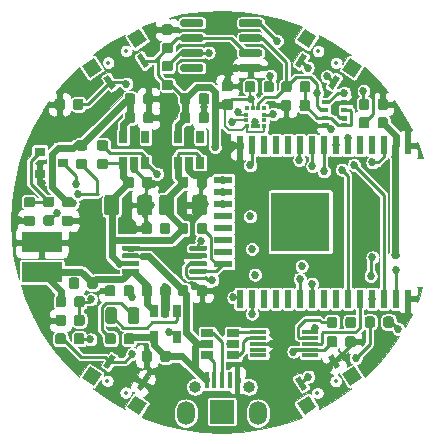
<source format=gbr>
%TF.GenerationSoftware,KiCad,Pcbnew,5.1.5+dfsg1-2~bpo10+1*%
%TF.CreationDate,Date%
%TF.ProjectId,osw-light,6f73772d-6c69-4676-9874-2e6b69636164,1.0*%
%TF.SameCoordinates,Original*%
%TF.FileFunction,Copper,L1,Top*%
%TF.FilePolarity,Positive*%
%FSLAX46Y46*%
G04 Gerber Fmt 4.6, Leading zero omitted, Abs format (unit mm)*
G04 Created by KiCad*
%MOMM*%
%LPD*%
G04 APERTURE LIST*
%TA.AperFunction,SMDPad,CuDef*%
%ADD10R,0.400000X1.350000*%
%TD*%
%TA.AperFunction,ComponentPad*%
%ADD11O,1.500000X2.000000*%
%TD*%
%TA.AperFunction,SMDPad,CuDef*%
%ADD12R,2.000000X2.000000*%
%TD*%
%TA.AperFunction,SMDPad,CuDef*%
%ADD13R,3.400000X1.700000*%
%TD*%
%TA.AperFunction,SMDPad,CuDef*%
%ADD14C,0.100000*%
%TD*%
%TA.AperFunction,SMDPad,CuDef*%
%ADD15R,0.650000X1.060000*%
%TD*%
%TA.AperFunction,SMDPad,CuDef*%
%ADD16R,1.060000X0.650000*%
%TD*%
%TA.AperFunction,SMDPad,CuDef*%
%ADD17R,0.350000X0.375000*%
%TD*%
%TA.AperFunction,SMDPad,CuDef*%
%ADD18R,0.375000X0.350000*%
%TD*%
%TA.AperFunction,SMDPad,CuDef*%
%ADD19R,0.500000X0.350000*%
%TD*%
%TA.AperFunction,SMDPad,CuDef*%
%ADD20R,1.400000X0.300000*%
%TD*%
%TA.AperFunction,SMDPad,CuDef*%
%ADD21R,0.900000X0.800000*%
%TD*%
%TA.AperFunction,SMDPad,CuDef*%
%ADD22R,1.524000X0.600000*%
%TD*%
%TA.AperFunction,SMDPad,CuDef*%
%ADD23R,0.600000X1.524000*%
%TD*%
%TA.AperFunction,SMDPad,CuDef*%
%ADD24R,5.000000X5.000000*%
%TD*%
%TA.AperFunction,ViaPad*%
%ADD25C,0.685800*%
%TD*%
%TA.AperFunction,Conductor*%
%ADD26C,0.250000*%
%TD*%
%TA.AperFunction,Conductor*%
%ADD27C,0.600000*%
%TD*%
%TA.AperFunction,Conductor*%
%ADD28C,0.200000*%
%TD*%
%TA.AperFunction,Conductor*%
%ADD29C,0.300000*%
%TD*%
%TA.AperFunction,Conductor*%
%ADD30C,0.100000*%
%TD*%
%ADD31C,0.330200*%
%ADD32O,0.999999X0.999999*%
%ADD33O,0.750000X1.200000*%
%ADD34C,0.350000*%
G04 APERTURE END LIST*
D10*
%TO.P,U5,1*%
%TO.N,GND*%
X77500000Y-114990500D03*
%TO.P,U5,2*%
%TO.N,Net-(U5-Pad2)*%
X76850000Y-114990500D03*
%TO.P,U5,3*%
%TO.N,/D2_P*%
X76200000Y-114990500D03*
%TO.P,U5,4*%
%TO.N,/D2_N*%
X75550000Y-114990500D03*
%TO.P,U5,5*%
%TO.N,/VBUS*%
X74900000Y-114990500D03*
D11*
%TO.P,U5,*%
%TO.N,*%
X79248000Y-117792500D03*
D12*
X76200000Y-117665500D03*
D11*
X73152000Y-117792500D03*
%TD*%
D13*
%TO.P,J1,2*%
%TO.N,GND*%
X60960000Y-103327200D03*
%TO.P,J1,1*%
%TO.N,/VBAT*%
X60960000Y-105867200D03*
%TD*%
%TA.AperFunction,SMDPad,CuDef*%
D14*
%TO.P,SW2,1*%
%TO.N,/BTN3*%
G36*
X82772665Y-88581970D02*
G01*
X82353330Y-88309651D01*
X83006897Y-87303246D01*
X83426232Y-87575565D01*
X82772665Y-88581970D01*
G37*
%TD.AperFunction*%
%TA.AperFunction,SMDPad,CuDef*%
%TO.P,SW2,2*%
%TO.N,+3V3*%
G36*
X85582212Y-90406511D02*
G01*
X85162877Y-90134192D01*
X85816444Y-89127787D01*
X86235779Y-89400106D01*
X85582212Y-90406511D01*
G37*
%TD.AperFunction*%
%TA.AperFunction,SMDPad,CuDef*%
%TO.P,SW2,*%
%TO.N,*%
G36*
X83556726Y-86895408D02*
G01*
X82550321Y-86241841D01*
X83203888Y-85235436D01*
X84210293Y-85889003D01*
X83556726Y-86895408D01*
G37*
%TD.AperFunction*%
%TA.AperFunction,SMDPad,CuDef*%
G36*
X87391127Y-89385497D02*
G01*
X86384722Y-88731930D01*
X87038289Y-87725525D01*
X88044694Y-88379092D01*
X87391127Y-89385497D01*
G37*
%TD.AperFunction*%
%TD*%
%TA.AperFunction,SMDPad,CuDef*%
%TO.P,SW1,1*%
%TO.N,/BTN2*%
G36*
X67237123Y-90134192D02*
G01*
X66817788Y-90406511D01*
X66164221Y-89400106D01*
X66583556Y-89127787D01*
X67237123Y-90134192D01*
G37*
%TD.AperFunction*%
%TA.AperFunction,SMDPad,CuDef*%
%TO.P,SW1,2*%
%TO.N,+3V3*%
G36*
X70046670Y-88309651D02*
G01*
X69627335Y-88581970D01*
X68973768Y-87575565D01*
X69393103Y-87303246D01*
X70046670Y-88309651D01*
G37*
%TD.AperFunction*%
%TA.AperFunction,SMDPad,CuDef*%
%TO.P,SW1,*%
%TO.N,*%
G36*
X66015278Y-88731930D02*
G01*
X65008873Y-89385497D01*
X64355306Y-88379092D01*
X65361711Y-87725525D01*
X66015278Y-88731930D01*
G37*
%TD.AperFunction*%
%TA.AperFunction,SMDPad,CuDef*%
G36*
X69849679Y-86241841D02*
G01*
X68843274Y-86895408D01*
X68189707Y-85889003D01*
X69196112Y-85235436D01*
X69849679Y-86241841D01*
G37*
%TD.AperFunction*%
%TD*%
%TA.AperFunction,SMDPad,CuDef*%
%TO.P,SW5,1*%
%TO.N,GND*%
G36*
X69627335Y-114618030D02*
G01*
X70046670Y-114890349D01*
X69393103Y-115896754D01*
X68973768Y-115624435D01*
X69627335Y-114618030D01*
G37*
%TD.AperFunction*%
%TA.AperFunction,SMDPad,CuDef*%
%TO.P,SW5,2*%
%TO.N,/FLASH*%
G36*
X66817788Y-112793489D02*
G01*
X67237123Y-113065808D01*
X66583556Y-114072213D01*
X66164221Y-113799894D01*
X66817788Y-112793489D01*
G37*
%TD.AperFunction*%
%TA.AperFunction,SMDPad,CuDef*%
%TO.P,SW5,*%
%TO.N,*%
G36*
X68843274Y-116304592D02*
G01*
X69849679Y-116958159D01*
X69196112Y-117964564D01*
X68189707Y-117310997D01*
X68843274Y-116304592D01*
G37*
%TD.AperFunction*%
%TA.AperFunction,SMDPad,CuDef*%
G36*
X65008873Y-113814503D02*
G01*
X66015278Y-114468070D01*
X65361711Y-115474475D01*
X64355306Y-114820908D01*
X65008873Y-113814503D01*
G37*
%TD.AperFunction*%
%TD*%
%TA.AperFunction,SMDPad,CuDef*%
%TO.P,SW4,1*%
%TO.N,GND*%
G36*
X85162877Y-113065808D02*
G01*
X85582212Y-112793489D01*
X86235779Y-113799894D01*
X85816444Y-114072213D01*
X85162877Y-113065808D01*
G37*
%TD.AperFunction*%
%TA.AperFunction,SMDPad,CuDef*%
%TO.P,SW4,2*%
%TO.N,/EN*%
G36*
X82353330Y-114890349D02*
G01*
X82772665Y-114618030D01*
X83426232Y-115624435D01*
X83006897Y-115896754D01*
X82353330Y-114890349D01*
G37*
%TD.AperFunction*%
%TA.AperFunction,SMDPad,CuDef*%
%TO.P,SW4,*%
%TO.N,*%
G36*
X86384722Y-114468070D02*
G01*
X87391127Y-113814503D01*
X88044694Y-114820908D01*
X87038289Y-115474475D01*
X86384722Y-114468070D01*
G37*
%TD.AperFunction*%
%TA.AperFunction,SMDPad,CuDef*%
G36*
X82550321Y-116958159D02*
G01*
X83556726Y-116304592D01*
X84210293Y-117310997D01*
X83203888Y-117964564D01*
X82550321Y-116958159D01*
G37*
%TD.AperFunction*%
%TD*%
%TA.AperFunction,SMDPad,CuDef*%
%TO.P,R18,2*%
%TO.N,+3V3*%
G36*
X71842191Y-89568553D02*
G01*
X71863426Y-89571703D01*
X71884250Y-89576919D01*
X71904462Y-89584151D01*
X71923868Y-89593330D01*
X71942281Y-89604366D01*
X71959524Y-89617154D01*
X71975430Y-89631570D01*
X71989846Y-89647476D01*
X72002634Y-89664719D01*
X72013670Y-89683132D01*
X72022849Y-89702538D01*
X72030081Y-89722750D01*
X72035297Y-89743574D01*
X72038447Y-89764809D01*
X72039500Y-89786250D01*
X72039500Y-90223750D01*
X72038447Y-90245191D01*
X72035297Y-90266426D01*
X72030081Y-90287250D01*
X72022849Y-90307462D01*
X72013670Y-90326868D01*
X72002634Y-90345281D01*
X71989846Y-90362524D01*
X71975430Y-90378430D01*
X71959524Y-90392846D01*
X71942281Y-90405634D01*
X71923868Y-90416670D01*
X71904462Y-90425849D01*
X71884250Y-90433081D01*
X71863426Y-90438297D01*
X71842191Y-90441447D01*
X71820750Y-90442500D01*
X71308250Y-90442500D01*
X71286809Y-90441447D01*
X71265574Y-90438297D01*
X71244750Y-90433081D01*
X71224538Y-90425849D01*
X71205132Y-90416670D01*
X71186719Y-90405634D01*
X71169476Y-90392846D01*
X71153570Y-90378430D01*
X71139154Y-90362524D01*
X71126366Y-90345281D01*
X71115330Y-90326868D01*
X71106151Y-90307462D01*
X71098919Y-90287250D01*
X71093703Y-90266426D01*
X71090553Y-90245191D01*
X71089500Y-90223750D01*
X71089500Y-89786250D01*
X71090553Y-89764809D01*
X71093703Y-89743574D01*
X71098919Y-89722750D01*
X71106151Y-89702538D01*
X71115330Y-89683132D01*
X71126366Y-89664719D01*
X71139154Y-89647476D01*
X71153570Y-89631570D01*
X71169476Y-89617154D01*
X71186719Y-89604366D01*
X71205132Y-89593330D01*
X71224538Y-89584151D01*
X71244750Y-89576919D01*
X71265574Y-89571703D01*
X71286809Y-89568553D01*
X71308250Y-89567500D01*
X71820750Y-89567500D01*
X71842191Y-89568553D01*
G37*
%TD.AperFunction*%
%TA.AperFunction,SMDPad,CuDef*%
%TO.P,R18,1*%
%TO.N,/RTC_INT*%
G36*
X71842191Y-87993553D02*
G01*
X71863426Y-87996703D01*
X71884250Y-88001919D01*
X71904462Y-88009151D01*
X71923868Y-88018330D01*
X71942281Y-88029366D01*
X71959524Y-88042154D01*
X71975430Y-88056570D01*
X71989846Y-88072476D01*
X72002634Y-88089719D01*
X72013670Y-88108132D01*
X72022849Y-88127538D01*
X72030081Y-88147750D01*
X72035297Y-88168574D01*
X72038447Y-88189809D01*
X72039500Y-88211250D01*
X72039500Y-88648750D01*
X72038447Y-88670191D01*
X72035297Y-88691426D01*
X72030081Y-88712250D01*
X72022849Y-88732462D01*
X72013670Y-88751868D01*
X72002634Y-88770281D01*
X71989846Y-88787524D01*
X71975430Y-88803430D01*
X71959524Y-88817846D01*
X71942281Y-88830634D01*
X71923868Y-88841670D01*
X71904462Y-88850849D01*
X71884250Y-88858081D01*
X71863426Y-88863297D01*
X71842191Y-88866447D01*
X71820750Y-88867500D01*
X71308250Y-88867500D01*
X71286809Y-88866447D01*
X71265574Y-88863297D01*
X71244750Y-88858081D01*
X71224538Y-88850849D01*
X71205132Y-88841670D01*
X71186719Y-88830634D01*
X71169476Y-88817846D01*
X71153570Y-88803430D01*
X71139154Y-88787524D01*
X71126366Y-88770281D01*
X71115330Y-88751868D01*
X71106151Y-88732462D01*
X71098919Y-88712250D01*
X71093703Y-88691426D01*
X71090553Y-88670191D01*
X71089500Y-88648750D01*
X71089500Y-88211250D01*
X71090553Y-88189809D01*
X71093703Y-88168574D01*
X71098919Y-88147750D01*
X71106151Y-88127538D01*
X71115330Y-88108132D01*
X71126366Y-88089719D01*
X71139154Y-88072476D01*
X71153570Y-88056570D01*
X71169476Y-88042154D01*
X71186719Y-88029366D01*
X71205132Y-88018330D01*
X71224538Y-88009151D01*
X71244750Y-88001919D01*
X71265574Y-87996703D01*
X71286809Y-87993553D01*
X71308250Y-87992500D01*
X71820750Y-87992500D01*
X71842191Y-87993553D01*
G37*
%TD.AperFunction*%
%TD*%
%TA.AperFunction,SMDPad,CuDef*%
%TO.P,C11,2*%
%TO.N,GND*%
G36*
X71842191Y-84882053D02*
G01*
X71863426Y-84885203D01*
X71884250Y-84890419D01*
X71904462Y-84897651D01*
X71923868Y-84906830D01*
X71942281Y-84917866D01*
X71959524Y-84930654D01*
X71975430Y-84945070D01*
X71989846Y-84960976D01*
X72002634Y-84978219D01*
X72013670Y-84996632D01*
X72022849Y-85016038D01*
X72030081Y-85036250D01*
X72035297Y-85057074D01*
X72038447Y-85078309D01*
X72039500Y-85099750D01*
X72039500Y-85537250D01*
X72038447Y-85558691D01*
X72035297Y-85579926D01*
X72030081Y-85600750D01*
X72022849Y-85620962D01*
X72013670Y-85640368D01*
X72002634Y-85658781D01*
X71989846Y-85676024D01*
X71975430Y-85691930D01*
X71959524Y-85706346D01*
X71942281Y-85719134D01*
X71923868Y-85730170D01*
X71904462Y-85739349D01*
X71884250Y-85746581D01*
X71863426Y-85751797D01*
X71842191Y-85754947D01*
X71820750Y-85756000D01*
X71308250Y-85756000D01*
X71286809Y-85754947D01*
X71265574Y-85751797D01*
X71244750Y-85746581D01*
X71224538Y-85739349D01*
X71205132Y-85730170D01*
X71186719Y-85719134D01*
X71169476Y-85706346D01*
X71153570Y-85691930D01*
X71139154Y-85676024D01*
X71126366Y-85658781D01*
X71115330Y-85640368D01*
X71106151Y-85620962D01*
X71098919Y-85600750D01*
X71093703Y-85579926D01*
X71090553Y-85558691D01*
X71089500Y-85537250D01*
X71089500Y-85099750D01*
X71090553Y-85078309D01*
X71093703Y-85057074D01*
X71098919Y-85036250D01*
X71106151Y-85016038D01*
X71115330Y-84996632D01*
X71126366Y-84978219D01*
X71139154Y-84960976D01*
X71153570Y-84945070D01*
X71169476Y-84930654D01*
X71186719Y-84917866D01*
X71205132Y-84906830D01*
X71224538Y-84897651D01*
X71244750Y-84890419D01*
X71265574Y-84885203D01*
X71286809Y-84882053D01*
X71308250Y-84881000D01*
X71820750Y-84881000D01*
X71842191Y-84882053D01*
G37*
%TD.AperFunction*%
%TA.AperFunction,SMDPad,CuDef*%
%TO.P,C11,1*%
%TO.N,+3V3*%
G36*
X71842191Y-86457053D02*
G01*
X71863426Y-86460203D01*
X71884250Y-86465419D01*
X71904462Y-86472651D01*
X71923868Y-86481830D01*
X71942281Y-86492866D01*
X71959524Y-86505654D01*
X71975430Y-86520070D01*
X71989846Y-86535976D01*
X72002634Y-86553219D01*
X72013670Y-86571632D01*
X72022849Y-86591038D01*
X72030081Y-86611250D01*
X72035297Y-86632074D01*
X72038447Y-86653309D01*
X72039500Y-86674750D01*
X72039500Y-87112250D01*
X72038447Y-87133691D01*
X72035297Y-87154926D01*
X72030081Y-87175750D01*
X72022849Y-87195962D01*
X72013670Y-87215368D01*
X72002634Y-87233781D01*
X71989846Y-87251024D01*
X71975430Y-87266930D01*
X71959524Y-87281346D01*
X71942281Y-87294134D01*
X71923868Y-87305170D01*
X71904462Y-87314349D01*
X71884250Y-87321581D01*
X71863426Y-87326797D01*
X71842191Y-87329947D01*
X71820750Y-87331000D01*
X71308250Y-87331000D01*
X71286809Y-87329947D01*
X71265574Y-87326797D01*
X71244750Y-87321581D01*
X71224538Y-87314349D01*
X71205132Y-87305170D01*
X71186719Y-87294134D01*
X71169476Y-87281346D01*
X71153570Y-87266930D01*
X71139154Y-87251024D01*
X71126366Y-87233781D01*
X71115330Y-87215368D01*
X71106151Y-87195962D01*
X71098919Y-87175750D01*
X71093703Y-87154926D01*
X71090553Y-87133691D01*
X71089500Y-87112250D01*
X71089500Y-86674750D01*
X71090553Y-86653309D01*
X71093703Y-86632074D01*
X71098919Y-86611250D01*
X71106151Y-86591038D01*
X71115330Y-86571632D01*
X71126366Y-86553219D01*
X71139154Y-86535976D01*
X71153570Y-86520070D01*
X71169476Y-86505654D01*
X71186719Y-86492866D01*
X71205132Y-86481830D01*
X71224538Y-86472651D01*
X71244750Y-86465419D01*
X71265574Y-86460203D01*
X71286809Y-86457053D01*
X71308250Y-86456000D01*
X71820750Y-86456000D01*
X71842191Y-86457053D01*
G37*
%TD.AperFunction*%
%TD*%
%TA.AperFunction,SMDPad,CuDef*%
%TO.P,C22,2*%
%TO.N,GND*%
G36*
X63396691Y-101062053D02*
G01*
X63417926Y-101065203D01*
X63438750Y-101070419D01*
X63458962Y-101077651D01*
X63478368Y-101086830D01*
X63496781Y-101097866D01*
X63514024Y-101110654D01*
X63529930Y-101125070D01*
X63544346Y-101140976D01*
X63557134Y-101158219D01*
X63568170Y-101176632D01*
X63577349Y-101196038D01*
X63584581Y-101216250D01*
X63589797Y-101237074D01*
X63592947Y-101258309D01*
X63594000Y-101279750D01*
X63594000Y-101717250D01*
X63592947Y-101738691D01*
X63589797Y-101759926D01*
X63584581Y-101780750D01*
X63577349Y-101800962D01*
X63568170Y-101820368D01*
X63557134Y-101838781D01*
X63544346Y-101856024D01*
X63529930Y-101871930D01*
X63514024Y-101886346D01*
X63496781Y-101899134D01*
X63478368Y-101910170D01*
X63458962Y-101919349D01*
X63438750Y-101926581D01*
X63417926Y-101931797D01*
X63396691Y-101934947D01*
X63375250Y-101936000D01*
X62862750Y-101936000D01*
X62841309Y-101934947D01*
X62820074Y-101931797D01*
X62799250Y-101926581D01*
X62779038Y-101919349D01*
X62759632Y-101910170D01*
X62741219Y-101899134D01*
X62723976Y-101886346D01*
X62708070Y-101871930D01*
X62693654Y-101856024D01*
X62680866Y-101838781D01*
X62669830Y-101820368D01*
X62660651Y-101800962D01*
X62653419Y-101780750D01*
X62648203Y-101759926D01*
X62645053Y-101738691D01*
X62644000Y-101717250D01*
X62644000Y-101279750D01*
X62645053Y-101258309D01*
X62648203Y-101237074D01*
X62653419Y-101216250D01*
X62660651Y-101196038D01*
X62669830Y-101176632D01*
X62680866Y-101158219D01*
X62693654Y-101140976D01*
X62708070Y-101125070D01*
X62723976Y-101110654D01*
X62741219Y-101097866D01*
X62759632Y-101086830D01*
X62779038Y-101077651D01*
X62799250Y-101070419D01*
X62820074Y-101065203D01*
X62841309Y-101062053D01*
X62862750Y-101061000D01*
X63375250Y-101061000D01*
X63396691Y-101062053D01*
G37*
%TD.AperFunction*%
%TA.AperFunction,SMDPad,CuDef*%
%TO.P,C22,1*%
%TO.N,/3V3_2*%
G36*
X63396691Y-99487053D02*
G01*
X63417926Y-99490203D01*
X63438750Y-99495419D01*
X63458962Y-99502651D01*
X63478368Y-99511830D01*
X63496781Y-99522866D01*
X63514024Y-99535654D01*
X63529930Y-99550070D01*
X63544346Y-99565976D01*
X63557134Y-99583219D01*
X63568170Y-99601632D01*
X63577349Y-99621038D01*
X63584581Y-99641250D01*
X63589797Y-99662074D01*
X63592947Y-99683309D01*
X63594000Y-99704750D01*
X63594000Y-100142250D01*
X63592947Y-100163691D01*
X63589797Y-100184926D01*
X63584581Y-100205750D01*
X63577349Y-100225962D01*
X63568170Y-100245368D01*
X63557134Y-100263781D01*
X63544346Y-100281024D01*
X63529930Y-100296930D01*
X63514024Y-100311346D01*
X63496781Y-100324134D01*
X63478368Y-100335170D01*
X63458962Y-100344349D01*
X63438750Y-100351581D01*
X63417926Y-100356797D01*
X63396691Y-100359947D01*
X63375250Y-100361000D01*
X62862750Y-100361000D01*
X62841309Y-100359947D01*
X62820074Y-100356797D01*
X62799250Y-100351581D01*
X62779038Y-100344349D01*
X62759632Y-100335170D01*
X62741219Y-100324134D01*
X62723976Y-100311346D01*
X62708070Y-100296930D01*
X62693654Y-100281024D01*
X62680866Y-100263781D01*
X62669830Y-100245368D01*
X62660651Y-100225962D01*
X62653419Y-100205750D01*
X62648203Y-100184926D01*
X62645053Y-100163691D01*
X62644000Y-100142250D01*
X62644000Y-99704750D01*
X62645053Y-99683309D01*
X62648203Y-99662074D01*
X62653419Y-99641250D01*
X62660651Y-99621038D01*
X62669830Y-99601632D01*
X62680866Y-99583219D01*
X62693654Y-99565976D01*
X62708070Y-99550070D01*
X62723976Y-99535654D01*
X62741219Y-99522866D01*
X62759632Y-99511830D01*
X62779038Y-99502651D01*
X62799250Y-99495419D01*
X62820074Y-99490203D01*
X62841309Y-99487053D01*
X62862750Y-99486000D01*
X63375250Y-99486000D01*
X63396691Y-99487053D01*
G37*
%TD.AperFunction*%
%TD*%
D15*
%TO.P,U13,5*%
%TO.N,/3V3_2*%
X67833200Y-94404000D03*
%TO.P,U13,4*%
%TO.N,Net-(U13-Pad4)*%
X69733200Y-94404000D03*
%TO.P,U13,3*%
%TO.N,/PWR2_EN*%
X69733200Y-96604000D03*
%TO.P,U13,2*%
%TO.N,GND*%
X68783200Y-96604000D03*
%TO.P,U13,1*%
%TO.N,/VCC*%
X67833200Y-96604000D03*
%TD*%
D16*
%TO.P,U12,5*%
%TO.N,/VBUS*%
X74973000Y-111950500D03*
%TO.P,U12,6*%
%TO.N,/D2_N*%
X74973000Y-112900500D03*
%TO.P,U12,4*%
%TO.N,/D2_P*%
X74973000Y-111000500D03*
%TO.P,U12,3*%
%TO.N,/D1_P*%
X77173000Y-111000500D03*
%TO.P,U12,2*%
%TO.N,GND*%
X77173000Y-111950500D03*
%TO.P,U12,1*%
%TO.N,/D1_N*%
X77173000Y-112900500D03*
%TD*%
D15*
%TO.P,U10,5*%
%TO.N,+3V3*%
X72456000Y-94404000D03*
%TO.P,U10,4*%
%TO.N,Net-(U10-Pad4)*%
X74356000Y-94404000D03*
%TO.P,U10,3*%
%TO.N,/VCC*%
X74356000Y-96604000D03*
%TO.P,U10,2*%
%TO.N,GND*%
X73406000Y-96604000D03*
%TO.P,U10,1*%
%TO.N,/VCC*%
X72456000Y-96604000D03*
%TD*%
%TA.AperFunction,SMDPad,CuDef*%
D14*
%TO.P,R22,2*%
%TO.N,Net-(Q1-Pad1)*%
G36*
X60170891Y-99487053D02*
G01*
X60192126Y-99490203D01*
X60212950Y-99495419D01*
X60233162Y-99502651D01*
X60252568Y-99511830D01*
X60270981Y-99522866D01*
X60288224Y-99535654D01*
X60304130Y-99550070D01*
X60318546Y-99565976D01*
X60331334Y-99583219D01*
X60342370Y-99601632D01*
X60351549Y-99621038D01*
X60358781Y-99641250D01*
X60363997Y-99662074D01*
X60367147Y-99683309D01*
X60368200Y-99704750D01*
X60368200Y-100142250D01*
X60367147Y-100163691D01*
X60363997Y-100184926D01*
X60358781Y-100205750D01*
X60351549Y-100225962D01*
X60342370Y-100245368D01*
X60331334Y-100263781D01*
X60318546Y-100281024D01*
X60304130Y-100296930D01*
X60288224Y-100311346D01*
X60270981Y-100324134D01*
X60252568Y-100335170D01*
X60233162Y-100344349D01*
X60212950Y-100351581D01*
X60192126Y-100356797D01*
X60170891Y-100359947D01*
X60149450Y-100361000D01*
X59636950Y-100361000D01*
X59615509Y-100359947D01*
X59594274Y-100356797D01*
X59573450Y-100351581D01*
X59553238Y-100344349D01*
X59533832Y-100335170D01*
X59515419Y-100324134D01*
X59498176Y-100311346D01*
X59482270Y-100296930D01*
X59467854Y-100281024D01*
X59455066Y-100263781D01*
X59444030Y-100245368D01*
X59434851Y-100225962D01*
X59427619Y-100205750D01*
X59422403Y-100184926D01*
X59419253Y-100163691D01*
X59418200Y-100142250D01*
X59418200Y-99704750D01*
X59419253Y-99683309D01*
X59422403Y-99662074D01*
X59427619Y-99641250D01*
X59434851Y-99621038D01*
X59444030Y-99601632D01*
X59455066Y-99583219D01*
X59467854Y-99565976D01*
X59482270Y-99550070D01*
X59498176Y-99535654D01*
X59515419Y-99522866D01*
X59533832Y-99511830D01*
X59553238Y-99502651D01*
X59573450Y-99495419D01*
X59594274Y-99490203D01*
X59615509Y-99487053D01*
X59636950Y-99486000D01*
X60149450Y-99486000D01*
X60170891Y-99487053D01*
G37*
%TD.AperFunction*%
%TA.AperFunction,SMDPad,CuDef*%
%TO.P,R22,1*%
%TO.N,GND*%
G36*
X60170891Y-101062053D02*
G01*
X60192126Y-101065203D01*
X60212950Y-101070419D01*
X60233162Y-101077651D01*
X60252568Y-101086830D01*
X60270981Y-101097866D01*
X60288224Y-101110654D01*
X60304130Y-101125070D01*
X60318546Y-101140976D01*
X60331334Y-101158219D01*
X60342370Y-101176632D01*
X60351549Y-101196038D01*
X60358781Y-101216250D01*
X60363997Y-101237074D01*
X60367147Y-101258309D01*
X60368200Y-101279750D01*
X60368200Y-101717250D01*
X60367147Y-101738691D01*
X60363997Y-101759926D01*
X60358781Y-101780750D01*
X60351549Y-101800962D01*
X60342370Y-101820368D01*
X60331334Y-101838781D01*
X60318546Y-101856024D01*
X60304130Y-101871930D01*
X60288224Y-101886346D01*
X60270981Y-101899134D01*
X60252568Y-101910170D01*
X60233162Y-101919349D01*
X60212950Y-101926581D01*
X60192126Y-101931797D01*
X60170891Y-101934947D01*
X60149450Y-101936000D01*
X59636950Y-101936000D01*
X59615509Y-101934947D01*
X59594274Y-101931797D01*
X59573450Y-101926581D01*
X59553238Y-101919349D01*
X59533832Y-101910170D01*
X59515419Y-101899134D01*
X59498176Y-101886346D01*
X59482270Y-101871930D01*
X59467854Y-101856024D01*
X59455066Y-101838781D01*
X59444030Y-101820368D01*
X59434851Y-101800962D01*
X59427619Y-101780750D01*
X59422403Y-101759926D01*
X59419253Y-101738691D01*
X59418200Y-101717250D01*
X59418200Y-101279750D01*
X59419253Y-101258309D01*
X59422403Y-101237074D01*
X59427619Y-101216250D01*
X59434851Y-101196038D01*
X59444030Y-101176632D01*
X59455066Y-101158219D01*
X59467854Y-101140976D01*
X59482270Y-101125070D01*
X59498176Y-101110654D01*
X59515419Y-101097866D01*
X59533832Y-101086830D01*
X59553238Y-101077651D01*
X59573450Y-101070419D01*
X59594274Y-101065203D01*
X59615509Y-101062053D01*
X59636950Y-101061000D01*
X60149450Y-101061000D01*
X60170891Y-101062053D01*
G37*
%TD.AperFunction*%
%TD*%
%TA.AperFunction,SMDPad,CuDef*%
%TO.P,R21,2*%
%TO.N,/PIN_LED*%
G36*
X61821891Y-101036553D02*
G01*
X61843126Y-101039703D01*
X61863950Y-101044919D01*
X61884162Y-101052151D01*
X61903568Y-101061330D01*
X61921981Y-101072366D01*
X61939224Y-101085154D01*
X61955130Y-101099570D01*
X61969546Y-101115476D01*
X61982334Y-101132719D01*
X61993370Y-101151132D01*
X62002549Y-101170538D01*
X62009781Y-101190750D01*
X62014997Y-101211574D01*
X62018147Y-101232809D01*
X62019200Y-101254250D01*
X62019200Y-101691750D01*
X62018147Y-101713191D01*
X62014997Y-101734426D01*
X62009781Y-101755250D01*
X62002549Y-101775462D01*
X61993370Y-101794868D01*
X61982334Y-101813281D01*
X61969546Y-101830524D01*
X61955130Y-101846430D01*
X61939224Y-101860846D01*
X61921981Y-101873634D01*
X61903568Y-101884670D01*
X61884162Y-101893849D01*
X61863950Y-101901081D01*
X61843126Y-101906297D01*
X61821891Y-101909447D01*
X61800450Y-101910500D01*
X61287950Y-101910500D01*
X61266509Y-101909447D01*
X61245274Y-101906297D01*
X61224450Y-101901081D01*
X61204238Y-101893849D01*
X61184832Y-101884670D01*
X61166419Y-101873634D01*
X61149176Y-101860846D01*
X61133270Y-101846430D01*
X61118854Y-101830524D01*
X61106066Y-101813281D01*
X61095030Y-101794868D01*
X61085851Y-101775462D01*
X61078619Y-101755250D01*
X61073403Y-101734426D01*
X61070253Y-101713191D01*
X61069200Y-101691750D01*
X61069200Y-101254250D01*
X61070253Y-101232809D01*
X61073403Y-101211574D01*
X61078619Y-101190750D01*
X61085851Y-101170538D01*
X61095030Y-101151132D01*
X61106066Y-101132719D01*
X61118854Y-101115476D01*
X61133270Y-101099570D01*
X61149176Y-101085154D01*
X61166419Y-101072366D01*
X61184832Y-101061330D01*
X61204238Y-101052151D01*
X61224450Y-101044919D01*
X61245274Y-101039703D01*
X61266509Y-101036553D01*
X61287950Y-101035500D01*
X61800450Y-101035500D01*
X61821891Y-101036553D01*
G37*
%TD.AperFunction*%
%TA.AperFunction,SMDPad,CuDef*%
%TO.P,R21,1*%
%TO.N,Net-(Q1-Pad1)*%
G36*
X61821891Y-99461553D02*
G01*
X61843126Y-99464703D01*
X61863950Y-99469919D01*
X61884162Y-99477151D01*
X61903568Y-99486330D01*
X61921981Y-99497366D01*
X61939224Y-99510154D01*
X61955130Y-99524570D01*
X61969546Y-99540476D01*
X61982334Y-99557719D01*
X61993370Y-99576132D01*
X62002549Y-99595538D01*
X62009781Y-99615750D01*
X62014997Y-99636574D01*
X62018147Y-99657809D01*
X62019200Y-99679250D01*
X62019200Y-100116750D01*
X62018147Y-100138191D01*
X62014997Y-100159426D01*
X62009781Y-100180250D01*
X62002549Y-100200462D01*
X61993370Y-100219868D01*
X61982334Y-100238281D01*
X61969546Y-100255524D01*
X61955130Y-100271430D01*
X61939224Y-100285846D01*
X61921981Y-100298634D01*
X61903568Y-100309670D01*
X61884162Y-100318849D01*
X61863950Y-100326081D01*
X61843126Y-100331297D01*
X61821891Y-100334447D01*
X61800450Y-100335500D01*
X61287950Y-100335500D01*
X61266509Y-100334447D01*
X61245274Y-100331297D01*
X61224450Y-100326081D01*
X61204238Y-100318849D01*
X61184832Y-100309670D01*
X61166419Y-100298634D01*
X61149176Y-100285846D01*
X61133270Y-100271430D01*
X61118854Y-100255524D01*
X61106066Y-100238281D01*
X61095030Y-100219868D01*
X61085851Y-100200462D01*
X61078619Y-100180250D01*
X61073403Y-100159426D01*
X61070253Y-100138191D01*
X61069200Y-100116750D01*
X61069200Y-99679250D01*
X61070253Y-99657809D01*
X61073403Y-99636574D01*
X61078619Y-99615750D01*
X61085851Y-99595538D01*
X61095030Y-99576132D01*
X61106066Y-99557719D01*
X61118854Y-99540476D01*
X61133270Y-99524570D01*
X61149176Y-99510154D01*
X61166419Y-99497366D01*
X61184832Y-99486330D01*
X61204238Y-99477151D01*
X61224450Y-99469919D01*
X61245274Y-99464703D01*
X61266509Y-99461553D01*
X61287950Y-99460500D01*
X61800450Y-99460500D01*
X61821891Y-99461553D01*
G37*
%TD.AperFunction*%
%TD*%
%TA.AperFunction,SMDPad,CuDef*%
%TO.P,R20,2*%
%TO.N,/PWR2_EN*%
G36*
X66368491Y-94686453D02*
G01*
X66389726Y-94689603D01*
X66410550Y-94694819D01*
X66430762Y-94702051D01*
X66450168Y-94711230D01*
X66468581Y-94722266D01*
X66485824Y-94735054D01*
X66501730Y-94749470D01*
X66516146Y-94765376D01*
X66528934Y-94782619D01*
X66539970Y-94801032D01*
X66549149Y-94820438D01*
X66556381Y-94840650D01*
X66561597Y-94861474D01*
X66564747Y-94882709D01*
X66565800Y-94904150D01*
X66565800Y-95341650D01*
X66564747Y-95363091D01*
X66561597Y-95384326D01*
X66556381Y-95405150D01*
X66549149Y-95425362D01*
X66539970Y-95444768D01*
X66528934Y-95463181D01*
X66516146Y-95480424D01*
X66501730Y-95496330D01*
X66485824Y-95510746D01*
X66468581Y-95523534D01*
X66450168Y-95534570D01*
X66430762Y-95543749D01*
X66410550Y-95550981D01*
X66389726Y-95556197D01*
X66368491Y-95559347D01*
X66347050Y-95560400D01*
X65834550Y-95560400D01*
X65813109Y-95559347D01*
X65791874Y-95556197D01*
X65771050Y-95550981D01*
X65750838Y-95543749D01*
X65731432Y-95534570D01*
X65713019Y-95523534D01*
X65695776Y-95510746D01*
X65679870Y-95496330D01*
X65665454Y-95480424D01*
X65652666Y-95463181D01*
X65641630Y-95444768D01*
X65632451Y-95425362D01*
X65625219Y-95405150D01*
X65620003Y-95384326D01*
X65616853Y-95363091D01*
X65615800Y-95341650D01*
X65615800Y-94904150D01*
X65616853Y-94882709D01*
X65620003Y-94861474D01*
X65625219Y-94840650D01*
X65632451Y-94820438D01*
X65641630Y-94801032D01*
X65652666Y-94782619D01*
X65665454Y-94765376D01*
X65679870Y-94749470D01*
X65695776Y-94735054D01*
X65713019Y-94722266D01*
X65731432Y-94711230D01*
X65750838Y-94702051D01*
X65771050Y-94694819D01*
X65791874Y-94689603D01*
X65813109Y-94686453D01*
X65834550Y-94685400D01*
X66347050Y-94685400D01*
X66368491Y-94686453D01*
G37*
%TD.AperFunction*%
%TA.AperFunction,SMDPad,CuDef*%
%TO.P,R20,1*%
%TO.N,/VCC*%
G36*
X66368491Y-96261453D02*
G01*
X66389726Y-96264603D01*
X66410550Y-96269819D01*
X66430762Y-96277051D01*
X66450168Y-96286230D01*
X66468581Y-96297266D01*
X66485824Y-96310054D01*
X66501730Y-96324470D01*
X66516146Y-96340376D01*
X66528934Y-96357619D01*
X66539970Y-96376032D01*
X66549149Y-96395438D01*
X66556381Y-96415650D01*
X66561597Y-96436474D01*
X66564747Y-96457709D01*
X66565800Y-96479150D01*
X66565800Y-96916650D01*
X66564747Y-96938091D01*
X66561597Y-96959326D01*
X66556381Y-96980150D01*
X66549149Y-97000362D01*
X66539970Y-97019768D01*
X66528934Y-97038181D01*
X66516146Y-97055424D01*
X66501730Y-97071330D01*
X66485824Y-97085746D01*
X66468581Y-97098534D01*
X66450168Y-97109570D01*
X66430762Y-97118749D01*
X66410550Y-97125981D01*
X66389726Y-97131197D01*
X66368491Y-97134347D01*
X66347050Y-97135400D01*
X65834550Y-97135400D01*
X65813109Y-97134347D01*
X65791874Y-97131197D01*
X65771050Y-97125981D01*
X65750838Y-97118749D01*
X65731432Y-97109570D01*
X65713019Y-97098534D01*
X65695776Y-97085746D01*
X65679870Y-97071330D01*
X65665454Y-97055424D01*
X65652666Y-97038181D01*
X65641630Y-97019768D01*
X65632451Y-97000362D01*
X65625219Y-96980150D01*
X65620003Y-96959326D01*
X65616853Y-96938091D01*
X65615800Y-96916650D01*
X65615800Y-96479150D01*
X65616853Y-96457709D01*
X65620003Y-96436474D01*
X65625219Y-96415650D01*
X65632451Y-96395438D01*
X65641630Y-96376032D01*
X65652666Y-96357619D01*
X65665454Y-96340376D01*
X65679870Y-96324470D01*
X65695776Y-96310054D01*
X65713019Y-96297266D01*
X65731432Y-96286230D01*
X65750838Y-96277051D01*
X65771050Y-96269819D01*
X65791874Y-96264603D01*
X65813109Y-96261453D01*
X65834550Y-96260400D01*
X66347050Y-96260400D01*
X66368491Y-96261453D01*
G37*
%TD.AperFunction*%
%TD*%
%TA.AperFunction,SMDPad,CuDef*%
%TO.P,C19,2*%
%TO.N,GND*%
G36*
X70217191Y-90712053D02*
G01*
X70238426Y-90715203D01*
X70259250Y-90720419D01*
X70279462Y-90727651D01*
X70298868Y-90736830D01*
X70317281Y-90747866D01*
X70334524Y-90760654D01*
X70350430Y-90775070D01*
X70364846Y-90790976D01*
X70377634Y-90808219D01*
X70388670Y-90826632D01*
X70397849Y-90846038D01*
X70405081Y-90866250D01*
X70410297Y-90887074D01*
X70413447Y-90908309D01*
X70414500Y-90929750D01*
X70414500Y-91442250D01*
X70413447Y-91463691D01*
X70410297Y-91484926D01*
X70405081Y-91505750D01*
X70397849Y-91525962D01*
X70388670Y-91545368D01*
X70377634Y-91563781D01*
X70364846Y-91581024D01*
X70350430Y-91596930D01*
X70334524Y-91611346D01*
X70317281Y-91624134D01*
X70298868Y-91635170D01*
X70279462Y-91644349D01*
X70259250Y-91651581D01*
X70238426Y-91656797D01*
X70217191Y-91659947D01*
X70195750Y-91661000D01*
X69758250Y-91661000D01*
X69736809Y-91659947D01*
X69715574Y-91656797D01*
X69694750Y-91651581D01*
X69674538Y-91644349D01*
X69655132Y-91635170D01*
X69636719Y-91624134D01*
X69619476Y-91611346D01*
X69603570Y-91596930D01*
X69589154Y-91581024D01*
X69576366Y-91563781D01*
X69565330Y-91545368D01*
X69556151Y-91525962D01*
X69548919Y-91505750D01*
X69543703Y-91484926D01*
X69540553Y-91463691D01*
X69539500Y-91442250D01*
X69539500Y-90929750D01*
X69540553Y-90908309D01*
X69543703Y-90887074D01*
X69548919Y-90866250D01*
X69556151Y-90846038D01*
X69565330Y-90826632D01*
X69576366Y-90808219D01*
X69589154Y-90790976D01*
X69603570Y-90775070D01*
X69619476Y-90760654D01*
X69636719Y-90747866D01*
X69655132Y-90736830D01*
X69674538Y-90727651D01*
X69694750Y-90720419D01*
X69715574Y-90715203D01*
X69736809Y-90712053D01*
X69758250Y-90711000D01*
X70195750Y-90711000D01*
X70217191Y-90712053D01*
G37*
%TD.AperFunction*%
%TA.AperFunction,SMDPad,CuDef*%
%TO.P,C19,1*%
%TO.N,/3V3_2*%
G36*
X68642191Y-90712053D02*
G01*
X68663426Y-90715203D01*
X68684250Y-90720419D01*
X68704462Y-90727651D01*
X68723868Y-90736830D01*
X68742281Y-90747866D01*
X68759524Y-90760654D01*
X68775430Y-90775070D01*
X68789846Y-90790976D01*
X68802634Y-90808219D01*
X68813670Y-90826632D01*
X68822849Y-90846038D01*
X68830081Y-90866250D01*
X68835297Y-90887074D01*
X68838447Y-90908309D01*
X68839500Y-90929750D01*
X68839500Y-91442250D01*
X68838447Y-91463691D01*
X68835297Y-91484926D01*
X68830081Y-91505750D01*
X68822849Y-91525962D01*
X68813670Y-91545368D01*
X68802634Y-91563781D01*
X68789846Y-91581024D01*
X68775430Y-91596930D01*
X68759524Y-91611346D01*
X68742281Y-91624134D01*
X68723868Y-91635170D01*
X68704462Y-91644349D01*
X68684250Y-91651581D01*
X68663426Y-91656797D01*
X68642191Y-91659947D01*
X68620750Y-91661000D01*
X68183250Y-91661000D01*
X68161809Y-91659947D01*
X68140574Y-91656797D01*
X68119750Y-91651581D01*
X68099538Y-91644349D01*
X68080132Y-91635170D01*
X68061719Y-91624134D01*
X68044476Y-91611346D01*
X68028570Y-91596930D01*
X68014154Y-91581024D01*
X68001366Y-91563781D01*
X67990330Y-91545368D01*
X67981151Y-91525962D01*
X67973919Y-91505750D01*
X67968703Y-91484926D01*
X67965553Y-91463691D01*
X67964500Y-91442250D01*
X67964500Y-90929750D01*
X67965553Y-90908309D01*
X67968703Y-90887074D01*
X67973919Y-90866250D01*
X67981151Y-90846038D01*
X67990330Y-90826632D01*
X68001366Y-90808219D01*
X68014154Y-90790976D01*
X68028570Y-90775070D01*
X68044476Y-90760654D01*
X68061719Y-90747866D01*
X68080132Y-90736830D01*
X68099538Y-90727651D01*
X68119750Y-90720419D01*
X68140574Y-90715203D01*
X68161809Y-90712053D01*
X68183250Y-90711000D01*
X68620750Y-90711000D01*
X68642191Y-90712053D01*
G37*
%TD.AperFunction*%
%TD*%
%TA.AperFunction,SMDPad,CuDef*%
%TO.P,C18,2*%
%TO.N,GND*%
G36*
X74916291Y-90712053D02*
G01*
X74937526Y-90715203D01*
X74958350Y-90720419D01*
X74978562Y-90727651D01*
X74997968Y-90736830D01*
X75016381Y-90747866D01*
X75033624Y-90760654D01*
X75049530Y-90775070D01*
X75063946Y-90790976D01*
X75076734Y-90808219D01*
X75087770Y-90826632D01*
X75096949Y-90846038D01*
X75104181Y-90866250D01*
X75109397Y-90887074D01*
X75112547Y-90908309D01*
X75113600Y-90929750D01*
X75113600Y-91442250D01*
X75112547Y-91463691D01*
X75109397Y-91484926D01*
X75104181Y-91505750D01*
X75096949Y-91525962D01*
X75087770Y-91545368D01*
X75076734Y-91563781D01*
X75063946Y-91581024D01*
X75049530Y-91596930D01*
X75033624Y-91611346D01*
X75016381Y-91624134D01*
X74997968Y-91635170D01*
X74978562Y-91644349D01*
X74958350Y-91651581D01*
X74937526Y-91656797D01*
X74916291Y-91659947D01*
X74894850Y-91661000D01*
X74457350Y-91661000D01*
X74435909Y-91659947D01*
X74414674Y-91656797D01*
X74393850Y-91651581D01*
X74373638Y-91644349D01*
X74354232Y-91635170D01*
X74335819Y-91624134D01*
X74318576Y-91611346D01*
X74302670Y-91596930D01*
X74288254Y-91581024D01*
X74275466Y-91563781D01*
X74264430Y-91545368D01*
X74255251Y-91525962D01*
X74248019Y-91505750D01*
X74242803Y-91484926D01*
X74239653Y-91463691D01*
X74238600Y-91442250D01*
X74238600Y-90929750D01*
X74239653Y-90908309D01*
X74242803Y-90887074D01*
X74248019Y-90866250D01*
X74255251Y-90846038D01*
X74264430Y-90826632D01*
X74275466Y-90808219D01*
X74288254Y-90790976D01*
X74302670Y-90775070D01*
X74318576Y-90760654D01*
X74335819Y-90747866D01*
X74354232Y-90736830D01*
X74373638Y-90727651D01*
X74393850Y-90720419D01*
X74414674Y-90715203D01*
X74435909Y-90712053D01*
X74457350Y-90711000D01*
X74894850Y-90711000D01*
X74916291Y-90712053D01*
G37*
%TD.AperFunction*%
%TA.AperFunction,SMDPad,CuDef*%
%TO.P,C18,1*%
%TO.N,+3V3*%
G36*
X73341291Y-90712053D02*
G01*
X73362526Y-90715203D01*
X73383350Y-90720419D01*
X73403562Y-90727651D01*
X73422968Y-90736830D01*
X73441381Y-90747866D01*
X73458624Y-90760654D01*
X73474530Y-90775070D01*
X73488946Y-90790976D01*
X73501734Y-90808219D01*
X73512770Y-90826632D01*
X73521949Y-90846038D01*
X73529181Y-90866250D01*
X73534397Y-90887074D01*
X73537547Y-90908309D01*
X73538600Y-90929750D01*
X73538600Y-91442250D01*
X73537547Y-91463691D01*
X73534397Y-91484926D01*
X73529181Y-91505750D01*
X73521949Y-91525962D01*
X73512770Y-91545368D01*
X73501734Y-91563781D01*
X73488946Y-91581024D01*
X73474530Y-91596930D01*
X73458624Y-91611346D01*
X73441381Y-91624134D01*
X73422968Y-91635170D01*
X73403562Y-91644349D01*
X73383350Y-91651581D01*
X73362526Y-91656797D01*
X73341291Y-91659947D01*
X73319850Y-91661000D01*
X72882350Y-91661000D01*
X72860909Y-91659947D01*
X72839674Y-91656797D01*
X72818850Y-91651581D01*
X72798638Y-91644349D01*
X72779232Y-91635170D01*
X72760819Y-91624134D01*
X72743576Y-91611346D01*
X72727670Y-91596930D01*
X72713254Y-91581024D01*
X72700466Y-91563781D01*
X72689430Y-91545368D01*
X72680251Y-91525962D01*
X72673019Y-91505750D01*
X72667803Y-91484926D01*
X72664653Y-91463691D01*
X72663600Y-91442250D01*
X72663600Y-90929750D01*
X72664653Y-90908309D01*
X72667803Y-90887074D01*
X72673019Y-90866250D01*
X72680251Y-90846038D01*
X72689430Y-90826632D01*
X72700466Y-90808219D01*
X72713254Y-90790976D01*
X72727670Y-90775070D01*
X72743576Y-90760654D01*
X72760819Y-90747866D01*
X72779232Y-90736830D01*
X72798638Y-90727651D01*
X72818850Y-90720419D01*
X72839674Y-90715203D01*
X72860909Y-90712053D01*
X72882350Y-90711000D01*
X73319850Y-90711000D01*
X73341291Y-90712053D01*
G37*
%TD.AperFunction*%
%TD*%
%TA.AperFunction,SMDPad,CuDef*%
%TO.P,C17,2*%
%TO.N,GND*%
G36*
X70217191Y-92299553D02*
G01*
X70238426Y-92302703D01*
X70259250Y-92307919D01*
X70279462Y-92315151D01*
X70298868Y-92324330D01*
X70317281Y-92335366D01*
X70334524Y-92348154D01*
X70350430Y-92362570D01*
X70364846Y-92378476D01*
X70377634Y-92395719D01*
X70388670Y-92414132D01*
X70397849Y-92433538D01*
X70405081Y-92453750D01*
X70410297Y-92474574D01*
X70413447Y-92495809D01*
X70414500Y-92517250D01*
X70414500Y-93029750D01*
X70413447Y-93051191D01*
X70410297Y-93072426D01*
X70405081Y-93093250D01*
X70397849Y-93113462D01*
X70388670Y-93132868D01*
X70377634Y-93151281D01*
X70364846Y-93168524D01*
X70350430Y-93184430D01*
X70334524Y-93198846D01*
X70317281Y-93211634D01*
X70298868Y-93222670D01*
X70279462Y-93231849D01*
X70259250Y-93239081D01*
X70238426Y-93244297D01*
X70217191Y-93247447D01*
X70195750Y-93248500D01*
X69758250Y-93248500D01*
X69736809Y-93247447D01*
X69715574Y-93244297D01*
X69694750Y-93239081D01*
X69674538Y-93231849D01*
X69655132Y-93222670D01*
X69636719Y-93211634D01*
X69619476Y-93198846D01*
X69603570Y-93184430D01*
X69589154Y-93168524D01*
X69576366Y-93151281D01*
X69565330Y-93132868D01*
X69556151Y-93113462D01*
X69548919Y-93093250D01*
X69543703Y-93072426D01*
X69540553Y-93051191D01*
X69539500Y-93029750D01*
X69539500Y-92517250D01*
X69540553Y-92495809D01*
X69543703Y-92474574D01*
X69548919Y-92453750D01*
X69556151Y-92433538D01*
X69565330Y-92414132D01*
X69576366Y-92395719D01*
X69589154Y-92378476D01*
X69603570Y-92362570D01*
X69619476Y-92348154D01*
X69636719Y-92335366D01*
X69655132Y-92324330D01*
X69674538Y-92315151D01*
X69694750Y-92307919D01*
X69715574Y-92302703D01*
X69736809Y-92299553D01*
X69758250Y-92298500D01*
X70195750Y-92298500D01*
X70217191Y-92299553D01*
G37*
%TD.AperFunction*%
%TA.AperFunction,SMDPad,CuDef*%
%TO.P,C17,1*%
%TO.N,/3V3_2*%
G36*
X68642191Y-92299553D02*
G01*
X68663426Y-92302703D01*
X68684250Y-92307919D01*
X68704462Y-92315151D01*
X68723868Y-92324330D01*
X68742281Y-92335366D01*
X68759524Y-92348154D01*
X68775430Y-92362570D01*
X68789846Y-92378476D01*
X68802634Y-92395719D01*
X68813670Y-92414132D01*
X68822849Y-92433538D01*
X68830081Y-92453750D01*
X68835297Y-92474574D01*
X68838447Y-92495809D01*
X68839500Y-92517250D01*
X68839500Y-93029750D01*
X68838447Y-93051191D01*
X68835297Y-93072426D01*
X68830081Y-93093250D01*
X68822849Y-93113462D01*
X68813670Y-93132868D01*
X68802634Y-93151281D01*
X68789846Y-93168524D01*
X68775430Y-93184430D01*
X68759524Y-93198846D01*
X68742281Y-93211634D01*
X68723868Y-93222670D01*
X68704462Y-93231849D01*
X68684250Y-93239081D01*
X68663426Y-93244297D01*
X68642191Y-93247447D01*
X68620750Y-93248500D01*
X68183250Y-93248500D01*
X68161809Y-93247447D01*
X68140574Y-93244297D01*
X68119750Y-93239081D01*
X68099538Y-93231849D01*
X68080132Y-93222670D01*
X68061719Y-93211634D01*
X68044476Y-93198846D01*
X68028570Y-93184430D01*
X68014154Y-93168524D01*
X68001366Y-93151281D01*
X67990330Y-93132868D01*
X67981151Y-93113462D01*
X67973919Y-93093250D01*
X67968703Y-93072426D01*
X67965553Y-93051191D01*
X67964500Y-93029750D01*
X67964500Y-92517250D01*
X67965553Y-92495809D01*
X67968703Y-92474574D01*
X67973919Y-92453750D01*
X67981151Y-92433538D01*
X67990330Y-92414132D01*
X68001366Y-92395719D01*
X68014154Y-92378476D01*
X68028570Y-92362570D01*
X68044476Y-92348154D01*
X68061719Y-92335366D01*
X68080132Y-92324330D01*
X68099538Y-92315151D01*
X68119750Y-92307919D01*
X68140574Y-92302703D01*
X68161809Y-92299553D01*
X68183250Y-92298500D01*
X68620750Y-92298500D01*
X68642191Y-92299553D01*
G37*
%TD.AperFunction*%
%TD*%
%TA.AperFunction,SMDPad,CuDef*%
%TO.P,C16,2*%
%TO.N,GND*%
G36*
X74916291Y-92299553D02*
G01*
X74937526Y-92302703D01*
X74958350Y-92307919D01*
X74978562Y-92315151D01*
X74997968Y-92324330D01*
X75016381Y-92335366D01*
X75033624Y-92348154D01*
X75049530Y-92362570D01*
X75063946Y-92378476D01*
X75076734Y-92395719D01*
X75087770Y-92414132D01*
X75096949Y-92433538D01*
X75104181Y-92453750D01*
X75109397Y-92474574D01*
X75112547Y-92495809D01*
X75113600Y-92517250D01*
X75113600Y-93029750D01*
X75112547Y-93051191D01*
X75109397Y-93072426D01*
X75104181Y-93093250D01*
X75096949Y-93113462D01*
X75087770Y-93132868D01*
X75076734Y-93151281D01*
X75063946Y-93168524D01*
X75049530Y-93184430D01*
X75033624Y-93198846D01*
X75016381Y-93211634D01*
X74997968Y-93222670D01*
X74978562Y-93231849D01*
X74958350Y-93239081D01*
X74937526Y-93244297D01*
X74916291Y-93247447D01*
X74894850Y-93248500D01*
X74457350Y-93248500D01*
X74435909Y-93247447D01*
X74414674Y-93244297D01*
X74393850Y-93239081D01*
X74373638Y-93231849D01*
X74354232Y-93222670D01*
X74335819Y-93211634D01*
X74318576Y-93198846D01*
X74302670Y-93184430D01*
X74288254Y-93168524D01*
X74275466Y-93151281D01*
X74264430Y-93132868D01*
X74255251Y-93113462D01*
X74248019Y-93093250D01*
X74242803Y-93072426D01*
X74239653Y-93051191D01*
X74238600Y-93029750D01*
X74238600Y-92517250D01*
X74239653Y-92495809D01*
X74242803Y-92474574D01*
X74248019Y-92453750D01*
X74255251Y-92433538D01*
X74264430Y-92414132D01*
X74275466Y-92395719D01*
X74288254Y-92378476D01*
X74302670Y-92362570D01*
X74318576Y-92348154D01*
X74335819Y-92335366D01*
X74354232Y-92324330D01*
X74373638Y-92315151D01*
X74393850Y-92307919D01*
X74414674Y-92302703D01*
X74435909Y-92299553D01*
X74457350Y-92298500D01*
X74894850Y-92298500D01*
X74916291Y-92299553D01*
G37*
%TD.AperFunction*%
%TA.AperFunction,SMDPad,CuDef*%
%TO.P,C16,1*%
%TO.N,+3V3*%
G36*
X73341291Y-92299553D02*
G01*
X73362526Y-92302703D01*
X73383350Y-92307919D01*
X73403562Y-92315151D01*
X73422968Y-92324330D01*
X73441381Y-92335366D01*
X73458624Y-92348154D01*
X73474530Y-92362570D01*
X73488946Y-92378476D01*
X73501734Y-92395719D01*
X73512770Y-92414132D01*
X73521949Y-92433538D01*
X73529181Y-92453750D01*
X73534397Y-92474574D01*
X73537547Y-92495809D01*
X73538600Y-92517250D01*
X73538600Y-93029750D01*
X73537547Y-93051191D01*
X73534397Y-93072426D01*
X73529181Y-93093250D01*
X73521949Y-93113462D01*
X73512770Y-93132868D01*
X73501734Y-93151281D01*
X73488946Y-93168524D01*
X73474530Y-93184430D01*
X73458624Y-93198846D01*
X73441381Y-93211634D01*
X73422968Y-93222670D01*
X73403562Y-93231849D01*
X73383350Y-93239081D01*
X73362526Y-93244297D01*
X73341291Y-93247447D01*
X73319850Y-93248500D01*
X72882350Y-93248500D01*
X72860909Y-93247447D01*
X72839674Y-93244297D01*
X72818850Y-93239081D01*
X72798638Y-93231849D01*
X72779232Y-93222670D01*
X72760819Y-93211634D01*
X72743576Y-93198846D01*
X72727670Y-93184430D01*
X72713254Y-93168524D01*
X72700466Y-93151281D01*
X72689430Y-93132868D01*
X72680251Y-93113462D01*
X72673019Y-93093250D01*
X72667803Y-93072426D01*
X72664653Y-93051191D01*
X72663600Y-93029750D01*
X72663600Y-92517250D01*
X72664653Y-92495809D01*
X72667803Y-92474574D01*
X72673019Y-92453750D01*
X72680251Y-92433538D01*
X72689430Y-92414132D01*
X72700466Y-92395719D01*
X72713254Y-92378476D01*
X72727670Y-92362570D01*
X72743576Y-92348154D01*
X72760819Y-92335366D01*
X72779232Y-92324330D01*
X72798638Y-92315151D01*
X72818850Y-92307919D01*
X72839674Y-92302703D01*
X72860909Y-92299553D01*
X72882350Y-92298500D01*
X73319850Y-92298500D01*
X73341291Y-92299553D01*
G37*
%TD.AperFunction*%
%TD*%
%TA.AperFunction,SMDPad,CuDef*%
%TO.P,C15,2*%
%TO.N,GND*%
G36*
X70115691Y-97773253D02*
G01*
X70136926Y-97776403D01*
X70157750Y-97781619D01*
X70177962Y-97788851D01*
X70197368Y-97798030D01*
X70215781Y-97809066D01*
X70233024Y-97821854D01*
X70248930Y-97836270D01*
X70263346Y-97852176D01*
X70276134Y-97869419D01*
X70287170Y-97887832D01*
X70296349Y-97907238D01*
X70303581Y-97927450D01*
X70308797Y-97948274D01*
X70311947Y-97969509D01*
X70313000Y-97990950D01*
X70313000Y-98503450D01*
X70311947Y-98524891D01*
X70308797Y-98546126D01*
X70303581Y-98566950D01*
X70296349Y-98587162D01*
X70287170Y-98606568D01*
X70276134Y-98624981D01*
X70263346Y-98642224D01*
X70248930Y-98658130D01*
X70233024Y-98672546D01*
X70215781Y-98685334D01*
X70197368Y-98696370D01*
X70177962Y-98705549D01*
X70157750Y-98712781D01*
X70136926Y-98717997D01*
X70115691Y-98721147D01*
X70094250Y-98722200D01*
X69656750Y-98722200D01*
X69635309Y-98721147D01*
X69614074Y-98717997D01*
X69593250Y-98712781D01*
X69573038Y-98705549D01*
X69553632Y-98696370D01*
X69535219Y-98685334D01*
X69517976Y-98672546D01*
X69502070Y-98658130D01*
X69487654Y-98642224D01*
X69474866Y-98624981D01*
X69463830Y-98606568D01*
X69454651Y-98587162D01*
X69447419Y-98566950D01*
X69442203Y-98546126D01*
X69439053Y-98524891D01*
X69438000Y-98503450D01*
X69438000Y-97990950D01*
X69439053Y-97969509D01*
X69442203Y-97948274D01*
X69447419Y-97927450D01*
X69454651Y-97907238D01*
X69463830Y-97887832D01*
X69474866Y-97869419D01*
X69487654Y-97852176D01*
X69502070Y-97836270D01*
X69517976Y-97821854D01*
X69535219Y-97809066D01*
X69553632Y-97798030D01*
X69573038Y-97788851D01*
X69593250Y-97781619D01*
X69614074Y-97776403D01*
X69635309Y-97773253D01*
X69656750Y-97772200D01*
X70094250Y-97772200D01*
X70115691Y-97773253D01*
G37*
%TD.AperFunction*%
%TA.AperFunction,SMDPad,CuDef*%
%TO.P,C15,1*%
%TO.N,/VCC*%
G36*
X68540691Y-97773253D02*
G01*
X68561926Y-97776403D01*
X68582750Y-97781619D01*
X68602962Y-97788851D01*
X68622368Y-97798030D01*
X68640781Y-97809066D01*
X68658024Y-97821854D01*
X68673930Y-97836270D01*
X68688346Y-97852176D01*
X68701134Y-97869419D01*
X68712170Y-97887832D01*
X68721349Y-97907238D01*
X68728581Y-97927450D01*
X68733797Y-97948274D01*
X68736947Y-97969509D01*
X68738000Y-97990950D01*
X68738000Y-98503450D01*
X68736947Y-98524891D01*
X68733797Y-98546126D01*
X68728581Y-98566950D01*
X68721349Y-98587162D01*
X68712170Y-98606568D01*
X68701134Y-98624981D01*
X68688346Y-98642224D01*
X68673930Y-98658130D01*
X68658024Y-98672546D01*
X68640781Y-98685334D01*
X68622368Y-98696370D01*
X68602962Y-98705549D01*
X68582750Y-98712781D01*
X68561926Y-98717997D01*
X68540691Y-98721147D01*
X68519250Y-98722200D01*
X68081750Y-98722200D01*
X68060309Y-98721147D01*
X68039074Y-98717997D01*
X68018250Y-98712781D01*
X67998038Y-98705549D01*
X67978632Y-98696370D01*
X67960219Y-98685334D01*
X67942976Y-98672546D01*
X67927070Y-98658130D01*
X67912654Y-98642224D01*
X67899866Y-98624981D01*
X67888830Y-98606568D01*
X67879651Y-98587162D01*
X67872419Y-98566950D01*
X67867203Y-98546126D01*
X67864053Y-98524891D01*
X67863000Y-98503450D01*
X67863000Y-97990950D01*
X67864053Y-97969509D01*
X67867203Y-97948274D01*
X67872419Y-97927450D01*
X67879651Y-97907238D01*
X67888830Y-97887832D01*
X67899866Y-97869419D01*
X67912654Y-97852176D01*
X67927070Y-97836270D01*
X67942976Y-97821854D01*
X67960219Y-97809066D01*
X67978632Y-97798030D01*
X67998038Y-97788851D01*
X68018250Y-97781619D01*
X68039074Y-97776403D01*
X68060309Y-97773253D01*
X68081750Y-97772200D01*
X68519250Y-97772200D01*
X68540691Y-97773253D01*
G37*
%TD.AperFunction*%
%TD*%
%TA.AperFunction,SMDPad,CuDef*%
%TO.P,C14,2*%
%TO.N,GND*%
G36*
X74738491Y-97773253D02*
G01*
X74759726Y-97776403D01*
X74780550Y-97781619D01*
X74800762Y-97788851D01*
X74820168Y-97798030D01*
X74838581Y-97809066D01*
X74855824Y-97821854D01*
X74871730Y-97836270D01*
X74886146Y-97852176D01*
X74898934Y-97869419D01*
X74909970Y-97887832D01*
X74919149Y-97907238D01*
X74926381Y-97927450D01*
X74931597Y-97948274D01*
X74934747Y-97969509D01*
X74935800Y-97990950D01*
X74935800Y-98503450D01*
X74934747Y-98524891D01*
X74931597Y-98546126D01*
X74926381Y-98566950D01*
X74919149Y-98587162D01*
X74909970Y-98606568D01*
X74898934Y-98624981D01*
X74886146Y-98642224D01*
X74871730Y-98658130D01*
X74855824Y-98672546D01*
X74838581Y-98685334D01*
X74820168Y-98696370D01*
X74800762Y-98705549D01*
X74780550Y-98712781D01*
X74759726Y-98717997D01*
X74738491Y-98721147D01*
X74717050Y-98722200D01*
X74279550Y-98722200D01*
X74258109Y-98721147D01*
X74236874Y-98717997D01*
X74216050Y-98712781D01*
X74195838Y-98705549D01*
X74176432Y-98696370D01*
X74158019Y-98685334D01*
X74140776Y-98672546D01*
X74124870Y-98658130D01*
X74110454Y-98642224D01*
X74097666Y-98624981D01*
X74086630Y-98606568D01*
X74077451Y-98587162D01*
X74070219Y-98566950D01*
X74065003Y-98546126D01*
X74061853Y-98524891D01*
X74060800Y-98503450D01*
X74060800Y-97990950D01*
X74061853Y-97969509D01*
X74065003Y-97948274D01*
X74070219Y-97927450D01*
X74077451Y-97907238D01*
X74086630Y-97887832D01*
X74097666Y-97869419D01*
X74110454Y-97852176D01*
X74124870Y-97836270D01*
X74140776Y-97821854D01*
X74158019Y-97809066D01*
X74176432Y-97798030D01*
X74195838Y-97788851D01*
X74216050Y-97781619D01*
X74236874Y-97776403D01*
X74258109Y-97773253D01*
X74279550Y-97772200D01*
X74717050Y-97772200D01*
X74738491Y-97773253D01*
G37*
%TD.AperFunction*%
%TA.AperFunction,SMDPad,CuDef*%
%TO.P,C14,1*%
%TO.N,/VCC*%
G36*
X73163491Y-97773253D02*
G01*
X73184726Y-97776403D01*
X73205550Y-97781619D01*
X73225762Y-97788851D01*
X73245168Y-97798030D01*
X73263581Y-97809066D01*
X73280824Y-97821854D01*
X73296730Y-97836270D01*
X73311146Y-97852176D01*
X73323934Y-97869419D01*
X73334970Y-97887832D01*
X73344149Y-97907238D01*
X73351381Y-97927450D01*
X73356597Y-97948274D01*
X73359747Y-97969509D01*
X73360800Y-97990950D01*
X73360800Y-98503450D01*
X73359747Y-98524891D01*
X73356597Y-98546126D01*
X73351381Y-98566950D01*
X73344149Y-98587162D01*
X73334970Y-98606568D01*
X73323934Y-98624981D01*
X73311146Y-98642224D01*
X73296730Y-98658130D01*
X73280824Y-98672546D01*
X73263581Y-98685334D01*
X73245168Y-98696370D01*
X73225762Y-98705549D01*
X73205550Y-98712781D01*
X73184726Y-98717997D01*
X73163491Y-98721147D01*
X73142050Y-98722200D01*
X72704550Y-98722200D01*
X72683109Y-98721147D01*
X72661874Y-98717997D01*
X72641050Y-98712781D01*
X72620838Y-98705549D01*
X72601432Y-98696370D01*
X72583019Y-98685334D01*
X72565776Y-98672546D01*
X72549870Y-98658130D01*
X72535454Y-98642224D01*
X72522666Y-98624981D01*
X72511630Y-98606568D01*
X72502451Y-98587162D01*
X72495219Y-98566950D01*
X72490003Y-98546126D01*
X72486853Y-98524891D01*
X72485800Y-98503450D01*
X72485800Y-97990950D01*
X72486853Y-97969509D01*
X72490003Y-97948274D01*
X72495219Y-97927450D01*
X72502451Y-97907238D01*
X72511630Y-97887832D01*
X72522666Y-97869419D01*
X72535454Y-97852176D01*
X72549870Y-97836270D01*
X72565776Y-97821854D01*
X72583019Y-97809066D01*
X72601432Y-97798030D01*
X72620838Y-97788851D01*
X72641050Y-97781619D01*
X72661874Y-97776403D01*
X72683109Y-97773253D01*
X72704550Y-97772200D01*
X73142050Y-97772200D01*
X73163491Y-97773253D01*
G37*
%TD.AperFunction*%
%TD*%
%TA.AperFunction,SMDPad,CuDef*%
%TO.P,C6,2*%
%TO.N,GND*%
G36*
X70074704Y-99303804D02*
G01*
X70098973Y-99307404D01*
X70122771Y-99313365D01*
X70145871Y-99321630D01*
X70168049Y-99332120D01*
X70189093Y-99344733D01*
X70208798Y-99359347D01*
X70226977Y-99375823D01*
X70243453Y-99394002D01*
X70258067Y-99413707D01*
X70270680Y-99434751D01*
X70281170Y-99456929D01*
X70289435Y-99480029D01*
X70295396Y-99503827D01*
X70298996Y-99528096D01*
X70300200Y-99552600D01*
X70300200Y-100802600D01*
X70298996Y-100827104D01*
X70295396Y-100851373D01*
X70289435Y-100875171D01*
X70281170Y-100898271D01*
X70270680Y-100920449D01*
X70258067Y-100941493D01*
X70243453Y-100961198D01*
X70226977Y-100979377D01*
X70208798Y-100995853D01*
X70189093Y-101010467D01*
X70168049Y-101023080D01*
X70145871Y-101033570D01*
X70122771Y-101041835D01*
X70098973Y-101047796D01*
X70074704Y-101051396D01*
X70050200Y-101052600D01*
X69300200Y-101052600D01*
X69275696Y-101051396D01*
X69251427Y-101047796D01*
X69227629Y-101041835D01*
X69204529Y-101033570D01*
X69182351Y-101023080D01*
X69161307Y-101010467D01*
X69141602Y-100995853D01*
X69123423Y-100979377D01*
X69106947Y-100961198D01*
X69092333Y-100941493D01*
X69079720Y-100920449D01*
X69069230Y-100898271D01*
X69060965Y-100875171D01*
X69055004Y-100851373D01*
X69051404Y-100827104D01*
X69050200Y-100802600D01*
X69050200Y-99552600D01*
X69051404Y-99528096D01*
X69055004Y-99503827D01*
X69060965Y-99480029D01*
X69069230Y-99456929D01*
X69079720Y-99434751D01*
X69092333Y-99413707D01*
X69106947Y-99394002D01*
X69123423Y-99375823D01*
X69141602Y-99359347D01*
X69161307Y-99344733D01*
X69182351Y-99332120D01*
X69204529Y-99321630D01*
X69227629Y-99313365D01*
X69251427Y-99307404D01*
X69275696Y-99303804D01*
X69300200Y-99302600D01*
X70050200Y-99302600D01*
X70074704Y-99303804D01*
G37*
%TD.AperFunction*%
%TA.AperFunction,SMDPad,CuDef*%
%TO.P,C6,1*%
%TO.N,/VCC*%
G36*
X67274704Y-99303804D02*
G01*
X67298973Y-99307404D01*
X67322771Y-99313365D01*
X67345871Y-99321630D01*
X67368049Y-99332120D01*
X67389093Y-99344733D01*
X67408798Y-99359347D01*
X67426977Y-99375823D01*
X67443453Y-99394002D01*
X67458067Y-99413707D01*
X67470680Y-99434751D01*
X67481170Y-99456929D01*
X67489435Y-99480029D01*
X67495396Y-99503827D01*
X67498996Y-99528096D01*
X67500200Y-99552600D01*
X67500200Y-100802600D01*
X67498996Y-100827104D01*
X67495396Y-100851373D01*
X67489435Y-100875171D01*
X67481170Y-100898271D01*
X67470680Y-100920449D01*
X67458067Y-100941493D01*
X67443453Y-100961198D01*
X67426977Y-100979377D01*
X67408798Y-100995853D01*
X67389093Y-101010467D01*
X67368049Y-101023080D01*
X67345871Y-101033570D01*
X67322771Y-101041835D01*
X67298973Y-101047796D01*
X67274704Y-101051396D01*
X67250200Y-101052600D01*
X66500200Y-101052600D01*
X66475696Y-101051396D01*
X66451427Y-101047796D01*
X66427629Y-101041835D01*
X66404529Y-101033570D01*
X66382351Y-101023080D01*
X66361307Y-101010467D01*
X66341602Y-100995853D01*
X66323423Y-100979377D01*
X66306947Y-100961198D01*
X66292333Y-100941493D01*
X66279720Y-100920449D01*
X66269230Y-100898271D01*
X66260965Y-100875171D01*
X66255004Y-100851373D01*
X66251404Y-100827104D01*
X66250200Y-100802600D01*
X66250200Y-99552600D01*
X66251404Y-99528096D01*
X66255004Y-99503827D01*
X66260965Y-99480029D01*
X66269230Y-99456929D01*
X66279720Y-99434751D01*
X66292333Y-99413707D01*
X66306947Y-99394002D01*
X66323423Y-99375823D01*
X66341602Y-99359347D01*
X66361307Y-99344733D01*
X66382351Y-99332120D01*
X66404529Y-99321630D01*
X66427629Y-99313365D01*
X66451427Y-99307404D01*
X66475696Y-99303804D01*
X66500200Y-99302600D01*
X67250200Y-99302600D01*
X67274704Y-99303804D01*
G37*
%TD.AperFunction*%
%TD*%
%TA.AperFunction,SMDPad,CuDef*%
%TO.P,C5,2*%
%TO.N,GND*%
G36*
X74719904Y-99303804D02*
G01*
X74744173Y-99307404D01*
X74767971Y-99313365D01*
X74791071Y-99321630D01*
X74813249Y-99332120D01*
X74834293Y-99344733D01*
X74853998Y-99359347D01*
X74872177Y-99375823D01*
X74888653Y-99394002D01*
X74903267Y-99413707D01*
X74915880Y-99434751D01*
X74926370Y-99456929D01*
X74934635Y-99480029D01*
X74940596Y-99503827D01*
X74944196Y-99528096D01*
X74945400Y-99552600D01*
X74945400Y-100802600D01*
X74944196Y-100827104D01*
X74940596Y-100851373D01*
X74934635Y-100875171D01*
X74926370Y-100898271D01*
X74915880Y-100920449D01*
X74903267Y-100941493D01*
X74888653Y-100961198D01*
X74872177Y-100979377D01*
X74853998Y-100995853D01*
X74834293Y-101010467D01*
X74813249Y-101023080D01*
X74791071Y-101033570D01*
X74767971Y-101041835D01*
X74744173Y-101047796D01*
X74719904Y-101051396D01*
X74695400Y-101052600D01*
X73945400Y-101052600D01*
X73920896Y-101051396D01*
X73896627Y-101047796D01*
X73872829Y-101041835D01*
X73849729Y-101033570D01*
X73827551Y-101023080D01*
X73806507Y-101010467D01*
X73786802Y-100995853D01*
X73768623Y-100979377D01*
X73752147Y-100961198D01*
X73737533Y-100941493D01*
X73724920Y-100920449D01*
X73714430Y-100898271D01*
X73706165Y-100875171D01*
X73700204Y-100851373D01*
X73696604Y-100827104D01*
X73695400Y-100802600D01*
X73695400Y-99552600D01*
X73696604Y-99528096D01*
X73700204Y-99503827D01*
X73706165Y-99480029D01*
X73714430Y-99456929D01*
X73724920Y-99434751D01*
X73737533Y-99413707D01*
X73752147Y-99394002D01*
X73768623Y-99375823D01*
X73786802Y-99359347D01*
X73806507Y-99344733D01*
X73827551Y-99332120D01*
X73849729Y-99321630D01*
X73872829Y-99313365D01*
X73896627Y-99307404D01*
X73920896Y-99303804D01*
X73945400Y-99302600D01*
X74695400Y-99302600D01*
X74719904Y-99303804D01*
G37*
%TD.AperFunction*%
%TA.AperFunction,SMDPad,CuDef*%
%TO.P,C5,1*%
%TO.N,/VCC*%
G36*
X71919904Y-99303804D02*
G01*
X71944173Y-99307404D01*
X71967971Y-99313365D01*
X71991071Y-99321630D01*
X72013249Y-99332120D01*
X72034293Y-99344733D01*
X72053998Y-99359347D01*
X72072177Y-99375823D01*
X72088653Y-99394002D01*
X72103267Y-99413707D01*
X72115880Y-99434751D01*
X72126370Y-99456929D01*
X72134635Y-99480029D01*
X72140596Y-99503827D01*
X72144196Y-99528096D01*
X72145400Y-99552600D01*
X72145400Y-100802600D01*
X72144196Y-100827104D01*
X72140596Y-100851373D01*
X72134635Y-100875171D01*
X72126370Y-100898271D01*
X72115880Y-100920449D01*
X72103267Y-100941493D01*
X72088653Y-100961198D01*
X72072177Y-100979377D01*
X72053998Y-100995853D01*
X72034293Y-101010467D01*
X72013249Y-101023080D01*
X71991071Y-101033570D01*
X71967971Y-101041835D01*
X71944173Y-101047796D01*
X71919904Y-101051396D01*
X71895400Y-101052600D01*
X71145400Y-101052600D01*
X71120896Y-101051396D01*
X71096627Y-101047796D01*
X71072829Y-101041835D01*
X71049729Y-101033570D01*
X71027551Y-101023080D01*
X71006507Y-101010467D01*
X70986802Y-100995853D01*
X70968623Y-100979377D01*
X70952147Y-100961198D01*
X70937533Y-100941493D01*
X70924920Y-100920449D01*
X70914430Y-100898271D01*
X70906165Y-100875171D01*
X70900204Y-100851373D01*
X70896604Y-100827104D01*
X70895400Y-100802600D01*
X70895400Y-99552600D01*
X70896604Y-99528096D01*
X70900204Y-99503827D01*
X70906165Y-99480029D01*
X70914430Y-99456929D01*
X70924920Y-99434751D01*
X70937533Y-99413707D01*
X70952147Y-99394002D01*
X70968623Y-99375823D01*
X70986802Y-99359347D01*
X71006507Y-99344733D01*
X71027551Y-99332120D01*
X71049729Y-99321630D01*
X71072829Y-99313365D01*
X71096627Y-99307404D01*
X71120896Y-99303804D01*
X71145400Y-99302600D01*
X71895400Y-99302600D01*
X71919904Y-99303804D01*
G37*
%TD.AperFunction*%
%TD*%
D17*
%TO.P,U2,2*%
%TO.N,/SDA*%
X79294800Y-91998300D03*
%TO.P,U2,3*%
%TO.N,+3V3*%
X78794800Y-91998300D03*
%TO.P,U2,9*%
%TO.N,GND*%
X79294800Y-93523300D03*
%TO.P,U2,8*%
X78794800Y-93523300D03*
%TO.P,U2,4*%
%TO.N,Net-(U2-Pad4)*%
X78294800Y-91998300D03*
%TO.P,U2,7*%
%TO.N,+3V3*%
X78294800Y-93523300D03*
%TO.P,U2,1*%
%TO.N,Net-(U2-Pad1)*%
X79794800Y-91998300D03*
%TO.P,U2,10*%
%TO.N,+3V3*%
X79794800Y-93523300D03*
D18*
%TO.P,U2,5*%
%TO.N,/IO34*%
X78282300Y-92510800D03*
%TO.P,U2,6*%
%TO.N,/IO35*%
X78282300Y-93010800D03*
%TO.P,U2,11*%
%TO.N,Net-(U2-Pad11)*%
X79807300Y-93010800D03*
%TO.P,U2,12*%
%TO.N,/SCL*%
X79807300Y-92510800D03*
%TD*%
%TA.AperFunction,SMDPad,CuDef*%
D14*
%TO.P,U9,1*%
%TO.N,/STAT_PWR*%
G36*
X74833002Y-105575882D02*
G01*
X74842709Y-105577321D01*
X74852228Y-105579706D01*
X74861468Y-105583012D01*
X74870340Y-105587208D01*
X74878757Y-105592253D01*
X74886639Y-105598099D01*
X74893911Y-105604689D01*
X74900501Y-105611961D01*
X74906347Y-105619843D01*
X74911392Y-105628260D01*
X74915588Y-105637132D01*
X74918894Y-105646372D01*
X74921279Y-105655891D01*
X74922718Y-105665598D01*
X74923200Y-105675400D01*
X74923200Y-105875400D01*
X74922718Y-105885202D01*
X74921279Y-105894909D01*
X74918894Y-105904428D01*
X74915588Y-105913668D01*
X74911392Y-105922540D01*
X74906347Y-105930957D01*
X74900501Y-105938839D01*
X74893911Y-105946111D01*
X74886639Y-105952701D01*
X74878757Y-105958547D01*
X74870340Y-105963592D01*
X74861468Y-105967788D01*
X74852228Y-105971094D01*
X74842709Y-105973479D01*
X74833002Y-105974918D01*
X74823200Y-105975400D01*
X73548200Y-105975400D01*
X73538398Y-105974918D01*
X73528691Y-105973479D01*
X73519172Y-105971094D01*
X73509932Y-105967788D01*
X73501060Y-105963592D01*
X73492643Y-105958547D01*
X73484761Y-105952701D01*
X73477489Y-105946111D01*
X73470899Y-105938839D01*
X73465053Y-105930957D01*
X73460008Y-105922540D01*
X73455812Y-105913668D01*
X73452506Y-105904428D01*
X73450121Y-105894909D01*
X73448682Y-105885202D01*
X73448200Y-105875400D01*
X73448200Y-105675400D01*
X73448682Y-105665598D01*
X73450121Y-105655891D01*
X73452506Y-105646372D01*
X73455812Y-105637132D01*
X73460008Y-105628260D01*
X73465053Y-105619843D01*
X73470899Y-105611961D01*
X73477489Y-105604689D01*
X73484761Y-105598099D01*
X73492643Y-105592253D01*
X73501060Y-105587208D01*
X73509932Y-105583012D01*
X73519172Y-105579706D01*
X73528691Y-105577321D01*
X73538398Y-105575882D01*
X73548200Y-105575400D01*
X74823200Y-105575400D01*
X74833002Y-105575882D01*
G37*
%TD.AperFunction*%
%TA.AperFunction,SMDPad,CuDef*%
%TO.P,U9,2*%
%TO.N,/VBAT*%
G36*
X74833002Y-104925882D02*
G01*
X74842709Y-104927321D01*
X74852228Y-104929706D01*
X74861468Y-104933012D01*
X74870340Y-104937208D01*
X74878757Y-104942253D01*
X74886639Y-104948099D01*
X74893911Y-104954689D01*
X74900501Y-104961961D01*
X74906347Y-104969843D01*
X74911392Y-104978260D01*
X74915588Y-104987132D01*
X74918894Y-104996372D01*
X74921279Y-105005891D01*
X74922718Y-105015598D01*
X74923200Y-105025400D01*
X74923200Y-105225400D01*
X74922718Y-105235202D01*
X74921279Y-105244909D01*
X74918894Y-105254428D01*
X74915588Y-105263668D01*
X74911392Y-105272540D01*
X74906347Y-105280957D01*
X74900501Y-105288839D01*
X74893911Y-105296111D01*
X74886639Y-105302701D01*
X74878757Y-105308547D01*
X74870340Y-105313592D01*
X74861468Y-105317788D01*
X74852228Y-105321094D01*
X74842709Y-105323479D01*
X74833002Y-105324918D01*
X74823200Y-105325400D01*
X73548200Y-105325400D01*
X73538398Y-105324918D01*
X73528691Y-105323479D01*
X73519172Y-105321094D01*
X73509932Y-105317788D01*
X73501060Y-105313592D01*
X73492643Y-105308547D01*
X73484761Y-105302701D01*
X73477489Y-105296111D01*
X73470899Y-105288839D01*
X73465053Y-105280957D01*
X73460008Y-105272540D01*
X73455812Y-105263668D01*
X73452506Y-105254428D01*
X73450121Y-105244909D01*
X73448682Y-105235202D01*
X73448200Y-105225400D01*
X73448200Y-105025400D01*
X73448682Y-105015598D01*
X73450121Y-105005891D01*
X73452506Y-104996372D01*
X73455812Y-104987132D01*
X73460008Y-104978260D01*
X73465053Y-104969843D01*
X73470899Y-104961961D01*
X73477489Y-104954689D01*
X73484761Y-104948099D01*
X73492643Y-104942253D01*
X73501060Y-104937208D01*
X73509932Y-104933012D01*
X73519172Y-104929706D01*
X73528691Y-104927321D01*
X73538398Y-104925882D01*
X73548200Y-104925400D01*
X74823200Y-104925400D01*
X74833002Y-104925882D01*
G37*
%TD.AperFunction*%
%TA.AperFunction,SMDPad,CuDef*%
%TO.P,U9,3*%
%TO.N,GND*%
G36*
X74833002Y-104275882D02*
G01*
X74842709Y-104277321D01*
X74852228Y-104279706D01*
X74861468Y-104283012D01*
X74870340Y-104287208D01*
X74878757Y-104292253D01*
X74886639Y-104298099D01*
X74893911Y-104304689D01*
X74900501Y-104311961D01*
X74906347Y-104319843D01*
X74911392Y-104328260D01*
X74915588Y-104337132D01*
X74918894Y-104346372D01*
X74921279Y-104355891D01*
X74922718Y-104365598D01*
X74923200Y-104375400D01*
X74923200Y-104575400D01*
X74922718Y-104585202D01*
X74921279Y-104594909D01*
X74918894Y-104604428D01*
X74915588Y-104613668D01*
X74911392Y-104622540D01*
X74906347Y-104630957D01*
X74900501Y-104638839D01*
X74893911Y-104646111D01*
X74886639Y-104652701D01*
X74878757Y-104658547D01*
X74870340Y-104663592D01*
X74861468Y-104667788D01*
X74852228Y-104671094D01*
X74842709Y-104673479D01*
X74833002Y-104674918D01*
X74823200Y-104675400D01*
X73548200Y-104675400D01*
X73538398Y-104674918D01*
X73528691Y-104673479D01*
X73519172Y-104671094D01*
X73509932Y-104667788D01*
X73501060Y-104663592D01*
X73492643Y-104658547D01*
X73484761Y-104652701D01*
X73477489Y-104646111D01*
X73470899Y-104638839D01*
X73465053Y-104630957D01*
X73460008Y-104622540D01*
X73455812Y-104613668D01*
X73452506Y-104604428D01*
X73450121Y-104594909D01*
X73448682Y-104585202D01*
X73448200Y-104575400D01*
X73448200Y-104375400D01*
X73448682Y-104365598D01*
X73450121Y-104355891D01*
X73452506Y-104346372D01*
X73455812Y-104337132D01*
X73460008Y-104328260D01*
X73465053Y-104319843D01*
X73470899Y-104311961D01*
X73477489Y-104304689D01*
X73484761Y-104298099D01*
X73492643Y-104292253D01*
X73501060Y-104287208D01*
X73509932Y-104283012D01*
X73519172Y-104279706D01*
X73528691Y-104277321D01*
X73538398Y-104275882D01*
X73548200Y-104275400D01*
X74823200Y-104275400D01*
X74833002Y-104275882D01*
G37*
%TD.AperFunction*%
%TA.AperFunction,SMDPad,CuDef*%
%TO.P,U9,4*%
%TO.N,Net-(R14-Pad1)*%
G36*
X74833002Y-103625882D02*
G01*
X74842709Y-103627321D01*
X74852228Y-103629706D01*
X74861468Y-103633012D01*
X74870340Y-103637208D01*
X74878757Y-103642253D01*
X74886639Y-103648099D01*
X74893911Y-103654689D01*
X74900501Y-103661961D01*
X74906347Y-103669843D01*
X74911392Y-103678260D01*
X74915588Y-103687132D01*
X74918894Y-103696372D01*
X74921279Y-103705891D01*
X74922718Y-103715598D01*
X74923200Y-103725400D01*
X74923200Y-103925400D01*
X74922718Y-103935202D01*
X74921279Y-103944909D01*
X74918894Y-103954428D01*
X74915588Y-103963668D01*
X74911392Y-103972540D01*
X74906347Y-103980957D01*
X74900501Y-103988839D01*
X74893911Y-103996111D01*
X74886639Y-104002701D01*
X74878757Y-104008547D01*
X74870340Y-104013592D01*
X74861468Y-104017788D01*
X74852228Y-104021094D01*
X74842709Y-104023479D01*
X74833002Y-104024918D01*
X74823200Y-104025400D01*
X73548200Y-104025400D01*
X73538398Y-104024918D01*
X73528691Y-104023479D01*
X73519172Y-104021094D01*
X73509932Y-104017788D01*
X73501060Y-104013592D01*
X73492643Y-104008547D01*
X73484761Y-104002701D01*
X73477489Y-103996111D01*
X73470899Y-103988839D01*
X73465053Y-103980957D01*
X73460008Y-103972540D01*
X73455812Y-103963668D01*
X73452506Y-103954428D01*
X73450121Y-103944909D01*
X73448682Y-103935202D01*
X73448200Y-103925400D01*
X73448200Y-103725400D01*
X73448682Y-103715598D01*
X73450121Y-103705891D01*
X73452506Y-103696372D01*
X73455812Y-103687132D01*
X73460008Y-103678260D01*
X73465053Y-103669843D01*
X73470899Y-103661961D01*
X73477489Y-103654689D01*
X73484761Y-103648099D01*
X73492643Y-103642253D01*
X73501060Y-103637208D01*
X73509932Y-103633012D01*
X73519172Y-103629706D01*
X73528691Y-103627321D01*
X73538398Y-103625882D01*
X73548200Y-103625400D01*
X74823200Y-103625400D01*
X74833002Y-103625882D01*
G37*
%TD.AperFunction*%
%TA.AperFunction,SMDPad,CuDef*%
%TO.P,U9,5*%
%TO.N,GND*%
G36*
X69108002Y-103625882D02*
G01*
X69117709Y-103627321D01*
X69127228Y-103629706D01*
X69136468Y-103633012D01*
X69145340Y-103637208D01*
X69153757Y-103642253D01*
X69161639Y-103648099D01*
X69168911Y-103654689D01*
X69175501Y-103661961D01*
X69181347Y-103669843D01*
X69186392Y-103678260D01*
X69190588Y-103687132D01*
X69193894Y-103696372D01*
X69196279Y-103705891D01*
X69197718Y-103715598D01*
X69198200Y-103725400D01*
X69198200Y-103925400D01*
X69197718Y-103935202D01*
X69196279Y-103944909D01*
X69193894Y-103954428D01*
X69190588Y-103963668D01*
X69186392Y-103972540D01*
X69181347Y-103980957D01*
X69175501Y-103988839D01*
X69168911Y-103996111D01*
X69161639Y-104002701D01*
X69153757Y-104008547D01*
X69145340Y-104013592D01*
X69136468Y-104017788D01*
X69127228Y-104021094D01*
X69117709Y-104023479D01*
X69108002Y-104024918D01*
X69098200Y-104025400D01*
X67823200Y-104025400D01*
X67813398Y-104024918D01*
X67803691Y-104023479D01*
X67794172Y-104021094D01*
X67784932Y-104017788D01*
X67776060Y-104013592D01*
X67767643Y-104008547D01*
X67759761Y-104002701D01*
X67752489Y-103996111D01*
X67745899Y-103988839D01*
X67740053Y-103980957D01*
X67735008Y-103972540D01*
X67730812Y-103963668D01*
X67727506Y-103954428D01*
X67725121Y-103944909D01*
X67723682Y-103935202D01*
X67723200Y-103925400D01*
X67723200Y-103725400D01*
X67723682Y-103715598D01*
X67725121Y-103705891D01*
X67727506Y-103696372D01*
X67730812Y-103687132D01*
X67735008Y-103678260D01*
X67740053Y-103669843D01*
X67745899Y-103661961D01*
X67752489Y-103654689D01*
X67759761Y-103648099D01*
X67767643Y-103642253D01*
X67776060Y-103637208D01*
X67784932Y-103633012D01*
X67794172Y-103629706D01*
X67803691Y-103627321D01*
X67813398Y-103625882D01*
X67823200Y-103625400D01*
X69098200Y-103625400D01*
X69108002Y-103625882D01*
G37*
%TD.AperFunction*%
%TA.AperFunction,SMDPad,CuDef*%
%TO.P,U9,6*%
%TO.N,/VBUS*%
G36*
X69108002Y-104275882D02*
G01*
X69117709Y-104277321D01*
X69127228Y-104279706D01*
X69136468Y-104283012D01*
X69145340Y-104287208D01*
X69153757Y-104292253D01*
X69161639Y-104298099D01*
X69168911Y-104304689D01*
X69175501Y-104311961D01*
X69181347Y-104319843D01*
X69186392Y-104328260D01*
X69190588Y-104337132D01*
X69193894Y-104346372D01*
X69196279Y-104355891D01*
X69197718Y-104365598D01*
X69198200Y-104375400D01*
X69198200Y-104575400D01*
X69197718Y-104585202D01*
X69196279Y-104594909D01*
X69193894Y-104604428D01*
X69190588Y-104613668D01*
X69186392Y-104622540D01*
X69181347Y-104630957D01*
X69175501Y-104638839D01*
X69168911Y-104646111D01*
X69161639Y-104652701D01*
X69153757Y-104658547D01*
X69145340Y-104663592D01*
X69136468Y-104667788D01*
X69127228Y-104671094D01*
X69117709Y-104673479D01*
X69108002Y-104674918D01*
X69098200Y-104675400D01*
X67823200Y-104675400D01*
X67813398Y-104674918D01*
X67803691Y-104673479D01*
X67794172Y-104671094D01*
X67784932Y-104667788D01*
X67776060Y-104663592D01*
X67767643Y-104658547D01*
X67759761Y-104652701D01*
X67752489Y-104646111D01*
X67745899Y-104638839D01*
X67740053Y-104630957D01*
X67735008Y-104622540D01*
X67730812Y-104613668D01*
X67727506Y-104604428D01*
X67725121Y-104594909D01*
X67723682Y-104585202D01*
X67723200Y-104575400D01*
X67723200Y-104375400D01*
X67723682Y-104365598D01*
X67725121Y-104355891D01*
X67727506Y-104346372D01*
X67730812Y-104337132D01*
X67735008Y-104328260D01*
X67740053Y-104319843D01*
X67745899Y-104311961D01*
X67752489Y-104304689D01*
X67759761Y-104298099D01*
X67767643Y-104292253D01*
X67776060Y-104287208D01*
X67784932Y-104283012D01*
X67794172Y-104279706D01*
X67803691Y-104277321D01*
X67813398Y-104275882D01*
X67823200Y-104275400D01*
X69098200Y-104275400D01*
X69108002Y-104275882D01*
G37*
%TD.AperFunction*%
%TA.AperFunction,SMDPad,CuDef*%
%TO.P,U9,7*%
%TO.N,/VCC*%
G36*
X69108002Y-104925882D02*
G01*
X69117709Y-104927321D01*
X69127228Y-104929706D01*
X69136468Y-104933012D01*
X69145340Y-104937208D01*
X69153757Y-104942253D01*
X69161639Y-104948099D01*
X69168911Y-104954689D01*
X69175501Y-104961961D01*
X69181347Y-104969843D01*
X69186392Y-104978260D01*
X69190588Y-104987132D01*
X69193894Y-104996372D01*
X69196279Y-105005891D01*
X69197718Y-105015598D01*
X69198200Y-105025400D01*
X69198200Y-105225400D01*
X69197718Y-105235202D01*
X69196279Y-105244909D01*
X69193894Y-105254428D01*
X69190588Y-105263668D01*
X69186392Y-105272540D01*
X69181347Y-105280957D01*
X69175501Y-105288839D01*
X69168911Y-105296111D01*
X69161639Y-105302701D01*
X69153757Y-105308547D01*
X69145340Y-105313592D01*
X69136468Y-105317788D01*
X69127228Y-105321094D01*
X69117709Y-105323479D01*
X69108002Y-105324918D01*
X69098200Y-105325400D01*
X67823200Y-105325400D01*
X67813398Y-105324918D01*
X67803691Y-105323479D01*
X67794172Y-105321094D01*
X67784932Y-105317788D01*
X67776060Y-105313592D01*
X67767643Y-105308547D01*
X67759761Y-105302701D01*
X67752489Y-105296111D01*
X67745899Y-105288839D01*
X67740053Y-105280957D01*
X67735008Y-105272540D01*
X67730812Y-105263668D01*
X67727506Y-105254428D01*
X67725121Y-105244909D01*
X67723682Y-105235202D01*
X67723200Y-105225400D01*
X67723200Y-105025400D01*
X67723682Y-105015598D01*
X67725121Y-105005891D01*
X67727506Y-104996372D01*
X67730812Y-104987132D01*
X67735008Y-104978260D01*
X67740053Y-104969843D01*
X67745899Y-104961961D01*
X67752489Y-104954689D01*
X67759761Y-104948099D01*
X67767643Y-104942253D01*
X67776060Y-104937208D01*
X67784932Y-104933012D01*
X67794172Y-104929706D01*
X67803691Y-104927321D01*
X67813398Y-104925882D01*
X67823200Y-104925400D01*
X69098200Y-104925400D01*
X69108002Y-104925882D01*
G37*
%TD.AperFunction*%
%TA.AperFunction,SMDPad,CuDef*%
%TO.P,U9,8*%
%TO.N,/VBAT*%
G36*
X69108002Y-105575882D02*
G01*
X69117709Y-105577321D01*
X69127228Y-105579706D01*
X69136468Y-105583012D01*
X69145340Y-105587208D01*
X69153757Y-105592253D01*
X69161639Y-105598099D01*
X69168911Y-105604689D01*
X69175501Y-105611961D01*
X69181347Y-105619843D01*
X69186392Y-105628260D01*
X69190588Y-105637132D01*
X69193894Y-105646372D01*
X69196279Y-105655891D01*
X69197718Y-105665598D01*
X69198200Y-105675400D01*
X69198200Y-105875400D01*
X69197718Y-105885202D01*
X69196279Y-105894909D01*
X69193894Y-105904428D01*
X69190588Y-105913668D01*
X69186392Y-105922540D01*
X69181347Y-105930957D01*
X69175501Y-105938839D01*
X69168911Y-105946111D01*
X69161639Y-105952701D01*
X69153757Y-105958547D01*
X69145340Y-105963592D01*
X69136468Y-105967788D01*
X69127228Y-105971094D01*
X69117709Y-105973479D01*
X69108002Y-105974918D01*
X69098200Y-105975400D01*
X67823200Y-105975400D01*
X67813398Y-105974918D01*
X67803691Y-105973479D01*
X67794172Y-105971094D01*
X67784932Y-105967788D01*
X67776060Y-105963592D01*
X67767643Y-105958547D01*
X67759761Y-105952701D01*
X67752489Y-105946111D01*
X67745899Y-105938839D01*
X67740053Y-105930957D01*
X67735008Y-105922540D01*
X67730812Y-105913668D01*
X67727506Y-105904428D01*
X67725121Y-105894909D01*
X67723682Y-105885202D01*
X67723200Y-105875400D01*
X67723200Y-105675400D01*
X67723682Y-105665598D01*
X67725121Y-105655891D01*
X67727506Y-105646372D01*
X67730812Y-105637132D01*
X67735008Y-105628260D01*
X67740053Y-105619843D01*
X67745899Y-105611961D01*
X67752489Y-105604689D01*
X67759761Y-105598099D01*
X67767643Y-105592253D01*
X67776060Y-105587208D01*
X67784932Y-105583012D01*
X67794172Y-105579706D01*
X67803691Y-105577321D01*
X67813398Y-105575882D01*
X67823200Y-105575400D01*
X69098200Y-105575400D01*
X69108002Y-105575882D01*
G37*
%TD.AperFunction*%
%TD*%
%TA.AperFunction,SMDPad,CuDef*%
%TO.P,R19,2*%
%TO.N,/STAT_PWR*%
G36*
X74738491Y-101684853D02*
G01*
X74759726Y-101688003D01*
X74780550Y-101693219D01*
X74800762Y-101700451D01*
X74820168Y-101709630D01*
X74838581Y-101720666D01*
X74855824Y-101733454D01*
X74871730Y-101747870D01*
X74886146Y-101763776D01*
X74898934Y-101781019D01*
X74909970Y-101799432D01*
X74919149Y-101818838D01*
X74926381Y-101839050D01*
X74931597Y-101859874D01*
X74934747Y-101881109D01*
X74935800Y-101902550D01*
X74935800Y-102415050D01*
X74934747Y-102436491D01*
X74931597Y-102457726D01*
X74926381Y-102478550D01*
X74919149Y-102498762D01*
X74909970Y-102518168D01*
X74898934Y-102536581D01*
X74886146Y-102553824D01*
X74871730Y-102569730D01*
X74855824Y-102584146D01*
X74838581Y-102596934D01*
X74820168Y-102607970D01*
X74800762Y-102617149D01*
X74780550Y-102624381D01*
X74759726Y-102629597D01*
X74738491Y-102632747D01*
X74717050Y-102633800D01*
X74279550Y-102633800D01*
X74258109Y-102632747D01*
X74236874Y-102629597D01*
X74216050Y-102624381D01*
X74195838Y-102617149D01*
X74176432Y-102607970D01*
X74158019Y-102596934D01*
X74140776Y-102584146D01*
X74124870Y-102569730D01*
X74110454Y-102553824D01*
X74097666Y-102536581D01*
X74086630Y-102518168D01*
X74077451Y-102498762D01*
X74070219Y-102478550D01*
X74065003Y-102457726D01*
X74061853Y-102436491D01*
X74060800Y-102415050D01*
X74060800Y-101902550D01*
X74061853Y-101881109D01*
X74065003Y-101859874D01*
X74070219Y-101839050D01*
X74077451Y-101818838D01*
X74086630Y-101799432D01*
X74097666Y-101781019D01*
X74110454Y-101763776D01*
X74124870Y-101747870D01*
X74140776Y-101733454D01*
X74158019Y-101720666D01*
X74176432Y-101709630D01*
X74195838Y-101700451D01*
X74216050Y-101693219D01*
X74236874Y-101688003D01*
X74258109Y-101684853D01*
X74279550Y-101683800D01*
X74717050Y-101683800D01*
X74738491Y-101684853D01*
G37*
%TD.AperFunction*%
%TA.AperFunction,SMDPad,CuDef*%
%TO.P,R19,1*%
%TO.N,/VCC*%
G36*
X73163491Y-101684853D02*
G01*
X73184726Y-101688003D01*
X73205550Y-101693219D01*
X73225762Y-101700451D01*
X73245168Y-101709630D01*
X73263581Y-101720666D01*
X73280824Y-101733454D01*
X73296730Y-101747870D01*
X73311146Y-101763776D01*
X73323934Y-101781019D01*
X73334970Y-101799432D01*
X73344149Y-101818838D01*
X73351381Y-101839050D01*
X73356597Y-101859874D01*
X73359747Y-101881109D01*
X73360800Y-101902550D01*
X73360800Y-102415050D01*
X73359747Y-102436491D01*
X73356597Y-102457726D01*
X73351381Y-102478550D01*
X73344149Y-102498762D01*
X73334970Y-102518168D01*
X73323934Y-102536581D01*
X73311146Y-102553824D01*
X73296730Y-102569730D01*
X73280824Y-102584146D01*
X73263581Y-102596934D01*
X73245168Y-102607970D01*
X73225762Y-102617149D01*
X73205550Y-102624381D01*
X73184726Y-102629597D01*
X73163491Y-102632747D01*
X73142050Y-102633800D01*
X72704550Y-102633800D01*
X72683109Y-102632747D01*
X72661874Y-102629597D01*
X72641050Y-102624381D01*
X72620838Y-102617149D01*
X72601432Y-102607970D01*
X72583019Y-102596934D01*
X72565776Y-102584146D01*
X72549870Y-102569730D01*
X72535454Y-102553824D01*
X72522666Y-102536581D01*
X72511630Y-102518168D01*
X72502451Y-102498762D01*
X72495219Y-102478550D01*
X72490003Y-102457726D01*
X72486853Y-102436491D01*
X72485800Y-102415050D01*
X72485800Y-101902550D01*
X72486853Y-101881109D01*
X72490003Y-101859874D01*
X72495219Y-101839050D01*
X72502451Y-101818838D01*
X72511630Y-101799432D01*
X72522666Y-101781019D01*
X72535454Y-101763776D01*
X72549870Y-101747870D01*
X72565776Y-101733454D01*
X72583019Y-101720666D01*
X72601432Y-101709630D01*
X72620838Y-101700451D01*
X72641050Y-101693219D01*
X72661874Y-101688003D01*
X72683109Y-101684853D01*
X72704550Y-101683800D01*
X73142050Y-101683800D01*
X73163491Y-101684853D01*
G37*
%TD.AperFunction*%
%TD*%
%TA.AperFunction,SMDPad,CuDef*%
%TO.P,C13,2*%
%TO.N,GND*%
G36*
X76934891Y-89657253D02*
G01*
X76956126Y-89660403D01*
X76976950Y-89665619D01*
X76997162Y-89672851D01*
X77016568Y-89682030D01*
X77034981Y-89693066D01*
X77052224Y-89705854D01*
X77068130Y-89720270D01*
X77082546Y-89736176D01*
X77095334Y-89753419D01*
X77106370Y-89771832D01*
X77115549Y-89791238D01*
X77122781Y-89811450D01*
X77127997Y-89832274D01*
X77131147Y-89853509D01*
X77132200Y-89874950D01*
X77132200Y-90312450D01*
X77131147Y-90333891D01*
X77127997Y-90355126D01*
X77122781Y-90375950D01*
X77115549Y-90396162D01*
X77106370Y-90415568D01*
X77095334Y-90433981D01*
X77082546Y-90451224D01*
X77068130Y-90467130D01*
X77052224Y-90481546D01*
X77034981Y-90494334D01*
X77016568Y-90505370D01*
X76997162Y-90514549D01*
X76976950Y-90521781D01*
X76956126Y-90526997D01*
X76934891Y-90530147D01*
X76913450Y-90531200D01*
X76400950Y-90531200D01*
X76379509Y-90530147D01*
X76358274Y-90526997D01*
X76337450Y-90521781D01*
X76317238Y-90514549D01*
X76297832Y-90505370D01*
X76279419Y-90494334D01*
X76262176Y-90481546D01*
X76246270Y-90467130D01*
X76231854Y-90451224D01*
X76219066Y-90433981D01*
X76208030Y-90415568D01*
X76198851Y-90396162D01*
X76191619Y-90375950D01*
X76186403Y-90355126D01*
X76183253Y-90333891D01*
X76182200Y-90312450D01*
X76182200Y-89874950D01*
X76183253Y-89853509D01*
X76186403Y-89832274D01*
X76191619Y-89811450D01*
X76198851Y-89791238D01*
X76208030Y-89771832D01*
X76219066Y-89753419D01*
X76231854Y-89736176D01*
X76246270Y-89720270D01*
X76262176Y-89705854D01*
X76279419Y-89693066D01*
X76297832Y-89682030D01*
X76317238Y-89672851D01*
X76337450Y-89665619D01*
X76358274Y-89660403D01*
X76379509Y-89657253D01*
X76400950Y-89656200D01*
X76913450Y-89656200D01*
X76934891Y-89657253D01*
G37*
%TD.AperFunction*%
%TA.AperFunction,SMDPad,CuDef*%
%TO.P,C13,1*%
%TO.N,+3V3*%
G36*
X76934891Y-91232253D02*
G01*
X76956126Y-91235403D01*
X76976950Y-91240619D01*
X76997162Y-91247851D01*
X77016568Y-91257030D01*
X77034981Y-91268066D01*
X77052224Y-91280854D01*
X77068130Y-91295270D01*
X77082546Y-91311176D01*
X77095334Y-91328419D01*
X77106370Y-91346832D01*
X77115549Y-91366238D01*
X77122781Y-91386450D01*
X77127997Y-91407274D01*
X77131147Y-91428509D01*
X77132200Y-91449950D01*
X77132200Y-91887450D01*
X77131147Y-91908891D01*
X77127997Y-91930126D01*
X77122781Y-91950950D01*
X77115549Y-91971162D01*
X77106370Y-91990568D01*
X77095334Y-92008981D01*
X77082546Y-92026224D01*
X77068130Y-92042130D01*
X77052224Y-92056546D01*
X77034981Y-92069334D01*
X77016568Y-92080370D01*
X76997162Y-92089549D01*
X76976950Y-92096781D01*
X76956126Y-92101997D01*
X76934891Y-92105147D01*
X76913450Y-92106200D01*
X76400950Y-92106200D01*
X76379509Y-92105147D01*
X76358274Y-92101997D01*
X76337450Y-92096781D01*
X76317238Y-92089549D01*
X76297832Y-92080370D01*
X76279419Y-92069334D01*
X76262176Y-92056546D01*
X76246270Y-92042130D01*
X76231854Y-92026224D01*
X76219066Y-92008981D01*
X76208030Y-91990568D01*
X76198851Y-91971162D01*
X76191619Y-91950950D01*
X76186403Y-91930126D01*
X76183253Y-91908891D01*
X76182200Y-91887450D01*
X76182200Y-91449950D01*
X76183253Y-91428509D01*
X76186403Y-91407274D01*
X76191619Y-91386450D01*
X76198851Y-91366238D01*
X76208030Y-91346832D01*
X76219066Y-91328419D01*
X76231854Y-91311176D01*
X76246270Y-91295270D01*
X76262176Y-91280854D01*
X76279419Y-91268066D01*
X76297832Y-91257030D01*
X76317238Y-91247851D01*
X76337450Y-91240619D01*
X76358274Y-91235403D01*
X76379509Y-91232253D01*
X76400950Y-91231200D01*
X76913450Y-91231200D01*
X76934891Y-91232253D01*
G37*
%TD.AperFunction*%
%TD*%
%TA.AperFunction,SMDPad,CuDef*%
%TO.P,C12,2*%
%TO.N,GND*%
G36*
X81875591Y-91270853D02*
G01*
X81896826Y-91274003D01*
X81917650Y-91279219D01*
X81937862Y-91286451D01*
X81957268Y-91295630D01*
X81975681Y-91306666D01*
X81992924Y-91319454D01*
X82008830Y-91333870D01*
X82023246Y-91349776D01*
X82036034Y-91367019D01*
X82047070Y-91385432D01*
X82056249Y-91404838D01*
X82063481Y-91425050D01*
X82068697Y-91445874D01*
X82071847Y-91467109D01*
X82072900Y-91488550D01*
X82072900Y-92001050D01*
X82071847Y-92022491D01*
X82068697Y-92043726D01*
X82063481Y-92064550D01*
X82056249Y-92084762D01*
X82047070Y-92104168D01*
X82036034Y-92122581D01*
X82023246Y-92139824D01*
X82008830Y-92155730D01*
X81992924Y-92170146D01*
X81975681Y-92182934D01*
X81957268Y-92193970D01*
X81937862Y-92203149D01*
X81917650Y-92210381D01*
X81896826Y-92215597D01*
X81875591Y-92218747D01*
X81854150Y-92219800D01*
X81416650Y-92219800D01*
X81395209Y-92218747D01*
X81373974Y-92215597D01*
X81353150Y-92210381D01*
X81332938Y-92203149D01*
X81313532Y-92193970D01*
X81295119Y-92182934D01*
X81277876Y-92170146D01*
X81261970Y-92155730D01*
X81247554Y-92139824D01*
X81234766Y-92122581D01*
X81223730Y-92104168D01*
X81214551Y-92084762D01*
X81207319Y-92064550D01*
X81202103Y-92043726D01*
X81198953Y-92022491D01*
X81197900Y-92001050D01*
X81197900Y-91488550D01*
X81198953Y-91467109D01*
X81202103Y-91445874D01*
X81207319Y-91425050D01*
X81214551Y-91404838D01*
X81223730Y-91385432D01*
X81234766Y-91367019D01*
X81247554Y-91349776D01*
X81261970Y-91333870D01*
X81277876Y-91319454D01*
X81295119Y-91306666D01*
X81313532Y-91295630D01*
X81332938Y-91286451D01*
X81353150Y-91279219D01*
X81373974Y-91274003D01*
X81395209Y-91270853D01*
X81416650Y-91269800D01*
X81854150Y-91269800D01*
X81875591Y-91270853D01*
G37*
%TD.AperFunction*%
%TA.AperFunction,SMDPad,CuDef*%
%TO.P,C12,1*%
%TO.N,+3V3*%
G36*
X83450591Y-91270853D02*
G01*
X83471826Y-91274003D01*
X83492650Y-91279219D01*
X83512862Y-91286451D01*
X83532268Y-91295630D01*
X83550681Y-91306666D01*
X83567924Y-91319454D01*
X83583830Y-91333870D01*
X83598246Y-91349776D01*
X83611034Y-91367019D01*
X83622070Y-91385432D01*
X83631249Y-91404838D01*
X83638481Y-91425050D01*
X83643697Y-91445874D01*
X83646847Y-91467109D01*
X83647900Y-91488550D01*
X83647900Y-92001050D01*
X83646847Y-92022491D01*
X83643697Y-92043726D01*
X83638481Y-92064550D01*
X83631249Y-92084762D01*
X83622070Y-92104168D01*
X83611034Y-92122581D01*
X83598246Y-92139824D01*
X83583830Y-92155730D01*
X83567924Y-92170146D01*
X83550681Y-92182934D01*
X83532268Y-92193970D01*
X83512862Y-92203149D01*
X83492650Y-92210381D01*
X83471826Y-92215597D01*
X83450591Y-92218747D01*
X83429150Y-92219800D01*
X82991650Y-92219800D01*
X82970209Y-92218747D01*
X82948974Y-92215597D01*
X82928150Y-92210381D01*
X82907938Y-92203149D01*
X82888532Y-92193970D01*
X82870119Y-92182934D01*
X82852876Y-92170146D01*
X82836970Y-92155730D01*
X82822554Y-92139824D01*
X82809766Y-92122581D01*
X82798730Y-92104168D01*
X82789551Y-92084762D01*
X82782319Y-92064550D01*
X82777103Y-92043726D01*
X82773953Y-92022491D01*
X82772900Y-92001050D01*
X82772900Y-91488550D01*
X82773953Y-91467109D01*
X82777103Y-91445874D01*
X82782319Y-91425050D01*
X82789551Y-91404838D01*
X82798730Y-91385432D01*
X82809766Y-91367019D01*
X82822554Y-91349776D01*
X82836970Y-91333870D01*
X82852876Y-91319454D01*
X82870119Y-91306666D01*
X82888532Y-91295630D01*
X82907938Y-91286451D01*
X82928150Y-91279219D01*
X82948974Y-91274003D01*
X82970209Y-91270853D01*
X82991650Y-91269800D01*
X83429150Y-91269800D01*
X83450591Y-91270853D01*
G37*
%TD.AperFunction*%
%TD*%
%TA.AperFunction,SMDPad,CuDef*%
%TO.P,C9,2*%
%TO.N,GND*%
G36*
X87336891Y-111286053D02*
G01*
X87358126Y-111289203D01*
X87378950Y-111294419D01*
X87399162Y-111301651D01*
X87418568Y-111310830D01*
X87436981Y-111321866D01*
X87454224Y-111334654D01*
X87470130Y-111349070D01*
X87484546Y-111364976D01*
X87497334Y-111382219D01*
X87508370Y-111400632D01*
X87517549Y-111420038D01*
X87524781Y-111440250D01*
X87529997Y-111461074D01*
X87533147Y-111482309D01*
X87534200Y-111503750D01*
X87534200Y-112016250D01*
X87533147Y-112037691D01*
X87529997Y-112058926D01*
X87524781Y-112079750D01*
X87517549Y-112099962D01*
X87508370Y-112119368D01*
X87497334Y-112137781D01*
X87484546Y-112155024D01*
X87470130Y-112170930D01*
X87454224Y-112185346D01*
X87436981Y-112198134D01*
X87418568Y-112209170D01*
X87399162Y-112218349D01*
X87378950Y-112225581D01*
X87358126Y-112230797D01*
X87336891Y-112233947D01*
X87315450Y-112235000D01*
X86877950Y-112235000D01*
X86856509Y-112233947D01*
X86835274Y-112230797D01*
X86814450Y-112225581D01*
X86794238Y-112218349D01*
X86774832Y-112209170D01*
X86756419Y-112198134D01*
X86739176Y-112185346D01*
X86723270Y-112170930D01*
X86708854Y-112155024D01*
X86696066Y-112137781D01*
X86685030Y-112119368D01*
X86675851Y-112099962D01*
X86668619Y-112079750D01*
X86663403Y-112058926D01*
X86660253Y-112037691D01*
X86659200Y-112016250D01*
X86659200Y-111503750D01*
X86660253Y-111482309D01*
X86663403Y-111461074D01*
X86668619Y-111440250D01*
X86675851Y-111420038D01*
X86685030Y-111400632D01*
X86696066Y-111382219D01*
X86708854Y-111364976D01*
X86723270Y-111349070D01*
X86739176Y-111334654D01*
X86756419Y-111321866D01*
X86774832Y-111310830D01*
X86794238Y-111301651D01*
X86814450Y-111294419D01*
X86835274Y-111289203D01*
X86856509Y-111286053D01*
X86877950Y-111285000D01*
X87315450Y-111285000D01*
X87336891Y-111286053D01*
G37*
%TD.AperFunction*%
%TA.AperFunction,SMDPad,CuDef*%
%TO.P,C9,1*%
%TO.N,+3V3*%
G36*
X85761891Y-111286053D02*
G01*
X85783126Y-111289203D01*
X85803950Y-111294419D01*
X85824162Y-111301651D01*
X85843568Y-111310830D01*
X85861981Y-111321866D01*
X85879224Y-111334654D01*
X85895130Y-111349070D01*
X85909546Y-111364976D01*
X85922334Y-111382219D01*
X85933370Y-111400632D01*
X85942549Y-111420038D01*
X85949781Y-111440250D01*
X85954997Y-111461074D01*
X85958147Y-111482309D01*
X85959200Y-111503750D01*
X85959200Y-112016250D01*
X85958147Y-112037691D01*
X85954997Y-112058926D01*
X85949781Y-112079750D01*
X85942549Y-112099962D01*
X85933370Y-112119368D01*
X85922334Y-112137781D01*
X85909546Y-112155024D01*
X85895130Y-112170930D01*
X85879224Y-112185346D01*
X85861981Y-112198134D01*
X85843568Y-112209170D01*
X85824162Y-112218349D01*
X85803950Y-112225581D01*
X85783126Y-112230797D01*
X85761891Y-112233947D01*
X85740450Y-112235000D01*
X85302950Y-112235000D01*
X85281509Y-112233947D01*
X85260274Y-112230797D01*
X85239450Y-112225581D01*
X85219238Y-112218349D01*
X85199832Y-112209170D01*
X85181419Y-112198134D01*
X85164176Y-112185346D01*
X85148270Y-112170930D01*
X85133854Y-112155024D01*
X85121066Y-112137781D01*
X85110030Y-112119368D01*
X85100851Y-112099962D01*
X85093619Y-112079750D01*
X85088403Y-112058926D01*
X85085253Y-112037691D01*
X85084200Y-112016250D01*
X85084200Y-111503750D01*
X85085253Y-111482309D01*
X85088403Y-111461074D01*
X85093619Y-111440250D01*
X85100851Y-111420038D01*
X85110030Y-111400632D01*
X85121066Y-111382219D01*
X85133854Y-111364976D01*
X85148270Y-111349070D01*
X85164176Y-111334654D01*
X85181419Y-111321866D01*
X85199832Y-111310830D01*
X85219238Y-111301651D01*
X85239450Y-111294419D01*
X85260274Y-111289203D01*
X85281509Y-111286053D01*
X85302950Y-111285000D01*
X85740450Y-111285000D01*
X85761891Y-111286053D01*
G37*
%TD.AperFunction*%
%TD*%
%TA.AperFunction,SMDPad,CuDef*%
%TO.P,C8,2*%
%TO.N,GND*%
G36*
X88479591Y-92744053D02*
G01*
X88500826Y-92747203D01*
X88521650Y-92752419D01*
X88541862Y-92759651D01*
X88561268Y-92768830D01*
X88579681Y-92779866D01*
X88596924Y-92792654D01*
X88612830Y-92807070D01*
X88627246Y-92822976D01*
X88640034Y-92840219D01*
X88651070Y-92858632D01*
X88660249Y-92878038D01*
X88667481Y-92898250D01*
X88672697Y-92919074D01*
X88675847Y-92940309D01*
X88676900Y-92961750D01*
X88676900Y-93474250D01*
X88675847Y-93495691D01*
X88672697Y-93516926D01*
X88667481Y-93537750D01*
X88660249Y-93557962D01*
X88651070Y-93577368D01*
X88640034Y-93595781D01*
X88627246Y-93613024D01*
X88612830Y-93628930D01*
X88596924Y-93643346D01*
X88579681Y-93656134D01*
X88561268Y-93667170D01*
X88541862Y-93676349D01*
X88521650Y-93683581D01*
X88500826Y-93688797D01*
X88479591Y-93691947D01*
X88458150Y-93693000D01*
X88020650Y-93693000D01*
X87999209Y-93691947D01*
X87977974Y-93688797D01*
X87957150Y-93683581D01*
X87936938Y-93676349D01*
X87917532Y-93667170D01*
X87899119Y-93656134D01*
X87881876Y-93643346D01*
X87865970Y-93628930D01*
X87851554Y-93613024D01*
X87838766Y-93595781D01*
X87827730Y-93577368D01*
X87818551Y-93557962D01*
X87811319Y-93537750D01*
X87806103Y-93516926D01*
X87802953Y-93495691D01*
X87801900Y-93474250D01*
X87801900Y-92961750D01*
X87802953Y-92940309D01*
X87806103Y-92919074D01*
X87811319Y-92898250D01*
X87818551Y-92878038D01*
X87827730Y-92858632D01*
X87838766Y-92840219D01*
X87851554Y-92822976D01*
X87865970Y-92807070D01*
X87881876Y-92792654D01*
X87899119Y-92779866D01*
X87917532Y-92768830D01*
X87936938Y-92759651D01*
X87957150Y-92752419D01*
X87977974Y-92747203D01*
X87999209Y-92744053D01*
X88020650Y-92743000D01*
X88458150Y-92743000D01*
X88479591Y-92744053D01*
G37*
%TD.AperFunction*%
%TA.AperFunction,SMDPad,CuDef*%
%TO.P,C8,1*%
%TO.N,+3V3*%
G36*
X90054591Y-92744053D02*
G01*
X90075826Y-92747203D01*
X90096650Y-92752419D01*
X90116862Y-92759651D01*
X90136268Y-92768830D01*
X90154681Y-92779866D01*
X90171924Y-92792654D01*
X90187830Y-92807070D01*
X90202246Y-92822976D01*
X90215034Y-92840219D01*
X90226070Y-92858632D01*
X90235249Y-92878038D01*
X90242481Y-92898250D01*
X90247697Y-92919074D01*
X90250847Y-92940309D01*
X90251900Y-92961750D01*
X90251900Y-93474250D01*
X90250847Y-93495691D01*
X90247697Y-93516926D01*
X90242481Y-93537750D01*
X90235249Y-93557962D01*
X90226070Y-93577368D01*
X90215034Y-93595781D01*
X90202246Y-93613024D01*
X90187830Y-93628930D01*
X90171924Y-93643346D01*
X90154681Y-93656134D01*
X90136268Y-93667170D01*
X90116862Y-93676349D01*
X90096650Y-93683581D01*
X90075826Y-93688797D01*
X90054591Y-93691947D01*
X90033150Y-93693000D01*
X89595650Y-93693000D01*
X89574209Y-93691947D01*
X89552974Y-93688797D01*
X89532150Y-93683581D01*
X89511938Y-93676349D01*
X89492532Y-93667170D01*
X89474119Y-93656134D01*
X89456876Y-93643346D01*
X89440970Y-93628930D01*
X89426554Y-93613024D01*
X89413766Y-93595781D01*
X89402730Y-93577368D01*
X89393551Y-93557962D01*
X89386319Y-93537750D01*
X89381103Y-93516926D01*
X89377953Y-93495691D01*
X89376900Y-93474250D01*
X89376900Y-92961750D01*
X89377953Y-92940309D01*
X89381103Y-92919074D01*
X89386319Y-92898250D01*
X89393551Y-92878038D01*
X89402730Y-92858632D01*
X89413766Y-92840219D01*
X89426554Y-92822976D01*
X89440970Y-92807070D01*
X89456876Y-92792654D01*
X89474119Y-92779866D01*
X89492532Y-92768830D01*
X89511938Y-92759651D01*
X89532150Y-92752419D01*
X89552974Y-92747203D01*
X89574209Y-92744053D01*
X89595650Y-92743000D01*
X90033150Y-92743000D01*
X90054591Y-92744053D01*
G37*
%TD.AperFunction*%
%TD*%
%TA.AperFunction,SMDPad,CuDef*%
%TO.P,R17,2*%
%TO.N,GND*%
G36*
X62800291Y-109457253D02*
G01*
X62821526Y-109460403D01*
X62842350Y-109465619D01*
X62862562Y-109472851D01*
X62881968Y-109482030D01*
X62900381Y-109493066D01*
X62917624Y-109505854D01*
X62933530Y-109520270D01*
X62947946Y-109536176D01*
X62960734Y-109553419D01*
X62971770Y-109571832D01*
X62980949Y-109591238D01*
X62988181Y-109611450D01*
X62993397Y-109632274D01*
X62996547Y-109653509D01*
X62997600Y-109674950D01*
X62997600Y-110187450D01*
X62996547Y-110208891D01*
X62993397Y-110230126D01*
X62988181Y-110250950D01*
X62980949Y-110271162D01*
X62971770Y-110290568D01*
X62960734Y-110308981D01*
X62947946Y-110326224D01*
X62933530Y-110342130D01*
X62917624Y-110356546D01*
X62900381Y-110369334D01*
X62881968Y-110380370D01*
X62862562Y-110389549D01*
X62842350Y-110396781D01*
X62821526Y-110401997D01*
X62800291Y-110405147D01*
X62778850Y-110406200D01*
X62341350Y-110406200D01*
X62319909Y-110405147D01*
X62298674Y-110401997D01*
X62277850Y-110396781D01*
X62257638Y-110389549D01*
X62238232Y-110380370D01*
X62219819Y-110369334D01*
X62202576Y-110356546D01*
X62186670Y-110342130D01*
X62172254Y-110326224D01*
X62159466Y-110308981D01*
X62148430Y-110290568D01*
X62139251Y-110271162D01*
X62132019Y-110250950D01*
X62126803Y-110230126D01*
X62123653Y-110208891D01*
X62122600Y-110187450D01*
X62122600Y-109674950D01*
X62123653Y-109653509D01*
X62126803Y-109632274D01*
X62132019Y-109611450D01*
X62139251Y-109591238D01*
X62148430Y-109571832D01*
X62159466Y-109553419D01*
X62172254Y-109536176D01*
X62186670Y-109520270D01*
X62202576Y-109505854D01*
X62219819Y-109493066D01*
X62238232Y-109482030D01*
X62257638Y-109472851D01*
X62277850Y-109465619D01*
X62298674Y-109460403D01*
X62319909Y-109457253D01*
X62341350Y-109456200D01*
X62778850Y-109456200D01*
X62800291Y-109457253D01*
G37*
%TD.AperFunction*%
%TA.AperFunction,SMDPad,CuDef*%
%TO.P,R17,1*%
%TO.N,/B_MON*%
G36*
X64375291Y-109457253D02*
G01*
X64396526Y-109460403D01*
X64417350Y-109465619D01*
X64437562Y-109472851D01*
X64456968Y-109482030D01*
X64475381Y-109493066D01*
X64492624Y-109505854D01*
X64508530Y-109520270D01*
X64522946Y-109536176D01*
X64535734Y-109553419D01*
X64546770Y-109571832D01*
X64555949Y-109591238D01*
X64563181Y-109611450D01*
X64568397Y-109632274D01*
X64571547Y-109653509D01*
X64572600Y-109674950D01*
X64572600Y-110187450D01*
X64571547Y-110208891D01*
X64568397Y-110230126D01*
X64563181Y-110250950D01*
X64555949Y-110271162D01*
X64546770Y-110290568D01*
X64535734Y-110308981D01*
X64522946Y-110326224D01*
X64508530Y-110342130D01*
X64492624Y-110356546D01*
X64475381Y-110369334D01*
X64456968Y-110380370D01*
X64437562Y-110389549D01*
X64417350Y-110396781D01*
X64396526Y-110401997D01*
X64375291Y-110405147D01*
X64353850Y-110406200D01*
X63916350Y-110406200D01*
X63894909Y-110405147D01*
X63873674Y-110401997D01*
X63852850Y-110396781D01*
X63832638Y-110389549D01*
X63813232Y-110380370D01*
X63794819Y-110369334D01*
X63777576Y-110356546D01*
X63761670Y-110342130D01*
X63747254Y-110326224D01*
X63734466Y-110308981D01*
X63723430Y-110290568D01*
X63714251Y-110271162D01*
X63707019Y-110250950D01*
X63701803Y-110230126D01*
X63698653Y-110208891D01*
X63697600Y-110187450D01*
X63697600Y-109674950D01*
X63698653Y-109653509D01*
X63701803Y-109632274D01*
X63707019Y-109611450D01*
X63714251Y-109591238D01*
X63723430Y-109571832D01*
X63734466Y-109553419D01*
X63747254Y-109536176D01*
X63761670Y-109520270D01*
X63777576Y-109505854D01*
X63794819Y-109493066D01*
X63813232Y-109482030D01*
X63832638Y-109472851D01*
X63852850Y-109465619D01*
X63873674Y-109460403D01*
X63894909Y-109457253D01*
X63916350Y-109456200D01*
X64353850Y-109456200D01*
X64375291Y-109457253D01*
G37*
%TD.AperFunction*%
%TD*%
%TA.AperFunction,SMDPad,CuDef*%
%TO.P,R16,2*%
%TO.N,/B_MON*%
G36*
X64375291Y-107882453D02*
G01*
X64396526Y-107885603D01*
X64417350Y-107890819D01*
X64437562Y-107898051D01*
X64456968Y-107907230D01*
X64475381Y-107918266D01*
X64492624Y-107931054D01*
X64508530Y-107945470D01*
X64522946Y-107961376D01*
X64535734Y-107978619D01*
X64546770Y-107997032D01*
X64555949Y-108016438D01*
X64563181Y-108036650D01*
X64568397Y-108057474D01*
X64571547Y-108078709D01*
X64572600Y-108100150D01*
X64572600Y-108612650D01*
X64571547Y-108634091D01*
X64568397Y-108655326D01*
X64563181Y-108676150D01*
X64555949Y-108696362D01*
X64546770Y-108715768D01*
X64535734Y-108734181D01*
X64522946Y-108751424D01*
X64508530Y-108767330D01*
X64492624Y-108781746D01*
X64475381Y-108794534D01*
X64456968Y-108805570D01*
X64437562Y-108814749D01*
X64417350Y-108821981D01*
X64396526Y-108827197D01*
X64375291Y-108830347D01*
X64353850Y-108831400D01*
X63916350Y-108831400D01*
X63894909Y-108830347D01*
X63873674Y-108827197D01*
X63852850Y-108821981D01*
X63832638Y-108814749D01*
X63813232Y-108805570D01*
X63794819Y-108794534D01*
X63777576Y-108781746D01*
X63761670Y-108767330D01*
X63747254Y-108751424D01*
X63734466Y-108734181D01*
X63723430Y-108715768D01*
X63714251Y-108696362D01*
X63707019Y-108676150D01*
X63701803Y-108655326D01*
X63698653Y-108634091D01*
X63697600Y-108612650D01*
X63697600Y-108100150D01*
X63698653Y-108078709D01*
X63701803Y-108057474D01*
X63707019Y-108036650D01*
X63714251Y-108016438D01*
X63723430Y-107997032D01*
X63734466Y-107978619D01*
X63747254Y-107961376D01*
X63761670Y-107945470D01*
X63777576Y-107931054D01*
X63794819Y-107918266D01*
X63813232Y-107907230D01*
X63832638Y-107898051D01*
X63852850Y-107890819D01*
X63873674Y-107885603D01*
X63894909Y-107882453D01*
X63916350Y-107881400D01*
X64353850Y-107881400D01*
X64375291Y-107882453D01*
G37*
%TD.AperFunction*%
%TA.AperFunction,SMDPad,CuDef*%
%TO.P,R16,1*%
%TO.N,/VBAT*%
G36*
X62800291Y-107882453D02*
G01*
X62821526Y-107885603D01*
X62842350Y-107890819D01*
X62862562Y-107898051D01*
X62881968Y-107907230D01*
X62900381Y-107918266D01*
X62917624Y-107931054D01*
X62933530Y-107945470D01*
X62947946Y-107961376D01*
X62960734Y-107978619D01*
X62971770Y-107997032D01*
X62980949Y-108016438D01*
X62988181Y-108036650D01*
X62993397Y-108057474D01*
X62996547Y-108078709D01*
X62997600Y-108100150D01*
X62997600Y-108612650D01*
X62996547Y-108634091D01*
X62993397Y-108655326D01*
X62988181Y-108676150D01*
X62980949Y-108696362D01*
X62971770Y-108715768D01*
X62960734Y-108734181D01*
X62947946Y-108751424D01*
X62933530Y-108767330D01*
X62917624Y-108781746D01*
X62900381Y-108794534D01*
X62881968Y-108805570D01*
X62862562Y-108814749D01*
X62842350Y-108821981D01*
X62821526Y-108827197D01*
X62800291Y-108830347D01*
X62778850Y-108831400D01*
X62341350Y-108831400D01*
X62319909Y-108830347D01*
X62298674Y-108827197D01*
X62277850Y-108821981D01*
X62257638Y-108814749D01*
X62238232Y-108805570D01*
X62219819Y-108794534D01*
X62202576Y-108781746D01*
X62186670Y-108767330D01*
X62172254Y-108751424D01*
X62159466Y-108734181D01*
X62148430Y-108715768D01*
X62139251Y-108696362D01*
X62132019Y-108676150D01*
X62126803Y-108655326D01*
X62123653Y-108634091D01*
X62122600Y-108612650D01*
X62122600Y-108100150D01*
X62123653Y-108078709D01*
X62126803Y-108057474D01*
X62132019Y-108036650D01*
X62139251Y-108016438D01*
X62148430Y-107997032D01*
X62159466Y-107978619D01*
X62172254Y-107961376D01*
X62186670Y-107945470D01*
X62202576Y-107931054D01*
X62219819Y-107918266D01*
X62238232Y-107907230D01*
X62257638Y-107898051D01*
X62277850Y-107890819D01*
X62298674Y-107885603D01*
X62319909Y-107882453D01*
X62341350Y-107881400D01*
X62778850Y-107881400D01*
X62800291Y-107882453D01*
G37*
%TD.AperFunction*%
%TD*%
%TA.AperFunction,SMDPad,CuDef*%
%TO.P,R7,2*%
%TO.N,/SCL*%
G36*
X80402591Y-89696053D02*
G01*
X80423826Y-89699203D01*
X80444650Y-89704419D01*
X80464862Y-89711651D01*
X80484268Y-89720830D01*
X80502681Y-89731866D01*
X80519924Y-89744654D01*
X80535830Y-89759070D01*
X80550246Y-89774976D01*
X80563034Y-89792219D01*
X80574070Y-89810632D01*
X80583249Y-89830038D01*
X80590481Y-89850250D01*
X80595697Y-89871074D01*
X80598847Y-89892309D01*
X80599900Y-89913750D01*
X80599900Y-90426250D01*
X80598847Y-90447691D01*
X80595697Y-90468926D01*
X80590481Y-90489750D01*
X80583249Y-90509962D01*
X80574070Y-90529368D01*
X80563034Y-90547781D01*
X80550246Y-90565024D01*
X80535830Y-90580930D01*
X80519924Y-90595346D01*
X80502681Y-90608134D01*
X80484268Y-90619170D01*
X80464862Y-90628349D01*
X80444650Y-90635581D01*
X80423826Y-90640797D01*
X80402591Y-90643947D01*
X80381150Y-90645000D01*
X79943650Y-90645000D01*
X79922209Y-90643947D01*
X79900974Y-90640797D01*
X79880150Y-90635581D01*
X79859938Y-90628349D01*
X79840532Y-90619170D01*
X79822119Y-90608134D01*
X79804876Y-90595346D01*
X79788970Y-90580930D01*
X79774554Y-90565024D01*
X79761766Y-90547781D01*
X79750730Y-90529368D01*
X79741551Y-90509962D01*
X79734319Y-90489750D01*
X79729103Y-90468926D01*
X79725953Y-90447691D01*
X79724900Y-90426250D01*
X79724900Y-89913750D01*
X79725953Y-89892309D01*
X79729103Y-89871074D01*
X79734319Y-89850250D01*
X79741551Y-89830038D01*
X79750730Y-89810632D01*
X79761766Y-89792219D01*
X79774554Y-89774976D01*
X79788970Y-89759070D01*
X79804876Y-89744654D01*
X79822119Y-89731866D01*
X79840532Y-89720830D01*
X79859938Y-89711651D01*
X79880150Y-89704419D01*
X79900974Y-89699203D01*
X79922209Y-89696053D01*
X79943650Y-89695000D01*
X80381150Y-89695000D01*
X80402591Y-89696053D01*
G37*
%TD.AperFunction*%
%TA.AperFunction,SMDPad,CuDef*%
%TO.P,R7,1*%
%TO.N,+3V3*%
G36*
X78827591Y-89696053D02*
G01*
X78848826Y-89699203D01*
X78869650Y-89704419D01*
X78889862Y-89711651D01*
X78909268Y-89720830D01*
X78927681Y-89731866D01*
X78944924Y-89744654D01*
X78960830Y-89759070D01*
X78975246Y-89774976D01*
X78988034Y-89792219D01*
X78999070Y-89810632D01*
X79008249Y-89830038D01*
X79015481Y-89850250D01*
X79020697Y-89871074D01*
X79023847Y-89892309D01*
X79024900Y-89913750D01*
X79024900Y-90426250D01*
X79023847Y-90447691D01*
X79020697Y-90468926D01*
X79015481Y-90489750D01*
X79008249Y-90509962D01*
X78999070Y-90529368D01*
X78988034Y-90547781D01*
X78975246Y-90565024D01*
X78960830Y-90580930D01*
X78944924Y-90595346D01*
X78927681Y-90608134D01*
X78909268Y-90619170D01*
X78889862Y-90628349D01*
X78869650Y-90635581D01*
X78848826Y-90640797D01*
X78827591Y-90643947D01*
X78806150Y-90645000D01*
X78368650Y-90645000D01*
X78347209Y-90643947D01*
X78325974Y-90640797D01*
X78305150Y-90635581D01*
X78284938Y-90628349D01*
X78265532Y-90619170D01*
X78247119Y-90608134D01*
X78229876Y-90595346D01*
X78213970Y-90580930D01*
X78199554Y-90565024D01*
X78186766Y-90547781D01*
X78175730Y-90529368D01*
X78166551Y-90509962D01*
X78159319Y-90489750D01*
X78154103Y-90468926D01*
X78150953Y-90447691D01*
X78149900Y-90426250D01*
X78149900Y-89913750D01*
X78150953Y-89892309D01*
X78154103Y-89871074D01*
X78159319Y-89850250D01*
X78166551Y-89830038D01*
X78175730Y-89810632D01*
X78186766Y-89792219D01*
X78199554Y-89774976D01*
X78213970Y-89759070D01*
X78229876Y-89744654D01*
X78247119Y-89731866D01*
X78265532Y-89720830D01*
X78284938Y-89711651D01*
X78305150Y-89704419D01*
X78325974Y-89699203D01*
X78347209Y-89696053D01*
X78368650Y-89695000D01*
X78806150Y-89695000D01*
X78827591Y-89696053D01*
G37*
%TD.AperFunction*%
%TD*%
%TA.AperFunction,SMDPad,CuDef*%
%TO.P,R6,2*%
%TO.N,/SDA*%
G36*
X81901091Y-89696053D02*
G01*
X81922326Y-89699203D01*
X81943150Y-89704419D01*
X81963362Y-89711651D01*
X81982768Y-89720830D01*
X82001181Y-89731866D01*
X82018424Y-89744654D01*
X82034330Y-89759070D01*
X82048746Y-89774976D01*
X82061534Y-89792219D01*
X82072570Y-89810632D01*
X82081749Y-89830038D01*
X82088981Y-89850250D01*
X82094197Y-89871074D01*
X82097347Y-89892309D01*
X82098400Y-89913750D01*
X82098400Y-90426250D01*
X82097347Y-90447691D01*
X82094197Y-90468926D01*
X82088981Y-90489750D01*
X82081749Y-90509962D01*
X82072570Y-90529368D01*
X82061534Y-90547781D01*
X82048746Y-90565024D01*
X82034330Y-90580930D01*
X82018424Y-90595346D01*
X82001181Y-90608134D01*
X81982768Y-90619170D01*
X81963362Y-90628349D01*
X81943150Y-90635581D01*
X81922326Y-90640797D01*
X81901091Y-90643947D01*
X81879650Y-90645000D01*
X81442150Y-90645000D01*
X81420709Y-90643947D01*
X81399474Y-90640797D01*
X81378650Y-90635581D01*
X81358438Y-90628349D01*
X81339032Y-90619170D01*
X81320619Y-90608134D01*
X81303376Y-90595346D01*
X81287470Y-90580930D01*
X81273054Y-90565024D01*
X81260266Y-90547781D01*
X81249230Y-90529368D01*
X81240051Y-90509962D01*
X81232819Y-90489750D01*
X81227603Y-90468926D01*
X81224453Y-90447691D01*
X81223400Y-90426250D01*
X81223400Y-89913750D01*
X81224453Y-89892309D01*
X81227603Y-89871074D01*
X81232819Y-89850250D01*
X81240051Y-89830038D01*
X81249230Y-89810632D01*
X81260266Y-89792219D01*
X81273054Y-89774976D01*
X81287470Y-89759070D01*
X81303376Y-89744654D01*
X81320619Y-89731866D01*
X81339032Y-89720830D01*
X81358438Y-89711651D01*
X81378650Y-89704419D01*
X81399474Y-89699203D01*
X81420709Y-89696053D01*
X81442150Y-89695000D01*
X81879650Y-89695000D01*
X81901091Y-89696053D01*
G37*
%TD.AperFunction*%
%TA.AperFunction,SMDPad,CuDef*%
%TO.P,R6,1*%
%TO.N,+3V3*%
G36*
X83476091Y-89696053D02*
G01*
X83497326Y-89699203D01*
X83518150Y-89704419D01*
X83538362Y-89711651D01*
X83557768Y-89720830D01*
X83576181Y-89731866D01*
X83593424Y-89744654D01*
X83609330Y-89759070D01*
X83623746Y-89774976D01*
X83636534Y-89792219D01*
X83647570Y-89810632D01*
X83656749Y-89830038D01*
X83663981Y-89850250D01*
X83669197Y-89871074D01*
X83672347Y-89892309D01*
X83673400Y-89913750D01*
X83673400Y-90426250D01*
X83672347Y-90447691D01*
X83669197Y-90468926D01*
X83663981Y-90489750D01*
X83656749Y-90509962D01*
X83647570Y-90529368D01*
X83636534Y-90547781D01*
X83623746Y-90565024D01*
X83609330Y-90580930D01*
X83593424Y-90595346D01*
X83576181Y-90608134D01*
X83557768Y-90619170D01*
X83538362Y-90628349D01*
X83518150Y-90635581D01*
X83497326Y-90640797D01*
X83476091Y-90643947D01*
X83454650Y-90645000D01*
X83017150Y-90645000D01*
X82995709Y-90643947D01*
X82974474Y-90640797D01*
X82953650Y-90635581D01*
X82933438Y-90628349D01*
X82914032Y-90619170D01*
X82895619Y-90608134D01*
X82878376Y-90595346D01*
X82862470Y-90580930D01*
X82848054Y-90565024D01*
X82835266Y-90547781D01*
X82824230Y-90529368D01*
X82815051Y-90509962D01*
X82807819Y-90489750D01*
X82802603Y-90468926D01*
X82799453Y-90447691D01*
X82798400Y-90426250D01*
X82798400Y-89913750D01*
X82799453Y-89892309D01*
X82802603Y-89871074D01*
X82807819Y-89850250D01*
X82815051Y-89830038D01*
X82824230Y-89810632D01*
X82835266Y-89792219D01*
X82848054Y-89774976D01*
X82862470Y-89759070D01*
X82878376Y-89744654D01*
X82895619Y-89731866D01*
X82914032Y-89720830D01*
X82933438Y-89711651D01*
X82953650Y-89704419D01*
X82974474Y-89699203D01*
X82995709Y-89696053D01*
X83017150Y-89695000D01*
X83454650Y-89695000D01*
X83476091Y-89696053D01*
G37*
%TD.AperFunction*%
%TD*%
D19*
%TO.P,U3,1*%
%TO.N,GND*%
X84950400Y-93431000D03*
%TO.P,U3,5*%
X86550400Y-91481000D03*
%TO.P,U3,6*%
%TO.N,+3V3*%
X86550400Y-92131000D03*
%TO.P,U3,7*%
%TO.N,GND*%
X86550400Y-92781000D03*
%TO.P,U3,4*%
%TO.N,/SCL*%
X84950400Y-91481000D03*
%TO.P,U3,3*%
%TO.N,/SDA*%
X84950400Y-92131000D03*
%TO.P,U3,2*%
%TO.N,+3V3*%
X84950400Y-92781000D03*
%TO.P,U3,8*%
X86550400Y-93431000D03*
%TD*%
%TA.AperFunction,SMDPad,CuDef*%
D14*
%TO.P,U1,8*%
%TO.N,/SCL*%
G36*
X79451203Y-84460522D02*
G01*
X79465764Y-84462682D01*
X79480043Y-84466259D01*
X79493903Y-84471218D01*
X79507210Y-84477512D01*
X79519836Y-84485080D01*
X79531659Y-84493848D01*
X79542566Y-84503734D01*
X79552452Y-84514641D01*
X79561220Y-84526464D01*
X79568788Y-84539090D01*
X79575082Y-84552397D01*
X79580041Y-84566257D01*
X79583618Y-84580536D01*
X79585778Y-84595097D01*
X79586500Y-84609800D01*
X79586500Y-84909800D01*
X79585778Y-84924503D01*
X79583618Y-84939064D01*
X79580041Y-84953343D01*
X79575082Y-84967203D01*
X79568788Y-84980510D01*
X79561220Y-84993136D01*
X79552452Y-85004959D01*
X79542566Y-85015866D01*
X79531659Y-85025752D01*
X79519836Y-85034520D01*
X79507210Y-85042088D01*
X79493903Y-85048382D01*
X79480043Y-85053341D01*
X79465764Y-85056918D01*
X79451203Y-85059078D01*
X79436500Y-85059800D01*
X77786500Y-85059800D01*
X77771797Y-85059078D01*
X77757236Y-85056918D01*
X77742957Y-85053341D01*
X77729097Y-85048382D01*
X77715790Y-85042088D01*
X77703164Y-85034520D01*
X77691341Y-85025752D01*
X77680434Y-85015866D01*
X77670548Y-85004959D01*
X77661780Y-84993136D01*
X77654212Y-84980510D01*
X77647918Y-84967203D01*
X77642959Y-84953343D01*
X77639382Y-84939064D01*
X77637222Y-84924503D01*
X77636500Y-84909800D01*
X77636500Y-84609800D01*
X77637222Y-84595097D01*
X77639382Y-84580536D01*
X77642959Y-84566257D01*
X77647918Y-84552397D01*
X77654212Y-84539090D01*
X77661780Y-84526464D01*
X77670548Y-84514641D01*
X77680434Y-84503734D01*
X77691341Y-84493848D01*
X77703164Y-84485080D01*
X77715790Y-84477512D01*
X77729097Y-84471218D01*
X77742957Y-84466259D01*
X77757236Y-84462682D01*
X77771797Y-84460522D01*
X77786500Y-84459800D01*
X79436500Y-84459800D01*
X79451203Y-84460522D01*
G37*
%TD.AperFunction*%
%TA.AperFunction,SMDPad,CuDef*%
%TO.P,U1,7*%
%TO.N,/SDA*%
G36*
X79451203Y-85730522D02*
G01*
X79465764Y-85732682D01*
X79480043Y-85736259D01*
X79493903Y-85741218D01*
X79507210Y-85747512D01*
X79519836Y-85755080D01*
X79531659Y-85763848D01*
X79542566Y-85773734D01*
X79552452Y-85784641D01*
X79561220Y-85796464D01*
X79568788Y-85809090D01*
X79575082Y-85822397D01*
X79580041Y-85836257D01*
X79583618Y-85850536D01*
X79585778Y-85865097D01*
X79586500Y-85879800D01*
X79586500Y-86179800D01*
X79585778Y-86194503D01*
X79583618Y-86209064D01*
X79580041Y-86223343D01*
X79575082Y-86237203D01*
X79568788Y-86250510D01*
X79561220Y-86263136D01*
X79552452Y-86274959D01*
X79542566Y-86285866D01*
X79531659Y-86295752D01*
X79519836Y-86304520D01*
X79507210Y-86312088D01*
X79493903Y-86318382D01*
X79480043Y-86323341D01*
X79465764Y-86326918D01*
X79451203Y-86329078D01*
X79436500Y-86329800D01*
X77786500Y-86329800D01*
X77771797Y-86329078D01*
X77757236Y-86326918D01*
X77742957Y-86323341D01*
X77729097Y-86318382D01*
X77715790Y-86312088D01*
X77703164Y-86304520D01*
X77691341Y-86295752D01*
X77680434Y-86285866D01*
X77670548Y-86274959D01*
X77661780Y-86263136D01*
X77654212Y-86250510D01*
X77647918Y-86237203D01*
X77642959Y-86223343D01*
X77639382Y-86209064D01*
X77637222Y-86194503D01*
X77636500Y-86179800D01*
X77636500Y-85879800D01*
X77637222Y-85865097D01*
X77639382Y-85850536D01*
X77642959Y-85836257D01*
X77647918Y-85822397D01*
X77654212Y-85809090D01*
X77661780Y-85796464D01*
X77670548Y-85784641D01*
X77680434Y-85773734D01*
X77691341Y-85763848D01*
X77703164Y-85755080D01*
X77715790Y-85747512D01*
X77729097Y-85741218D01*
X77742957Y-85736259D01*
X77757236Y-85732682D01*
X77771797Y-85730522D01*
X77786500Y-85729800D01*
X79436500Y-85729800D01*
X79451203Y-85730522D01*
G37*
%TD.AperFunction*%
%TA.AperFunction,SMDPad,CuDef*%
%TO.P,U1,6*%
%TO.N,+3V3*%
G36*
X79451203Y-87000522D02*
G01*
X79465764Y-87002682D01*
X79480043Y-87006259D01*
X79493903Y-87011218D01*
X79507210Y-87017512D01*
X79519836Y-87025080D01*
X79531659Y-87033848D01*
X79542566Y-87043734D01*
X79552452Y-87054641D01*
X79561220Y-87066464D01*
X79568788Y-87079090D01*
X79575082Y-87092397D01*
X79580041Y-87106257D01*
X79583618Y-87120536D01*
X79585778Y-87135097D01*
X79586500Y-87149800D01*
X79586500Y-87449800D01*
X79585778Y-87464503D01*
X79583618Y-87479064D01*
X79580041Y-87493343D01*
X79575082Y-87507203D01*
X79568788Y-87520510D01*
X79561220Y-87533136D01*
X79552452Y-87544959D01*
X79542566Y-87555866D01*
X79531659Y-87565752D01*
X79519836Y-87574520D01*
X79507210Y-87582088D01*
X79493903Y-87588382D01*
X79480043Y-87593341D01*
X79465764Y-87596918D01*
X79451203Y-87599078D01*
X79436500Y-87599800D01*
X77786500Y-87599800D01*
X77771797Y-87599078D01*
X77757236Y-87596918D01*
X77742957Y-87593341D01*
X77729097Y-87588382D01*
X77715790Y-87582088D01*
X77703164Y-87574520D01*
X77691341Y-87565752D01*
X77680434Y-87555866D01*
X77670548Y-87544959D01*
X77661780Y-87533136D01*
X77654212Y-87520510D01*
X77647918Y-87507203D01*
X77642959Y-87493343D01*
X77639382Y-87479064D01*
X77637222Y-87464503D01*
X77636500Y-87449800D01*
X77636500Y-87149800D01*
X77637222Y-87135097D01*
X77639382Y-87120536D01*
X77642959Y-87106257D01*
X77647918Y-87092397D01*
X77654212Y-87079090D01*
X77661780Y-87066464D01*
X77670548Y-87054641D01*
X77680434Y-87043734D01*
X77691341Y-87033848D01*
X77703164Y-87025080D01*
X77715790Y-87017512D01*
X77729097Y-87011218D01*
X77742957Y-87006259D01*
X77757236Y-87002682D01*
X77771797Y-87000522D01*
X77786500Y-86999800D01*
X79436500Y-86999800D01*
X79451203Y-87000522D01*
G37*
%TD.AperFunction*%
%TA.AperFunction,SMDPad,CuDef*%
%TO.P,U1,5*%
%TO.N,GND*%
G36*
X79451203Y-88270522D02*
G01*
X79465764Y-88272682D01*
X79480043Y-88276259D01*
X79493903Y-88281218D01*
X79507210Y-88287512D01*
X79519836Y-88295080D01*
X79531659Y-88303848D01*
X79542566Y-88313734D01*
X79552452Y-88324641D01*
X79561220Y-88336464D01*
X79568788Y-88349090D01*
X79575082Y-88362397D01*
X79580041Y-88376257D01*
X79583618Y-88390536D01*
X79585778Y-88405097D01*
X79586500Y-88419800D01*
X79586500Y-88719800D01*
X79585778Y-88734503D01*
X79583618Y-88749064D01*
X79580041Y-88763343D01*
X79575082Y-88777203D01*
X79568788Y-88790510D01*
X79561220Y-88803136D01*
X79552452Y-88814959D01*
X79542566Y-88825866D01*
X79531659Y-88835752D01*
X79519836Y-88844520D01*
X79507210Y-88852088D01*
X79493903Y-88858382D01*
X79480043Y-88863341D01*
X79465764Y-88866918D01*
X79451203Y-88869078D01*
X79436500Y-88869800D01*
X77786500Y-88869800D01*
X77771797Y-88869078D01*
X77757236Y-88866918D01*
X77742957Y-88863341D01*
X77729097Y-88858382D01*
X77715790Y-88852088D01*
X77703164Y-88844520D01*
X77691341Y-88835752D01*
X77680434Y-88825866D01*
X77670548Y-88814959D01*
X77661780Y-88803136D01*
X77654212Y-88790510D01*
X77647918Y-88777203D01*
X77642959Y-88763343D01*
X77639382Y-88749064D01*
X77637222Y-88734503D01*
X77636500Y-88719800D01*
X77636500Y-88419800D01*
X77637222Y-88405097D01*
X77639382Y-88390536D01*
X77642959Y-88376257D01*
X77647918Y-88362397D01*
X77654212Y-88349090D01*
X77661780Y-88336464D01*
X77670548Y-88324641D01*
X77680434Y-88313734D01*
X77691341Y-88303848D01*
X77703164Y-88295080D01*
X77715790Y-88287512D01*
X77729097Y-88281218D01*
X77742957Y-88276259D01*
X77757236Y-88272682D01*
X77771797Y-88270522D01*
X77786500Y-88269800D01*
X79436500Y-88269800D01*
X79451203Y-88270522D01*
G37*
%TD.AperFunction*%
%TA.AperFunction,SMDPad,CuDef*%
%TO.P,U1,4*%
%TO.N,Net-(U1-Pad4)*%
G36*
X74501203Y-88270522D02*
G01*
X74515764Y-88272682D01*
X74530043Y-88276259D01*
X74543903Y-88281218D01*
X74557210Y-88287512D01*
X74569836Y-88295080D01*
X74581659Y-88303848D01*
X74592566Y-88313734D01*
X74602452Y-88324641D01*
X74611220Y-88336464D01*
X74618788Y-88349090D01*
X74625082Y-88362397D01*
X74630041Y-88376257D01*
X74633618Y-88390536D01*
X74635778Y-88405097D01*
X74636500Y-88419800D01*
X74636500Y-88719800D01*
X74635778Y-88734503D01*
X74633618Y-88749064D01*
X74630041Y-88763343D01*
X74625082Y-88777203D01*
X74618788Y-88790510D01*
X74611220Y-88803136D01*
X74602452Y-88814959D01*
X74592566Y-88825866D01*
X74581659Y-88835752D01*
X74569836Y-88844520D01*
X74557210Y-88852088D01*
X74543903Y-88858382D01*
X74530043Y-88863341D01*
X74515764Y-88866918D01*
X74501203Y-88869078D01*
X74486500Y-88869800D01*
X72836500Y-88869800D01*
X72821797Y-88869078D01*
X72807236Y-88866918D01*
X72792957Y-88863341D01*
X72779097Y-88858382D01*
X72765790Y-88852088D01*
X72753164Y-88844520D01*
X72741341Y-88835752D01*
X72730434Y-88825866D01*
X72720548Y-88814959D01*
X72711780Y-88803136D01*
X72704212Y-88790510D01*
X72697918Y-88777203D01*
X72692959Y-88763343D01*
X72689382Y-88749064D01*
X72687222Y-88734503D01*
X72686500Y-88719800D01*
X72686500Y-88419800D01*
X72687222Y-88405097D01*
X72689382Y-88390536D01*
X72692959Y-88376257D01*
X72697918Y-88362397D01*
X72704212Y-88349090D01*
X72711780Y-88336464D01*
X72720548Y-88324641D01*
X72730434Y-88313734D01*
X72741341Y-88303848D01*
X72753164Y-88295080D01*
X72765790Y-88287512D01*
X72779097Y-88281218D01*
X72792957Y-88276259D01*
X72807236Y-88272682D01*
X72821797Y-88270522D01*
X72836500Y-88269800D01*
X74486500Y-88269800D01*
X74501203Y-88270522D01*
G37*
%TD.AperFunction*%
%TA.AperFunction,SMDPad,CuDef*%
%TO.P,U1,3*%
%TO.N,/RTC_INT*%
G36*
X74501203Y-87000522D02*
G01*
X74515764Y-87002682D01*
X74530043Y-87006259D01*
X74543903Y-87011218D01*
X74557210Y-87017512D01*
X74569836Y-87025080D01*
X74581659Y-87033848D01*
X74592566Y-87043734D01*
X74602452Y-87054641D01*
X74611220Y-87066464D01*
X74618788Y-87079090D01*
X74625082Y-87092397D01*
X74630041Y-87106257D01*
X74633618Y-87120536D01*
X74635778Y-87135097D01*
X74636500Y-87149800D01*
X74636500Y-87449800D01*
X74635778Y-87464503D01*
X74633618Y-87479064D01*
X74630041Y-87493343D01*
X74625082Y-87507203D01*
X74618788Y-87520510D01*
X74611220Y-87533136D01*
X74602452Y-87544959D01*
X74592566Y-87555866D01*
X74581659Y-87565752D01*
X74569836Y-87574520D01*
X74557210Y-87582088D01*
X74543903Y-87588382D01*
X74530043Y-87593341D01*
X74515764Y-87596918D01*
X74501203Y-87599078D01*
X74486500Y-87599800D01*
X72836500Y-87599800D01*
X72821797Y-87599078D01*
X72807236Y-87596918D01*
X72792957Y-87593341D01*
X72779097Y-87588382D01*
X72765790Y-87582088D01*
X72753164Y-87574520D01*
X72741341Y-87565752D01*
X72730434Y-87555866D01*
X72720548Y-87544959D01*
X72711780Y-87533136D01*
X72704212Y-87520510D01*
X72697918Y-87507203D01*
X72692959Y-87493343D01*
X72689382Y-87479064D01*
X72687222Y-87464503D01*
X72686500Y-87449800D01*
X72686500Y-87149800D01*
X72687222Y-87135097D01*
X72689382Y-87120536D01*
X72692959Y-87106257D01*
X72697918Y-87092397D01*
X72704212Y-87079090D01*
X72711780Y-87066464D01*
X72720548Y-87054641D01*
X72730434Y-87043734D01*
X72741341Y-87033848D01*
X72753164Y-87025080D01*
X72765790Y-87017512D01*
X72779097Y-87011218D01*
X72792957Y-87006259D01*
X72807236Y-87002682D01*
X72821797Y-87000522D01*
X72836500Y-86999800D01*
X74486500Y-86999800D01*
X74501203Y-87000522D01*
G37*
%TD.AperFunction*%
%TA.AperFunction,SMDPad,CuDef*%
%TO.P,U1,2*%
%TO.N,+3V3*%
G36*
X74501203Y-85730522D02*
G01*
X74515764Y-85732682D01*
X74530043Y-85736259D01*
X74543903Y-85741218D01*
X74557210Y-85747512D01*
X74569836Y-85755080D01*
X74581659Y-85763848D01*
X74592566Y-85773734D01*
X74602452Y-85784641D01*
X74611220Y-85796464D01*
X74618788Y-85809090D01*
X74625082Y-85822397D01*
X74630041Y-85836257D01*
X74633618Y-85850536D01*
X74635778Y-85865097D01*
X74636500Y-85879800D01*
X74636500Y-86179800D01*
X74635778Y-86194503D01*
X74633618Y-86209064D01*
X74630041Y-86223343D01*
X74625082Y-86237203D01*
X74618788Y-86250510D01*
X74611220Y-86263136D01*
X74602452Y-86274959D01*
X74592566Y-86285866D01*
X74581659Y-86295752D01*
X74569836Y-86304520D01*
X74557210Y-86312088D01*
X74543903Y-86318382D01*
X74530043Y-86323341D01*
X74515764Y-86326918D01*
X74501203Y-86329078D01*
X74486500Y-86329800D01*
X72836500Y-86329800D01*
X72821797Y-86329078D01*
X72807236Y-86326918D01*
X72792957Y-86323341D01*
X72779097Y-86318382D01*
X72765790Y-86312088D01*
X72753164Y-86304520D01*
X72741341Y-86295752D01*
X72730434Y-86285866D01*
X72720548Y-86274959D01*
X72711780Y-86263136D01*
X72704212Y-86250510D01*
X72697918Y-86237203D01*
X72692959Y-86223343D01*
X72689382Y-86209064D01*
X72687222Y-86194503D01*
X72686500Y-86179800D01*
X72686500Y-85879800D01*
X72687222Y-85865097D01*
X72689382Y-85850536D01*
X72692959Y-85836257D01*
X72697918Y-85822397D01*
X72704212Y-85809090D01*
X72711780Y-85796464D01*
X72720548Y-85784641D01*
X72730434Y-85773734D01*
X72741341Y-85763848D01*
X72753164Y-85755080D01*
X72765790Y-85747512D01*
X72779097Y-85741218D01*
X72792957Y-85736259D01*
X72807236Y-85732682D01*
X72821797Y-85730522D01*
X72836500Y-85729800D01*
X74486500Y-85729800D01*
X74501203Y-85730522D01*
G37*
%TD.AperFunction*%
%TA.AperFunction,SMDPad,CuDef*%
%TO.P,U1,1*%
%TO.N,Net-(U1-Pad1)*%
G36*
X74501203Y-84460522D02*
G01*
X74515764Y-84462682D01*
X74530043Y-84466259D01*
X74543903Y-84471218D01*
X74557210Y-84477512D01*
X74569836Y-84485080D01*
X74581659Y-84493848D01*
X74592566Y-84503734D01*
X74602452Y-84514641D01*
X74611220Y-84526464D01*
X74618788Y-84539090D01*
X74625082Y-84552397D01*
X74630041Y-84566257D01*
X74633618Y-84580536D01*
X74635778Y-84595097D01*
X74636500Y-84609800D01*
X74636500Y-84909800D01*
X74635778Y-84924503D01*
X74633618Y-84939064D01*
X74630041Y-84953343D01*
X74625082Y-84967203D01*
X74618788Y-84980510D01*
X74611220Y-84993136D01*
X74602452Y-85004959D01*
X74592566Y-85015866D01*
X74581659Y-85025752D01*
X74569836Y-85034520D01*
X74557210Y-85042088D01*
X74543903Y-85048382D01*
X74530043Y-85053341D01*
X74515764Y-85056918D01*
X74501203Y-85059078D01*
X74486500Y-85059800D01*
X72836500Y-85059800D01*
X72821797Y-85059078D01*
X72807236Y-85056918D01*
X72792957Y-85053341D01*
X72779097Y-85048382D01*
X72765790Y-85042088D01*
X72753164Y-85034520D01*
X72741341Y-85025752D01*
X72730434Y-85015866D01*
X72720548Y-85004959D01*
X72711780Y-84993136D01*
X72704212Y-84980510D01*
X72697918Y-84967203D01*
X72692959Y-84953343D01*
X72689382Y-84939064D01*
X72687222Y-84924503D01*
X72686500Y-84909800D01*
X72686500Y-84609800D01*
X72687222Y-84595097D01*
X72689382Y-84580536D01*
X72692959Y-84566257D01*
X72697918Y-84552397D01*
X72704212Y-84539090D01*
X72711780Y-84526464D01*
X72720548Y-84514641D01*
X72730434Y-84503734D01*
X72741341Y-84493848D01*
X72753164Y-84485080D01*
X72765790Y-84477512D01*
X72779097Y-84471218D01*
X72792957Y-84466259D01*
X72807236Y-84462682D01*
X72821797Y-84460522D01*
X72836500Y-84459800D01*
X74486500Y-84459800D01*
X74501203Y-84460522D01*
G37*
%TD.AperFunction*%
%TD*%
D20*
%TO.P,U6,1*%
%TO.N,/D1_P*%
X79283200Y-110912400D03*
%TO.P,U6,2*%
%TO.N,/D1_N*%
X79283200Y-111412400D03*
%TO.P,U6,3*%
%TO.N,GND*%
X79283200Y-111912400D03*
%TO.P,U6,4*%
%TO.N,Net-(U6-Pad4)*%
X79283200Y-112412400D03*
%TO.P,U6,5*%
%TO.N,Net-(U6-Pad5)*%
X79283200Y-112912400D03*
%TO.P,U6,6*%
%TO.N,Net-(U6-Pad6)*%
X83683200Y-112912400D03*
%TO.P,U6,7*%
%TO.N,+3V3*%
X83683200Y-112412400D03*
%TO.P,U6,8*%
%TO.N,/RX*%
X83683200Y-111912400D03*
%TO.P,U6,9*%
%TO.N,Net-(R4-Pad1)*%
X83683200Y-111412400D03*
%TO.P,U6,10*%
%TO.N,+3V3*%
X83683200Y-110912400D03*
%TD*%
D15*
%TO.P,U11,1*%
%TO.N,Net-(D1-Pad1)*%
X72374800Y-109136000D03*
%TO.P,U11,2*%
%TO.N,GND*%
X71424800Y-109136000D03*
%TO.P,U11,3*%
%TO.N,/VBAT*%
X70474800Y-109136000D03*
%TO.P,U11,4*%
%TO.N,/VBUS*%
X70474800Y-111336000D03*
%TO.P,U11,5*%
%TO.N,Net-(R15-Pad1)*%
X72374800Y-111336000D03*
%TD*%
%TA.AperFunction,SMDPad,CuDef*%
D14*
%TO.P,R11,2*%
%TO.N,GND*%
G36*
X90054591Y-91169253D02*
G01*
X90075826Y-91172403D01*
X90096650Y-91177619D01*
X90116862Y-91184851D01*
X90136268Y-91194030D01*
X90154681Y-91205066D01*
X90171924Y-91217854D01*
X90187830Y-91232270D01*
X90202246Y-91248176D01*
X90215034Y-91265419D01*
X90226070Y-91283832D01*
X90235249Y-91303238D01*
X90242481Y-91323450D01*
X90247697Y-91344274D01*
X90250847Y-91365509D01*
X90251900Y-91386950D01*
X90251900Y-91899450D01*
X90250847Y-91920891D01*
X90247697Y-91942126D01*
X90242481Y-91962950D01*
X90235249Y-91983162D01*
X90226070Y-92002568D01*
X90215034Y-92020981D01*
X90202246Y-92038224D01*
X90187830Y-92054130D01*
X90171924Y-92068546D01*
X90154681Y-92081334D01*
X90136268Y-92092370D01*
X90116862Y-92101549D01*
X90096650Y-92108781D01*
X90075826Y-92113997D01*
X90054591Y-92117147D01*
X90033150Y-92118200D01*
X89595650Y-92118200D01*
X89574209Y-92117147D01*
X89552974Y-92113997D01*
X89532150Y-92108781D01*
X89511938Y-92101549D01*
X89492532Y-92092370D01*
X89474119Y-92081334D01*
X89456876Y-92068546D01*
X89440970Y-92054130D01*
X89426554Y-92038224D01*
X89413766Y-92020981D01*
X89402730Y-92002568D01*
X89393551Y-91983162D01*
X89386319Y-91962950D01*
X89381103Y-91942126D01*
X89377953Y-91920891D01*
X89376900Y-91899450D01*
X89376900Y-91386950D01*
X89377953Y-91365509D01*
X89381103Y-91344274D01*
X89386319Y-91323450D01*
X89393551Y-91303238D01*
X89402730Y-91283832D01*
X89413766Y-91265419D01*
X89426554Y-91248176D01*
X89440970Y-91232270D01*
X89456876Y-91217854D01*
X89474119Y-91205066D01*
X89492532Y-91194030D01*
X89511938Y-91184851D01*
X89532150Y-91177619D01*
X89552974Y-91172403D01*
X89574209Y-91169253D01*
X89595650Y-91168200D01*
X90033150Y-91168200D01*
X90054591Y-91169253D01*
G37*
%TD.AperFunction*%
%TA.AperFunction,SMDPad,CuDef*%
%TO.P,R11,1*%
%TO.N,/BTN3*%
G36*
X88479591Y-91169253D02*
G01*
X88500826Y-91172403D01*
X88521650Y-91177619D01*
X88541862Y-91184851D01*
X88561268Y-91194030D01*
X88579681Y-91205066D01*
X88596924Y-91217854D01*
X88612830Y-91232270D01*
X88627246Y-91248176D01*
X88640034Y-91265419D01*
X88651070Y-91283832D01*
X88660249Y-91303238D01*
X88667481Y-91323450D01*
X88672697Y-91344274D01*
X88675847Y-91365509D01*
X88676900Y-91386950D01*
X88676900Y-91899450D01*
X88675847Y-91920891D01*
X88672697Y-91942126D01*
X88667481Y-91962950D01*
X88660249Y-91983162D01*
X88651070Y-92002568D01*
X88640034Y-92020981D01*
X88627246Y-92038224D01*
X88612830Y-92054130D01*
X88596924Y-92068546D01*
X88579681Y-92081334D01*
X88561268Y-92092370D01*
X88541862Y-92101549D01*
X88521650Y-92108781D01*
X88500826Y-92113997D01*
X88479591Y-92117147D01*
X88458150Y-92118200D01*
X88020650Y-92118200D01*
X87999209Y-92117147D01*
X87977974Y-92113997D01*
X87957150Y-92108781D01*
X87936938Y-92101549D01*
X87917532Y-92092370D01*
X87899119Y-92081334D01*
X87881876Y-92068546D01*
X87865970Y-92054130D01*
X87851554Y-92038224D01*
X87838766Y-92020981D01*
X87827730Y-92002568D01*
X87818551Y-91983162D01*
X87811319Y-91962950D01*
X87806103Y-91942126D01*
X87802953Y-91920891D01*
X87801900Y-91899450D01*
X87801900Y-91386950D01*
X87802953Y-91365509D01*
X87806103Y-91344274D01*
X87811319Y-91323450D01*
X87818551Y-91303238D01*
X87827730Y-91283832D01*
X87838766Y-91265419D01*
X87851554Y-91248176D01*
X87865970Y-91232270D01*
X87881876Y-91217854D01*
X87899119Y-91205066D01*
X87917532Y-91194030D01*
X87936938Y-91184851D01*
X87957150Y-91177619D01*
X87977974Y-91172403D01*
X87999209Y-91169253D01*
X88020650Y-91168200D01*
X88458150Y-91168200D01*
X88479591Y-91169253D01*
G37*
%TD.AperFunction*%
%TD*%
%TA.AperFunction,SMDPad,CuDef*%
%TO.P,R10,2*%
%TO.N,GND*%
G36*
X62698691Y-91169253D02*
G01*
X62719926Y-91172403D01*
X62740750Y-91177619D01*
X62760962Y-91184851D01*
X62780368Y-91194030D01*
X62798781Y-91205066D01*
X62816024Y-91217854D01*
X62831930Y-91232270D01*
X62846346Y-91248176D01*
X62859134Y-91265419D01*
X62870170Y-91283832D01*
X62879349Y-91303238D01*
X62886581Y-91323450D01*
X62891797Y-91344274D01*
X62894947Y-91365509D01*
X62896000Y-91386950D01*
X62896000Y-91899450D01*
X62894947Y-91920891D01*
X62891797Y-91942126D01*
X62886581Y-91962950D01*
X62879349Y-91983162D01*
X62870170Y-92002568D01*
X62859134Y-92020981D01*
X62846346Y-92038224D01*
X62831930Y-92054130D01*
X62816024Y-92068546D01*
X62798781Y-92081334D01*
X62780368Y-92092370D01*
X62760962Y-92101549D01*
X62740750Y-92108781D01*
X62719926Y-92113997D01*
X62698691Y-92117147D01*
X62677250Y-92118200D01*
X62239750Y-92118200D01*
X62218309Y-92117147D01*
X62197074Y-92113997D01*
X62176250Y-92108781D01*
X62156038Y-92101549D01*
X62136632Y-92092370D01*
X62118219Y-92081334D01*
X62100976Y-92068546D01*
X62085070Y-92054130D01*
X62070654Y-92038224D01*
X62057866Y-92020981D01*
X62046830Y-92002568D01*
X62037651Y-91983162D01*
X62030419Y-91962950D01*
X62025203Y-91942126D01*
X62022053Y-91920891D01*
X62021000Y-91899450D01*
X62021000Y-91386950D01*
X62022053Y-91365509D01*
X62025203Y-91344274D01*
X62030419Y-91323450D01*
X62037651Y-91303238D01*
X62046830Y-91283832D01*
X62057866Y-91265419D01*
X62070654Y-91248176D01*
X62085070Y-91232270D01*
X62100976Y-91217854D01*
X62118219Y-91205066D01*
X62136632Y-91194030D01*
X62156038Y-91184851D01*
X62176250Y-91177619D01*
X62197074Y-91172403D01*
X62218309Y-91169253D01*
X62239750Y-91168200D01*
X62677250Y-91168200D01*
X62698691Y-91169253D01*
G37*
%TD.AperFunction*%
%TA.AperFunction,SMDPad,CuDef*%
%TO.P,R10,1*%
%TO.N,/BTN2*%
G36*
X64273691Y-91169253D02*
G01*
X64294926Y-91172403D01*
X64315750Y-91177619D01*
X64335962Y-91184851D01*
X64355368Y-91194030D01*
X64373781Y-91205066D01*
X64391024Y-91217854D01*
X64406930Y-91232270D01*
X64421346Y-91248176D01*
X64434134Y-91265419D01*
X64445170Y-91283832D01*
X64454349Y-91303238D01*
X64461581Y-91323450D01*
X64466797Y-91344274D01*
X64469947Y-91365509D01*
X64471000Y-91386950D01*
X64471000Y-91899450D01*
X64469947Y-91920891D01*
X64466797Y-91942126D01*
X64461581Y-91962950D01*
X64454349Y-91983162D01*
X64445170Y-92002568D01*
X64434134Y-92020981D01*
X64421346Y-92038224D01*
X64406930Y-92054130D01*
X64391024Y-92068546D01*
X64373781Y-92081334D01*
X64355368Y-92092370D01*
X64335962Y-92101549D01*
X64315750Y-92108781D01*
X64294926Y-92113997D01*
X64273691Y-92117147D01*
X64252250Y-92118200D01*
X63814750Y-92118200D01*
X63793309Y-92117147D01*
X63772074Y-92113997D01*
X63751250Y-92108781D01*
X63731038Y-92101549D01*
X63711632Y-92092370D01*
X63693219Y-92081334D01*
X63675976Y-92068546D01*
X63660070Y-92054130D01*
X63645654Y-92038224D01*
X63632866Y-92020981D01*
X63621830Y-92002568D01*
X63612651Y-91983162D01*
X63605419Y-91962950D01*
X63600203Y-91942126D01*
X63597053Y-91920891D01*
X63596000Y-91899450D01*
X63596000Y-91386950D01*
X63597053Y-91365509D01*
X63600203Y-91344274D01*
X63605419Y-91323450D01*
X63612651Y-91303238D01*
X63621830Y-91283832D01*
X63632866Y-91265419D01*
X63645654Y-91248176D01*
X63660070Y-91232270D01*
X63675976Y-91217854D01*
X63693219Y-91205066D01*
X63711632Y-91194030D01*
X63731038Y-91184851D01*
X63751250Y-91177619D01*
X63772074Y-91172403D01*
X63793309Y-91169253D01*
X63814750Y-91168200D01*
X64252250Y-91168200D01*
X64273691Y-91169253D01*
G37*
%TD.AperFunction*%
%TD*%
%TA.AperFunction,SMDPad,CuDef*%
%TO.P,R14,2*%
%TO.N,GND*%
G36*
X70064691Y-101684853D02*
G01*
X70085926Y-101688003D01*
X70106750Y-101693219D01*
X70126962Y-101700451D01*
X70146368Y-101709630D01*
X70164781Y-101720666D01*
X70182024Y-101733454D01*
X70197930Y-101747870D01*
X70212346Y-101763776D01*
X70225134Y-101781019D01*
X70236170Y-101799432D01*
X70245349Y-101818838D01*
X70252581Y-101839050D01*
X70257797Y-101859874D01*
X70260947Y-101881109D01*
X70262000Y-101902550D01*
X70262000Y-102415050D01*
X70260947Y-102436491D01*
X70257797Y-102457726D01*
X70252581Y-102478550D01*
X70245349Y-102498762D01*
X70236170Y-102518168D01*
X70225134Y-102536581D01*
X70212346Y-102553824D01*
X70197930Y-102569730D01*
X70182024Y-102584146D01*
X70164781Y-102596934D01*
X70146368Y-102607970D01*
X70126962Y-102617149D01*
X70106750Y-102624381D01*
X70085926Y-102629597D01*
X70064691Y-102632747D01*
X70043250Y-102633800D01*
X69605750Y-102633800D01*
X69584309Y-102632747D01*
X69563074Y-102629597D01*
X69542250Y-102624381D01*
X69522038Y-102617149D01*
X69502632Y-102607970D01*
X69484219Y-102596934D01*
X69466976Y-102584146D01*
X69451070Y-102569730D01*
X69436654Y-102553824D01*
X69423866Y-102536581D01*
X69412830Y-102518168D01*
X69403651Y-102498762D01*
X69396419Y-102478550D01*
X69391203Y-102457726D01*
X69388053Y-102436491D01*
X69387000Y-102415050D01*
X69387000Y-101902550D01*
X69388053Y-101881109D01*
X69391203Y-101859874D01*
X69396419Y-101839050D01*
X69403651Y-101818838D01*
X69412830Y-101799432D01*
X69423866Y-101781019D01*
X69436654Y-101763776D01*
X69451070Y-101747870D01*
X69466976Y-101733454D01*
X69484219Y-101720666D01*
X69502632Y-101709630D01*
X69522038Y-101700451D01*
X69542250Y-101693219D01*
X69563074Y-101688003D01*
X69584309Y-101684853D01*
X69605750Y-101683800D01*
X70043250Y-101683800D01*
X70064691Y-101684853D01*
G37*
%TD.AperFunction*%
%TA.AperFunction,SMDPad,CuDef*%
%TO.P,R14,1*%
%TO.N,Net-(R14-Pad1)*%
G36*
X71639691Y-101684853D02*
G01*
X71660926Y-101688003D01*
X71681750Y-101693219D01*
X71701962Y-101700451D01*
X71721368Y-101709630D01*
X71739781Y-101720666D01*
X71757024Y-101733454D01*
X71772930Y-101747870D01*
X71787346Y-101763776D01*
X71800134Y-101781019D01*
X71811170Y-101799432D01*
X71820349Y-101818838D01*
X71827581Y-101839050D01*
X71832797Y-101859874D01*
X71835947Y-101881109D01*
X71837000Y-101902550D01*
X71837000Y-102415050D01*
X71835947Y-102436491D01*
X71832797Y-102457726D01*
X71827581Y-102478550D01*
X71820349Y-102498762D01*
X71811170Y-102518168D01*
X71800134Y-102536581D01*
X71787346Y-102553824D01*
X71772930Y-102569730D01*
X71757024Y-102584146D01*
X71739781Y-102596934D01*
X71721368Y-102607970D01*
X71701962Y-102617149D01*
X71681750Y-102624381D01*
X71660926Y-102629597D01*
X71639691Y-102632747D01*
X71618250Y-102633800D01*
X71180750Y-102633800D01*
X71159309Y-102632747D01*
X71138074Y-102629597D01*
X71117250Y-102624381D01*
X71097038Y-102617149D01*
X71077632Y-102607970D01*
X71059219Y-102596934D01*
X71041976Y-102584146D01*
X71026070Y-102569730D01*
X71011654Y-102553824D01*
X70998866Y-102536581D01*
X70987830Y-102518168D01*
X70978651Y-102498762D01*
X70971419Y-102478550D01*
X70966203Y-102457726D01*
X70963053Y-102436491D01*
X70962000Y-102415050D01*
X70962000Y-101902550D01*
X70963053Y-101881109D01*
X70966203Y-101859874D01*
X70971419Y-101839050D01*
X70978651Y-101818838D01*
X70987830Y-101799432D01*
X70998866Y-101781019D01*
X71011654Y-101763776D01*
X71026070Y-101747870D01*
X71041976Y-101733454D01*
X71059219Y-101720666D01*
X71077632Y-101709630D01*
X71097038Y-101700451D01*
X71117250Y-101693219D01*
X71138074Y-101688003D01*
X71159309Y-101684853D01*
X71180750Y-101683800D01*
X71618250Y-101683800D01*
X71639691Y-101684853D01*
G37*
%TD.AperFunction*%
%TD*%
%TA.AperFunction,SMDPad,CuDef*%
%TO.P,R4,2*%
%TO.N,/TX*%
G36*
X87336891Y-109635053D02*
G01*
X87358126Y-109638203D01*
X87378950Y-109643419D01*
X87399162Y-109650651D01*
X87418568Y-109659830D01*
X87436981Y-109670866D01*
X87454224Y-109683654D01*
X87470130Y-109698070D01*
X87484546Y-109713976D01*
X87497334Y-109731219D01*
X87508370Y-109749632D01*
X87517549Y-109769038D01*
X87524781Y-109789250D01*
X87529997Y-109810074D01*
X87533147Y-109831309D01*
X87534200Y-109852750D01*
X87534200Y-110365250D01*
X87533147Y-110386691D01*
X87529997Y-110407926D01*
X87524781Y-110428750D01*
X87517549Y-110448962D01*
X87508370Y-110468368D01*
X87497334Y-110486781D01*
X87484546Y-110504024D01*
X87470130Y-110519930D01*
X87454224Y-110534346D01*
X87436981Y-110547134D01*
X87418568Y-110558170D01*
X87399162Y-110567349D01*
X87378950Y-110574581D01*
X87358126Y-110579797D01*
X87336891Y-110582947D01*
X87315450Y-110584000D01*
X86877950Y-110584000D01*
X86856509Y-110582947D01*
X86835274Y-110579797D01*
X86814450Y-110574581D01*
X86794238Y-110567349D01*
X86774832Y-110558170D01*
X86756419Y-110547134D01*
X86739176Y-110534346D01*
X86723270Y-110519930D01*
X86708854Y-110504024D01*
X86696066Y-110486781D01*
X86685030Y-110468368D01*
X86675851Y-110448962D01*
X86668619Y-110428750D01*
X86663403Y-110407926D01*
X86660253Y-110386691D01*
X86659200Y-110365250D01*
X86659200Y-109852750D01*
X86660253Y-109831309D01*
X86663403Y-109810074D01*
X86668619Y-109789250D01*
X86675851Y-109769038D01*
X86685030Y-109749632D01*
X86696066Y-109731219D01*
X86708854Y-109713976D01*
X86723270Y-109698070D01*
X86739176Y-109683654D01*
X86756419Y-109670866D01*
X86774832Y-109659830D01*
X86794238Y-109650651D01*
X86814450Y-109643419D01*
X86835274Y-109638203D01*
X86856509Y-109635053D01*
X86877950Y-109634000D01*
X87315450Y-109634000D01*
X87336891Y-109635053D01*
G37*
%TD.AperFunction*%
%TA.AperFunction,SMDPad,CuDef*%
%TO.P,R4,1*%
%TO.N,Net-(R4-Pad1)*%
G36*
X85761891Y-109635053D02*
G01*
X85783126Y-109638203D01*
X85803950Y-109643419D01*
X85824162Y-109650651D01*
X85843568Y-109659830D01*
X85861981Y-109670866D01*
X85879224Y-109683654D01*
X85895130Y-109698070D01*
X85909546Y-109713976D01*
X85922334Y-109731219D01*
X85933370Y-109749632D01*
X85942549Y-109769038D01*
X85949781Y-109789250D01*
X85954997Y-109810074D01*
X85958147Y-109831309D01*
X85959200Y-109852750D01*
X85959200Y-110365250D01*
X85958147Y-110386691D01*
X85954997Y-110407926D01*
X85949781Y-110428750D01*
X85942549Y-110448962D01*
X85933370Y-110468368D01*
X85922334Y-110486781D01*
X85909546Y-110504024D01*
X85895130Y-110519930D01*
X85879224Y-110534346D01*
X85861981Y-110547134D01*
X85843568Y-110558170D01*
X85824162Y-110567349D01*
X85803950Y-110574581D01*
X85783126Y-110579797D01*
X85761891Y-110582947D01*
X85740450Y-110584000D01*
X85302950Y-110584000D01*
X85281509Y-110582947D01*
X85260274Y-110579797D01*
X85239450Y-110574581D01*
X85219238Y-110567349D01*
X85199832Y-110558170D01*
X85181419Y-110547134D01*
X85164176Y-110534346D01*
X85148270Y-110519930D01*
X85133854Y-110504024D01*
X85121066Y-110486781D01*
X85110030Y-110468368D01*
X85100851Y-110448962D01*
X85093619Y-110428750D01*
X85088403Y-110407926D01*
X85085253Y-110386691D01*
X85084200Y-110365250D01*
X85084200Y-109852750D01*
X85085253Y-109831309D01*
X85088403Y-109810074D01*
X85093619Y-109789250D01*
X85100851Y-109769038D01*
X85110030Y-109749632D01*
X85121066Y-109731219D01*
X85133854Y-109713976D01*
X85148270Y-109698070D01*
X85164176Y-109683654D01*
X85181419Y-109670866D01*
X85199832Y-109659830D01*
X85219238Y-109650651D01*
X85239450Y-109643419D01*
X85260274Y-109638203D01*
X85281509Y-109635053D01*
X85302950Y-109634000D01*
X85740450Y-109634000D01*
X85761891Y-109635053D01*
G37*
%TD.AperFunction*%
%TD*%
%TA.AperFunction,SMDPad,CuDef*%
%TO.P,R15,2*%
%TO.N,GND*%
G36*
X66978591Y-106968053D02*
G01*
X66999826Y-106971203D01*
X67020650Y-106976419D01*
X67040862Y-106983651D01*
X67060268Y-106992830D01*
X67078681Y-107003866D01*
X67095924Y-107016654D01*
X67111830Y-107031070D01*
X67126246Y-107046976D01*
X67139034Y-107064219D01*
X67150070Y-107082632D01*
X67159249Y-107102038D01*
X67166481Y-107122250D01*
X67171697Y-107143074D01*
X67174847Y-107164309D01*
X67175900Y-107185750D01*
X67175900Y-107698250D01*
X67174847Y-107719691D01*
X67171697Y-107740926D01*
X67166481Y-107761750D01*
X67159249Y-107781962D01*
X67150070Y-107801368D01*
X67139034Y-107819781D01*
X67126246Y-107837024D01*
X67111830Y-107852930D01*
X67095924Y-107867346D01*
X67078681Y-107880134D01*
X67060268Y-107891170D01*
X67040862Y-107900349D01*
X67020650Y-107907581D01*
X66999826Y-107912797D01*
X66978591Y-107915947D01*
X66957150Y-107917000D01*
X66519650Y-107917000D01*
X66498209Y-107915947D01*
X66476974Y-107912797D01*
X66456150Y-107907581D01*
X66435938Y-107900349D01*
X66416532Y-107891170D01*
X66398119Y-107880134D01*
X66380876Y-107867346D01*
X66364970Y-107852930D01*
X66350554Y-107837024D01*
X66337766Y-107819781D01*
X66326730Y-107801368D01*
X66317551Y-107781962D01*
X66310319Y-107761750D01*
X66305103Y-107740926D01*
X66301953Y-107719691D01*
X66300900Y-107698250D01*
X66300900Y-107185750D01*
X66301953Y-107164309D01*
X66305103Y-107143074D01*
X66310319Y-107122250D01*
X66317551Y-107102038D01*
X66326730Y-107082632D01*
X66337766Y-107064219D01*
X66350554Y-107046976D01*
X66364970Y-107031070D01*
X66380876Y-107016654D01*
X66398119Y-107003866D01*
X66416532Y-106992830D01*
X66435938Y-106983651D01*
X66456150Y-106976419D01*
X66476974Y-106971203D01*
X66498209Y-106968053D01*
X66519650Y-106967000D01*
X66957150Y-106967000D01*
X66978591Y-106968053D01*
G37*
%TD.AperFunction*%
%TA.AperFunction,SMDPad,CuDef*%
%TO.P,R15,1*%
%TO.N,Net-(R15-Pad1)*%
G36*
X68553591Y-106968053D02*
G01*
X68574826Y-106971203D01*
X68595650Y-106976419D01*
X68615862Y-106983651D01*
X68635268Y-106992830D01*
X68653681Y-107003866D01*
X68670924Y-107016654D01*
X68686830Y-107031070D01*
X68701246Y-107046976D01*
X68714034Y-107064219D01*
X68725070Y-107082632D01*
X68734249Y-107102038D01*
X68741481Y-107122250D01*
X68746697Y-107143074D01*
X68749847Y-107164309D01*
X68750900Y-107185750D01*
X68750900Y-107698250D01*
X68749847Y-107719691D01*
X68746697Y-107740926D01*
X68741481Y-107761750D01*
X68734249Y-107781962D01*
X68725070Y-107801368D01*
X68714034Y-107819781D01*
X68701246Y-107837024D01*
X68686830Y-107852930D01*
X68670924Y-107867346D01*
X68653681Y-107880134D01*
X68635268Y-107891170D01*
X68615862Y-107900349D01*
X68595650Y-107907581D01*
X68574826Y-107912797D01*
X68553591Y-107915947D01*
X68532150Y-107917000D01*
X68094650Y-107917000D01*
X68073209Y-107915947D01*
X68051974Y-107912797D01*
X68031150Y-107907581D01*
X68010938Y-107900349D01*
X67991532Y-107891170D01*
X67973119Y-107880134D01*
X67955876Y-107867346D01*
X67939970Y-107852930D01*
X67925554Y-107837024D01*
X67912766Y-107819781D01*
X67901730Y-107801368D01*
X67892551Y-107781962D01*
X67885319Y-107761750D01*
X67880103Y-107740926D01*
X67876953Y-107719691D01*
X67875900Y-107698250D01*
X67875900Y-107185750D01*
X67876953Y-107164309D01*
X67880103Y-107143074D01*
X67885319Y-107122250D01*
X67892551Y-107102038D01*
X67901730Y-107082632D01*
X67912766Y-107064219D01*
X67925554Y-107046976D01*
X67939970Y-107031070D01*
X67955876Y-107016654D01*
X67973119Y-107003866D01*
X67991532Y-106992830D01*
X68010938Y-106983651D01*
X68031150Y-106976419D01*
X68051974Y-106971203D01*
X68073209Y-106968053D01*
X68094650Y-106967000D01*
X68532150Y-106967000D01*
X68553591Y-106968053D01*
G37*
%TD.AperFunction*%
%TD*%
%TA.AperFunction,SMDPad,CuDef*%
%TO.P,R13,2*%
%TO.N,/VBUS*%
G36*
X68591691Y-111032053D02*
G01*
X68612926Y-111035203D01*
X68633750Y-111040419D01*
X68653962Y-111047651D01*
X68673368Y-111056830D01*
X68691781Y-111067866D01*
X68709024Y-111080654D01*
X68724930Y-111095070D01*
X68739346Y-111110976D01*
X68752134Y-111128219D01*
X68763170Y-111146632D01*
X68772349Y-111166038D01*
X68779581Y-111186250D01*
X68784797Y-111207074D01*
X68787947Y-111228309D01*
X68789000Y-111249750D01*
X68789000Y-111762250D01*
X68787947Y-111783691D01*
X68784797Y-111804926D01*
X68779581Y-111825750D01*
X68772349Y-111845962D01*
X68763170Y-111865368D01*
X68752134Y-111883781D01*
X68739346Y-111901024D01*
X68724930Y-111916930D01*
X68709024Y-111931346D01*
X68691781Y-111944134D01*
X68673368Y-111955170D01*
X68653962Y-111964349D01*
X68633750Y-111971581D01*
X68612926Y-111976797D01*
X68591691Y-111979947D01*
X68570250Y-111981000D01*
X68132750Y-111981000D01*
X68111309Y-111979947D01*
X68090074Y-111976797D01*
X68069250Y-111971581D01*
X68049038Y-111964349D01*
X68029632Y-111955170D01*
X68011219Y-111944134D01*
X67993976Y-111931346D01*
X67978070Y-111916930D01*
X67963654Y-111901024D01*
X67950866Y-111883781D01*
X67939830Y-111865368D01*
X67930651Y-111845962D01*
X67923419Y-111825750D01*
X67918203Y-111804926D01*
X67915053Y-111783691D01*
X67914000Y-111762250D01*
X67914000Y-111249750D01*
X67915053Y-111228309D01*
X67918203Y-111207074D01*
X67923419Y-111186250D01*
X67930651Y-111166038D01*
X67939830Y-111146632D01*
X67950866Y-111128219D01*
X67963654Y-111110976D01*
X67978070Y-111095070D01*
X67993976Y-111080654D01*
X68011219Y-111067866D01*
X68029632Y-111056830D01*
X68049038Y-111047651D01*
X68069250Y-111040419D01*
X68090074Y-111035203D01*
X68111309Y-111032053D01*
X68132750Y-111031000D01*
X68570250Y-111031000D01*
X68591691Y-111032053D01*
G37*
%TD.AperFunction*%
%TA.AperFunction,SMDPad,CuDef*%
%TO.P,R13,1*%
%TO.N,Net-(D1-Pad2)*%
G36*
X67016691Y-111032053D02*
G01*
X67037926Y-111035203D01*
X67058750Y-111040419D01*
X67078962Y-111047651D01*
X67098368Y-111056830D01*
X67116781Y-111067866D01*
X67134024Y-111080654D01*
X67149930Y-111095070D01*
X67164346Y-111110976D01*
X67177134Y-111128219D01*
X67188170Y-111146632D01*
X67197349Y-111166038D01*
X67204581Y-111186250D01*
X67209797Y-111207074D01*
X67212947Y-111228309D01*
X67214000Y-111249750D01*
X67214000Y-111762250D01*
X67212947Y-111783691D01*
X67209797Y-111804926D01*
X67204581Y-111825750D01*
X67197349Y-111845962D01*
X67188170Y-111865368D01*
X67177134Y-111883781D01*
X67164346Y-111901024D01*
X67149930Y-111916930D01*
X67134024Y-111931346D01*
X67116781Y-111944134D01*
X67098368Y-111955170D01*
X67078962Y-111964349D01*
X67058750Y-111971581D01*
X67037926Y-111976797D01*
X67016691Y-111979947D01*
X66995250Y-111981000D01*
X66557750Y-111981000D01*
X66536309Y-111979947D01*
X66515074Y-111976797D01*
X66494250Y-111971581D01*
X66474038Y-111964349D01*
X66454632Y-111955170D01*
X66436219Y-111944134D01*
X66418976Y-111931346D01*
X66403070Y-111916930D01*
X66388654Y-111901024D01*
X66375866Y-111883781D01*
X66364830Y-111865368D01*
X66355651Y-111845962D01*
X66348419Y-111825750D01*
X66343203Y-111804926D01*
X66340053Y-111783691D01*
X66339000Y-111762250D01*
X66339000Y-111249750D01*
X66340053Y-111228309D01*
X66343203Y-111207074D01*
X66348419Y-111186250D01*
X66355651Y-111166038D01*
X66364830Y-111146632D01*
X66375866Y-111128219D01*
X66388654Y-111110976D01*
X66403070Y-111095070D01*
X66418976Y-111080654D01*
X66436219Y-111067866D01*
X66454632Y-111056830D01*
X66474038Y-111047651D01*
X66494250Y-111040419D01*
X66515074Y-111035203D01*
X66536309Y-111032053D01*
X66557750Y-111031000D01*
X66995250Y-111031000D01*
X67016691Y-111032053D01*
G37*
%TD.AperFunction*%
%TD*%
%TA.AperFunction,SMDPad,CuDef*%
%TO.P,R1,2*%
%TO.N,Net-(R1-Pad2)*%
G36*
X64590491Y-96261453D02*
G01*
X64611726Y-96264603D01*
X64632550Y-96269819D01*
X64652762Y-96277051D01*
X64672168Y-96286230D01*
X64690581Y-96297266D01*
X64707824Y-96310054D01*
X64723730Y-96324470D01*
X64738146Y-96340376D01*
X64750934Y-96357619D01*
X64761970Y-96376032D01*
X64771149Y-96395438D01*
X64778381Y-96415650D01*
X64783597Y-96436474D01*
X64786747Y-96457709D01*
X64787800Y-96479150D01*
X64787800Y-96916650D01*
X64786747Y-96938091D01*
X64783597Y-96959326D01*
X64778381Y-96980150D01*
X64771149Y-97000362D01*
X64761970Y-97019768D01*
X64750934Y-97038181D01*
X64738146Y-97055424D01*
X64723730Y-97071330D01*
X64707824Y-97085746D01*
X64690581Y-97098534D01*
X64672168Y-97109570D01*
X64652762Y-97118749D01*
X64632550Y-97125981D01*
X64611726Y-97131197D01*
X64590491Y-97134347D01*
X64569050Y-97135400D01*
X64056550Y-97135400D01*
X64035109Y-97134347D01*
X64013874Y-97131197D01*
X63993050Y-97125981D01*
X63972838Y-97118749D01*
X63953432Y-97109570D01*
X63935019Y-97098534D01*
X63917776Y-97085746D01*
X63901870Y-97071330D01*
X63887454Y-97055424D01*
X63874666Y-97038181D01*
X63863630Y-97019768D01*
X63854451Y-97000362D01*
X63847219Y-96980150D01*
X63842003Y-96959326D01*
X63838853Y-96938091D01*
X63837800Y-96916650D01*
X63837800Y-96479150D01*
X63838853Y-96457709D01*
X63842003Y-96436474D01*
X63847219Y-96415650D01*
X63854451Y-96395438D01*
X63863630Y-96376032D01*
X63874666Y-96357619D01*
X63887454Y-96340376D01*
X63901870Y-96324470D01*
X63917776Y-96310054D01*
X63935019Y-96297266D01*
X63953432Y-96286230D01*
X63972838Y-96277051D01*
X63993050Y-96269819D01*
X64013874Y-96264603D01*
X64035109Y-96261453D01*
X64056550Y-96260400D01*
X64569050Y-96260400D01*
X64590491Y-96261453D01*
G37*
%TD.AperFunction*%
%TA.AperFunction,SMDPad,CuDef*%
%TO.P,R1,1*%
%TO.N,/3V3_2*%
G36*
X64590491Y-94686453D02*
G01*
X64611726Y-94689603D01*
X64632550Y-94694819D01*
X64652762Y-94702051D01*
X64672168Y-94711230D01*
X64690581Y-94722266D01*
X64707824Y-94735054D01*
X64723730Y-94749470D01*
X64738146Y-94765376D01*
X64750934Y-94782619D01*
X64761970Y-94801032D01*
X64771149Y-94820438D01*
X64778381Y-94840650D01*
X64783597Y-94861474D01*
X64786747Y-94882709D01*
X64787800Y-94904150D01*
X64787800Y-95341650D01*
X64786747Y-95363091D01*
X64783597Y-95384326D01*
X64778381Y-95405150D01*
X64771149Y-95425362D01*
X64761970Y-95444768D01*
X64750934Y-95463181D01*
X64738146Y-95480424D01*
X64723730Y-95496330D01*
X64707824Y-95510746D01*
X64690581Y-95523534D01*
X64672168Y-95534570D01*
X64652762Y-95543749D01*
X64632550Y-95550981D01*
X64611726Y-95556197D01*
X64590491Y-95559347D01*
X64569050Y-95560400D01*
X64056550Y-95560400D01*
X64035109Y-95559347D01*
X64013874Y-95556197D01*
X63993050Y-95550981D01*
X63972838Y-95543749D01*
X63953432Y-95534570D01*
X63935019Y-95523534D01*
X63917776Y-95510746D01*
X63901870Y-95496330D01*
X63887454Y-95480424D01*
X63874666Y-95463181D01*
X63863630Y-95444768D01*
X63854451Y-95425362D01*
X63847219Y-95405150D01*
X63842003Y-95384326D01*
X63838853Y-95363091D01*
X63837800Y-95341650D01*
X63837800Y-94904150D01*
X63838853Y-94882709D01*
X63842003Y-94861474D01*
X63847219Y-94840650D01*
X63854451Y-94820438D01*
X63863630Y-94801032D01*
X63874666Y-94782619D01*
X63887454Y-94765376D01*
X63901870Y-94749470D01*
X63917776Y-94735054D01*
X63935019Y-94722266D01*
X63953432Y-94711230D01*
X63972838Y-94702051D01*
X63993050Y-94694819D01*
X64013874Y-94689603D01*
X64035109Y-94686453D01*
X64056550Y-94685400D01*
X64569050Y-94685400D01*
X64590491Y-94686453D01*
G37*
%TD.AperFunction*%
%TD*%
D21*
%TO.P,Q1,3*%
%TO.N,/LEDK*%
X62772800Y-96621600D03*
%TO.P,Q1,2*%
%TO.N,GND*%
X60772800Y-97571600D03*
%TO.P,Q1,1*%
%TO.N,Net-(Q1-Pad1)*%
X60772800Y-95671600D03*
%TD*%
%TA.AperFunction,SMDPad,CuDef*%
D14*
%TO.P,D1,2*%
%TO.N,Net-(D1-Pad2)*%
G36*
X68972342Y-108825974D02*
G01*
X68996003Y-108829484D01*
X69019207Y-108835296D01*
X69041729Y-108843354D01*
X69063353Y-108853582D01*
X69083870Y-108865879D01*
X69103083Y-108880129D01*
X69120807Y-108896193D01*
X69136871Y-108913917D01*
X69151121Y-108933130D01*
X69163418Y-108953647D01*
X69173646Y-108975271D01*
X69181704Y-108997793D01*
X69187516Y-109020997D01*
X69191026Y-109044658D01*
X69192200Y-109068550D01*
X69192200Y-109981050D01*
X69191026Y-110004942D01*
X69187516Y-110028603D01*
X69181704Y-110051807D01*
X69173646Y-110074329D01*
X69163418Y-110095953D01*
X69151121Y-110116470D01*
X69136871Y-110135683D01*
X69120807Y-110153407D01*
X69103083Y-110169471D01*
X69083870Y-110183721D01*
X69063353Y-110196018D01*
X69041729Y-110206246D01*
X69019207Y-110214304D01*
X68996003Y-110220116D01*
X68972342Y-110223626D01*
X68948450Y-110224800D01*
X68460950Y-110224800D01*
X68437058Y-110223626D01*
X68413397Y-110220116D01*
X68390193Y-110214304D01*
X68367671Y-110206246D01*
X68346047Y-110196018D01*
X68325530Y-110183721D01*
X68306317Y-110169471D01*
X68288593Y-110153407D01*
X68272529Y-110135683D01*
X68258279Y-110116470D01*
X68245982Y-110095953D01*
X68235754Y-110074329D01*
X68227696Y-110051807D01*
X68221884Y-110028603D01*
X68218374Y-110004942D01*
X68217200Y-109981050D01*
X68217200Y-109068550D01*
X68218374Y-109044658D01*
X68221884Y-109020997D01*
X68227696Y-108997793D01*
X68235754Y-108975271D01*
X68245982Y-108953647D01*
X68258279Y-108933130D01*
X68272529Y-108913917D01*
X68288593Y-108896193D01*
X68306317Y-108880129D01*
X68325530Y-108865879D01*
X68346047Y-108853582D01*
X68367671Y-108843354D01*
X68390193Y-108835296D01*
X68413397Y-108829484D01*
X68437058Y-108825974D01*
X68460950Y-108824800D01*
X68948450Y-108824800D01*
X68972342Y-108825974D01*
G37*
%TD.AperFunction*%
%TA.AperFunction,SMDPad,CuDef*%
%TO.P,D1,1*%
%TO.N,Net-(D1-Pad1)*%
G36*
X67097342Y-108825974D02*
G01*
X67121003Y-108829484D01*
X67144207Y-108835296D01*
X67166729Y-108843354D01*
X67188353Y-108853582D01*
X67208870Y-108865879D01*
X67228083Y-108880129D01*
X67245807Y-108896193D01*
X67261871Y-108913917D01*
X67276121Y-108933130D01*
X67288418Y-108953647D01*
X67298646Y-108975271D01*
X67306704Y-108997793D01*
X67312516Y-109020997D01*
X67316026Y-109044658D01*
X67317200Y-109068550D01*
X67317200Y-109981050D01*
X67316026Y-110004942D01*
X67312516Y-110028603D01*
X67306704Y-110051807D01*
X67298646Y-110074329D01*
X67288418Y-110095953D01*
X67276121Y-110116470D01*
X67261871Y-110135683D01*
X67245807Y-110153407D01*
X67228083Y-110169471D01*
X67208870Y-110183721D01*
X67188353Y-110196018D01*
X67166729Y-110206246D01*
X67144207Y-110214304D01*
X67121003Y-110220116D01*
X67097342Y-110223626D01*
X67073450Y-110224800D01*
X66585950Y-110224800D01*
X66562058Y-110223626D01*
X66538397Y-110220116D01*
X66515193Y-110214304D01*
X66492671Y-110206246D01*
X66471047Y-110196018D01*
X66450530Y-110183721D01*
X66431317Y-110169471D01*
X66413593Y-110153407D01*
X66397529Y-110135683D01*
X66383279Y-110116470D01*
X66370982Y-110095953D01*
X66360754Y-110074329D01*
X66352696Y-110051807D01*
X66346884Y-110028603D01*
X66343374Y-110004942D01*
X66342200Y-109981050D01*
X66342200Y-109068550D01*
X66343374Y-109044658D01*
X66346884Y-109020997D01*
X66352696Y-108997793D01*
X66360754Y-108975271D01*
X66370982Y-108953647D01*
X66383279Y-108933130D01*
X66397529Y-108913917D01*
X66413593Y-108896193D01*
X66431317Y-108880129D01*
X66450530Y-108865879D01*
X66471047Y-108853582D01*
X66492671Y-108843354D01*
X66515193Y-108835296D01*
X66538397Y-108829484D01*
X66562058Y-108825974D01*
X66585950Y-108824800D01*
X67073450Y-108824800D01*
X67097342Y-108825974D01*
G37*
%TD.AperFunction*%
%TD*%
%TA.AperFunction,SMDPad,CuDef*%
%TO.P,C4,2*%
%TO.N,GND*%
G36*
X63917891Y-106307653D02*
G01*
X63939126Y-106310803D01*
X63959950Y-106316019D01*
X63980162Y-106323251D01*
X63999568Y-106332430D01*
X64017981Y-106343466D01*
X64035224Y-106356254D01*
X64051130Y-106370670D01*
X64065546Y-106386576D01*
X64078334Y-106403819D01*
X64089370Y-106422232D01*
X64098549Y-106441638D01*
X64105781Y-106461850D01*
X64110997Y-106482674D01*
X64114147Y-106503909D01*
X64115200Y-106525350D01*
X64115200Y-107037850D01*
X64114147Y-107059291D01*
X64110997Y-107080526D01*
X64105781Y-107101350D01*
X64098549Y-107121562D01*
X64089370Y-107140968D01*
X64078334Y-107159381D01*
X64065546Y-107176624D01*
X64051130Y-107192530D01*
X64035224Y-107206946D01*
X64017981Y-107219734D01*
X63999568Y-107230770D01*
X63980162Y-107239949D01*
X63959950Y-107247181D01*
X63939126Y-107252397D01*
X63917891Y-107255547D01*
X63896450Y-107256600D01*
X63458950Y-107256600D01*
X63437509Y-107255547D01*
X63416274Y-107252397D01*
X63395450Y-107247181D01*
X63375238Y-107239949D01*
X63355832Y-107230770D01*
X63337419Y-107219734D01*
X63320176Y-107206946D01*
X63304270Y-107192530D01*
X63289854Y-107176624D01*
X63277066Y-107159381D01*
X63266030Y-107140968D01*
X63256851Y-107121562D01*
X63249619Y-107101350D01*
X63244403Y-107080526D01*
X63241253Y-107059291D01*
X63240200Y-107037850D01*
X63240200Y-106525350D01*
X63241253Y-106503909D01*
X63244403Y-106482674D01*
X63249619Y-106461850D01*
X63256851Y-106441638D01*
X63266030Y-106422232D01*
X63277066Y-106403819D01*
X63289854Y-106386576D01*
X63304270Y-106370670D01*
X63320176Y-106356254D01*
X63337419Y-106343466D01*
X63355832Y-106332430D01*
X63375238Y-106323251D01*
X63395450Y-106316019D01*
X63416274Y-106310803D01*
X63437509Y-106307653D01*
X63458950Y-106306600D01*
X63896450Y-106306600D01*
X63917891Y-106307653D01*
G37*
%TD.AperFunction*%
%TA.AperFunction,SMDPad,CuDef*%
%TO.P,C4,1*%
%TO.N,/VBAT*%
G36*
X65492891Y-106307653D02*
G01*
X65514126Y-106310803D01*
X65534950Y-106316019D01*
X65555162Y-106323251D01*
X65574568Y-106332430D01*
X65592981Y-106343466D01*
X65610224Y-106356254D01*
X65626130Y-106370670D01*
X65640546Y-106386576D01*
X65653334Y-106403819D01*
X65664370Y-106422232D01*
X65673549Y-106441638D01*
X65680781Y-106461850D01*
X65685997Y-106482674D01*
X65689147Y-106503909D01*
X65690200Y-106525350D01*
X65690200Y-107037850D01*
X65689147Y-107059291D01*
X65685997Y-107080526D01*
X65680781Y-107101350D01*
X65673549Y-107121562D01*
X65664370Y-107140968D01*
X65653334Y-107159381D01*
X65640546Y-107176624D01*
X65626130Y-107192530D01*
X65610224Y-107206946D01*
X65592981Y-107219734D01*
X65574568Y-107230770D01*
X65555162Y-107239949D01*
X65534950Y-107247181D01*
X65514126Y-107252397D01*
X65492891Y-107255547D01*
X65471450Y-107256600D01*
X65033950Y-107256600D01*
X65012509Y-107255547D01*
X64991274Y-107252397D01*
X64970450Y-107247181D01*
X64950238Y-107239949D01*
X64930832Y-107230770D01*
X64912419Y-107219734D01*
X64895176Y-107206946D01*
X64879270Y-107192530D01*
X64864854Y-107176624D01*
X64852066Y-107159381D01*
X64841030Y-107140968D01*
X64831851Y-107121562D01*
X64824619Y-107101350D01*
X64819403Y-107080526D01*
X64816253Y-107059291D01*
X64815200Y-107037850D01*
X64815200Y-106525350D01*
X64816253Y-106503909D01*
X64819403Y-106482674D01*
X64824619Y-106461850D01*
X64831851Y-106441638D01*
X64841030Y-106422232D01*
X64852066Y-106403819D01*
X64864854Y-106386576D01*
X64879270Y-106370670D01*
X64895176Y-106356254D01*
X64912419Y-106343466D01*
X64930832Y-106332430D01*
X64950238Y-106323251D01*
X64970450Y-106316019D01*
X64991274Y-106310803D01*
X65012509Y-106307653D01*
X65033950Y-106306600D01*
X65471450Y-106306600D01*
X65492891Y-106307653D01*
G37*
%TD.AperFunction*%
%TD*%
%TA.AperFunction,SMDPad,CuDef*%
%TO.P,C3,2*%
%TO.N,GND*%
G36*
X74751091Y-106968053D02*
G01*
X74772326Y-106971203D01*
X74793150Y-106976419D01*
X74813362Y-106983651D01*
X74832768Y-106992830D01*
X74851181Y-107003866D01*
X74868424Y-107016654D01*
X74884330Y-107031070D01*
X74898746Y-107046976D01*
X74911534Y-107064219D01*
X74922570Y-107082632D01*
X74931749Y-107102038D01*
X74938981Y-107122250D01*
X74944197Y-107143074D01*
X74947347Y-107164309D01*
X74948400Y-107185750D01*
X74948400Y-107698250D01*
X74947347Y-107719691D01*
X74944197Y-107740926D01*
X74938981Y-107761750D01*
X74931749Y-107781962D01*
X74922570Y-107801368D01*
X74911534Y-107819781D01*
X74898746Y-107837024D01*
X74884330Y-107852930D01*
X74868424Y-107867346D01*
X74851181Y-107880134D01*
X74832768Y-107891170D01*
X74813362Y-107900349D01*
X74793150Y-107907581D01*
X74772326Y-107912797D01*
X74751091Y-107915947D01*
X74729650Y-107917000D01*
X74292150Y-107917000D01*
X74270709Y-107915947D01*
X74249474Y-107912797D01*
X74228650Y-107907581D01*
X74208438Y-107900349D01*
X74189032Y-107891170D01*
X74170619Y-107880134D01*
X74153376Y-107867346D01*
X74137470Y-107852930D01*
X74123054Y-107837024D01*
X74110266Y-107819781D01*
X74099230Y-107801368D01*
X74090051Y-107781962D01*
X74082819Y-107761750D01*
X74077603Y-107740926D01*
X74074453Y-107719691D01*
X74073400Y-107698250D01*
X74073400Y-107185750D01*
X74074453Y-107164309D01*
X74077603Y-107143074D01*
X74082819Y-107122250D01*
X74090051Y-107102038D01*
X74099230Y-107082632D01*
X74110266Y-107064219D01*
X74123054Y-107046976D01*
X74137470Y-107031070D01*
X74153376Y-107016654D01*
X74170619Y-107003866D01*
X74189032Y-106992830D01*
X74208438Y-106983651D01*
X74228650Y-106976419D01*
X74249474Y-106971203D01*
X74270709Y-106968053D01*
X74292150Y-106967000D01*
X74729650Y-106967000D01*
X74751091Y-106968053D01*
G37*
%TD.AperFunction*%
%TA.AperFunction,SMDPad,CuDef*%
%TO.P,C3,1*%
%TO.N,/VBUS*%
G36*
X73176091Y-106968053D02*
G01*
X73197326Y-106971203D01*
X73218150Y-106976419D01*
X73238362Y-106983651D01*
X73257768Y-106992830D01*
X73276181Y-107003866D01*
X73293424Y-107016654D01*
X73309330Y-107031070D01*
X73323746Y-107046976D01*
X73336534Y-107064219D01*
X73347570Y-107082632D01*
X73356749Y-107102038D01*
X73363981Y-107122250D01*
X73369197Y-107143074D01*
X73372347Y-107164309D01*
X73373400Y-107185750D01*
X73373400Y-107698250D01*
X73372347Y-107719691D01*
X73369197Y-107740926D01*
X73363981Y-107761750D01*
X73356749Y-107781962D01*
X73347570Y-107801368D01*
X73336534Y-107819781D01*
X73323746Y-107837024D01*
X73309330Y-107852930D01*
X73293424Y-107867346D01*
X73276181Y-107880134D01*
X73257768Y-107891170D01*
X73238362Y-107900349D01*
X73218150Y-107907581D01*
X73197326Y-107912797D01*
X73176091Y-107915947D01*
X73154650Y-107917000D01*
X72717150Y-107917000D01*
X72695709Y-107915947D01*
X72674474Y-107912797D01*
X72653650Y-107907581D01*
X72633438Y-107900349D01*
X72614032Y-107891170D01*
X72595619Y-107880134D01*
X72578376Y-107867346D01*
X72562470Y-107852930D01*
X72548054Y-107837024D01*
X72535266Y-107819781D01*
X72524230Y-107801368D01*
X72515051Y-107781962D01*
X72507819Y-107761750D01*
X72502603Y-107740926D01*
X72499453Y-107719691D01*
X72498400Y-107698250D01*
X72498400Y-107185750D01*
X72499453Y-107164309D01*
X72502603Y-107143074D01*
X72507819Y-107122250D01*
X72515051Y-107102038D01*
X72524230Y-107082632D01*
X72535266Y-107064219D01*
X72548054Y-107046976D01*
X72562470Y-107031070D01*
X72578376Y-107016654D01*
X72595619Y-107003866D01*
X72614032Y-106992830D01*
X72633438Y-106983651D01*
X72653650Y-106976419D01*
X72674474Y-106971203D01*
X72695709Y-106968053D01*
X72717150Y-106967000D01*
X73154650Y-106967000D01*
X73176091Y-106968053D01*
G37*
%TD.AperFunction*%
%TD*%
%TA.AperFunction,SMDPad,CuDef*%
%TO.P,C2,2*%
%TO.N,GND*%
G36*
X71665091Y-106968053D02*
G01*
X71686326Y-106971203D01*
X71707150Y-106976419D01*
X71727362Y-106983651D01*
X71746768Y-106992830D01*
X71765181Y-107003866D01*
X71782424Y-107016654D01*
X71798330Y-107031070D01*
X71812746Y-107046976D01*
X71825534Y-107064219D01*
X71836570Y-107082632D01*
X71845749Y-107102038D01*
X71852981Y-107122250D01*
X71858197Y-107143074D01*
X71861347Y-107164309D01*
X71862400Y-107185750D01*
X71862400Y-107698250D01*
X71861347Y-107719691D01*
X71858197Y-107740926D01*
X71852981Y-107761750D01*
X71845749Y-107781962D01*
X71836570Y-107801368D01*
X71825534Y-107819781D01*
X71812746Y-107837024D01*
X71798330Y-107852930D01*
X71782424Y-107867346D01*
X71765181Y-107880134D01*
X71746768Y-107891170D01*
X71727362Y-107900349D01*
X71707150Y-107907581D01*
X71686326Y-107912797D01*
X71665091Y-107915947D01*
X71643650Y-107917000D01*
X71206150Y-107917000D01*
X71184709Y-107915947D01*
X71163474Y-107912797D01*
X71142650Y-107907581D01*
X71122438Y-107900349D01*
X71103032Y-107891170D01*
X71084619Y-107880134D01*
X71067376Y-107867346D01*
X71051470Y-107852930D01*
X71037054Y-107837024D01*
X71024266Y-107819781D01*
X71013230Y-107801368D01*
X71004051Y-107781962D01*
X70996819Y-107761750D01*
X70991603Y-107740926D01*
X70988453Y-107719691D01*
X70987400Y-107698250D01*
X70987400Y-107185750D01*
X70988453Y-107164309D01*
X70991603Y-107143074D01*
X70996819Y-107122250D01*
X71004051Y-107102038D01*
X71013230Y-107082632D01*
X71024266Y-107064219D01*
X71037054Y-107046976D01*
X71051470Y-107031070D01*
X71067376Y-107016654D01*
X71084619Y-107003866D01*
X71103032Y-106992830D01*
X71122438Y-106983651D01*
X71142650Y-106976419D01*
X71163474Y-106971203D01*
X71184709Y-106968053D01*
X71206150Y-106967000D01*
X71643650Y-106967000D01*
X71665091Y-106968053D01*
G37*
%TD.AperFunction*%
%TA.AperFunction,SMDPad,CuDef*%
%TO.P,C2,1*%
%TO.N,/VBAT*%
G36*
X70090091Y-106968053D02*
G01*
X70111326Y-106971203D01*
X70132150Y-106976419D01*
X70152362Y-106983651D01*
X70171768Y-106992830D01*
X70190181Y-107003866D01*
X70207424Y-107016654D01*
X70223330Y-107031070D01*
X70237746Y-107046976D01*
X70250534Y-107064219D01*
X70261570Y-107082632D01*
X70270749Y-107102038D01*
X70277981Y-107122250D01*
X70283197Y-107143074D01*
X70286347Y-107164309D01*
X70287400Y-107185750D01*
X70287400Y-107698250D01*
X70286347Y-107719691D01*
X70283197Y-107740926D01*
X70277981Y-107761750D01*
X70270749Y-107781962D01*
X70261570Y-107801368D01*
X70250534Y-107819781D01*
X70237746Y-107837024D01*
X70223330Y-107852930D01*
X70207424Y-107867346D01*
X70190181Y-107880134D01*
X70171768Y-107891170D01*
X70152362Y-107900349D01*
X70132150Y-107907581D01*
X70111326Y-107912797D01*
X70090091Y-107915947D01*
X70068650Y-107917000D01*
X69631150Y-107917000D01*
X69609709Y-107915947D01*
X69588474Y-107912797D01*
X69567650Y-107907581D01*
X69547438Y-107900349D01*
X69528032Y-107891170D01*
X69509619Y-107880134D01*
X69492376Y-107867346D01*
X69476470Y-107852930D01*
X69462054Y-107837024D01*
X69449266Y-107819781D01*
X69438230Y-107801368D01*
X69429051Y-107781962D01*
X69421819Y-107761750D01*
X69416603Y-107740926D01*
X69413453Y-107719691D01*
X69412400Y-107698250D01*
X69412400Y-107185750D01*
X69413453Y-107164309D01*
X69416603Y-107143074D01*
X69421819Y-107122250D01*
X69429051Y-107102038D01*
X69438230Y-107082632D01*
X69449266Y-107064219D01*
X69462054Y-107046976D01*
X69476470Y-107031070D01*
X69492376Y-107016654D01*
X69509619Y-107003866D01*
X69528032Y-106992830D01*
X69547438Y-106983651D01*
X69567650Y-106976419D01*
X69588474Y-106971203D01*
X69609709Y-106968053D01*
X69631150Y-106967000D01*
X70068650Y-106967000D01*
X70090091Y-106968053D01*
G37*
%TD.AperFunction*%
%TD*%
%TA.AperFunction,SMDPad,CuDef*%
%TO.P,C1,2*%
%TO.N,/VBUS*%
G36*
X71664991Y-112505253D02*
G01*
X71686226Y-112508403D01*
X71707050Y-112513619D01*
X71727262Y-112520851D01*
X71746668Y-112530030D01*
X71765081Y-112541066D01*
X71782324Y-112553854D01*
X71798230Y-112568270D01*
X71812646Y-112584176D01*
X71825434Y-112601419D01*
X71836470Y-112619832D01*
X71845649Y-112639238D01*
X71852881Y-112659450D01*
X71858097Y-112680274D01*
X71861247Y-112701509D01*
X71862300Y-112722950D01*
X71862300Y-113235450D01*
X71861247Y-113256891D01*
X71858097Y-113278126D01*
X71852881Y-113298950D01*
X71845649Y-113319162D01*
X71836470Y-113338568D01*
X71825434Y-113356981D01*
X71812646Y-113374224D01*
X71798230Y-113390130D01*
X71782324Y-113404546D01*
X71765081Y-113417334D01*
X71746668Y-113428370D01*
X71727262Y-113437549D01*
X71707050Y-113444781D01*
X71686226Y-113449997D01*
X71664991Y-113453147D01*
X71643550Y-113454200D01*
X71206050Y-113454200D01*
X71184609Y-113453147D01*
X71163374Y-113449997D01*
X71142550Y-113444781D01*
X71122338Y-113437549D01*
X71102932Y-113428370D01*
X71084519Y-113417334D01*
X71067276Y-113404546D01*
X71051370Y-113390130D01*
X71036954Y-113374224D01*
X71024166Y-113356981D01*
X71013130Y-113338568D01*
X71003951Y-113319162D01*
X70996719Y-113298950D01*
X70991503Y-113278126D01*
X70988353Y-113256891D01*
X70987300Y-113235450D01*
X70987300Y-112722950D01*
X70988353Y-112701509D01*
X70991503Y-112680274D01*
X70996719Y-112659450D01*
X71003951Y-112639238D01*
X71013130Y-112619832D01*
X71024166Y-112601419D01*
X71036954Y-112584176D01*
X71051370Y-112568270D01*
X71067276Y-112553854D01*
X71084519Y-112541066D01*
X71102932Y-112530030D01*
X71122338Y-112520851D01*
X71142550Y-112513619D01*
X71163374Y-112508403D01*
X71184609Y-112505253D01*
X71206050Y-112504200D01*
X71643550Y-112504200D01*
X71664991Y-112505253D01*
G37*
%TD.AperFunction*%
%TA.AperFunction,SMDPad,CuDef*%
%TO.P,C1,1*%
%TO.N,GND*%
G36*
X70089991Y-112505253D02*
G01*
X70111226Y-112508403D01*
X70132050Y-112513619D01*
X70152262Y-112520851D01*
X70171668Y-112530030D01*
X70190081Y-112541066D01*
X70207324Y-112553854D01*
X70223230Y-112568270D01*
X70237646Y-112584176D01*
X70250434Y-112601419D01*
X70261470Y-112619832D01*
X70270649Y-112639238D01*
X70277881Y-112659450D01*
X70283097Y-112680274D01*
X70286247Y-112701509D01*
X70287300Y-112722950D01*
X70287300Y-113235450D01*
X70286247Y-113256891D01*
X70283097Y-113278126D01*
X70277881Y-113298950D01*
X70270649Y-113319162D01*
X70261470Y-113338568D01*
X70250434Y-113356981D01*
X70237646Y-113374224D01*
X70223230Y-113390130D01*
X70207324Y-113404546D01*
X70190081Y-113417334D01*
X70171668Y-113428370D01*
X70152262Y-113437549D01*
X70132050Y-113444781D01*
X70111226Y-113449997D01*
X70089991Y-113453147D01*
X70068550Y-113454200D01*
X69631050Y-113454200D01*
X69609609Y-113453147D01*
X69588374Y-113449997D01*
X69567550Y-113444781D01*
X69547338Y-113437549D01*
X69527932Y-113428370D01*
X69509519Y-113417334D01*
X69492276Y-113404546D01*
X69476370Y-113390130D01*
X69461954Y-113374224D01*
X69449166Y-113356981D01*
X69438130Y-113338568D01*
X69428951Y-113319162D01*
X69421719Y-113298950D01*
X69416503Y-113278126D01*
X69413353Y-113256891D01*
X69412300Y-113235450D01*
X69412300Y-112722950D01*
X69413353Y-112701509D01*
X69416503Y-112680274D01*
X69421719Y-112659450D01*
X69428951Y-112639238D01*
X69438130Y-112619832D01*
X69449166Y-112601419D01*
X69461954Y-112584176D01*
X69476370Y-112568270D01*
X69492276Y-112553854D01*
X69509519Y-112541066D01*
X69527932Y-112530030D01*
X69547338Y-112520851D01*
X69567550Y-112513619D01*
X69588374Y-112508403D01*
X69609609Y-112505253D01*
X69631050Y-112504200D01*
X70068550Y-112504200D01*
X70089991Y-112505253D01*
G37*
%TD.AperFunction*%
%TD*%
%TA.AperFunction,SMDPad,CuDef*%
%TO.P,R9,2*%
%TO.N,/FLASH*%
G36*
X62774791Y-111032053D02*
G01*
X62796026Y-111035203D01*
X62816850Y-111040419D01*
X62837062Y-111047651D01*
X62856468Y-111056830D01*
X62874881Y-111067866D01*
X62892124Y-111080654D01*
X62908030Y-111095070D01*
X62922446Y-111110976D01*
X62935234Y-111128219D01*
X62946270Y-111146632D01*
X62955449Y-111166038D01*
X62962681Y-111186250D01*
X62967897Y-111207074D01*
X62971047Y-111228309D01*
X62972100Y-111249750D01*
X62972100Y-111762250D01*
X62971047Y-111783691D01*
X62967897Y-111804926D01*
X62962681Y-111825750D01*
X62955449Y-111845962D01*
X62946270Y-111865368D01*
X62935234Y-111883781D01*
X62922446Y-111901024D01*
X62908030Y-111916930D01*
X62892124Y-111931346D01*
X62874881Y-111944134D01*
X62856468Y-111955170D01*
X62837062Y-111964349D01*
X62816850Y-111971581D01*
X62796026Y-111976797D01*
X62774791Y-111979947D01*
X62753350Y-111981000D01*
X62315850Y-111981000D01*
X62294409Y-111979947D01*
X62273174Y-111976797D01*
X62252350Y-111971581D01*
X62232138Y-111964349D01*
X62212732Y-111955170D01*
X62194319Y-111944134D01*
X62177076Y-111931346D01*
X62161170Y-111916930D01*
X62146754Y-111901024D01*
X62133966Y-111883781D01*
X62122930Y-111865368D01*
X62113751Y-111845962D01*
X62106519Y-111825750D01*
X62101303Y-111804926D01*
X62098153Y-111783691D01*
X62097100Y-111762250D01*
X62097100Y-111249750D01*
X62098153Y-111228309D01*
X62101303Y-111207074D01*
X62106519Y-111186250D01*
X62113751Y-111166038D01*
X62122930Y-111146632D01*
X62133966Y-111128219D01*
X62146754Y-111110976D01*
X62161170Y-111095070D01*
X62177076Y-111080654D01*
X62194319Y-111067866D01*
X62212732Y-111056830D01*
X62232138Y-111047651D01*
X62252350Y-111040419D01*
X62273174Y-111035203D01*
X62294409Y-111032053D01*
X62315850Y-111031000D01*
X62753350Y-111031000D01*
X62774791Y-111032053D01*
G37*
%TD.AperFunction*%
%TA.AperFunction,SMDPad,CuDef*%
%TO.P,R9,1*%
%TO.N,+3V3*%
G36*
X64349791Y-111032053D02*
G01*
X64371026Y-111035203D01*
X64391850Y-111040419D01*
X64412062Y-111047651D01*
X64431468Y-111056830D01*
X64449881Y-111067866D01*
X64467124Y-111080654D01*
X64483030Y-111095070D01*
X64497446Y-111110976D01*
X64510234Y-111128219D01*
X64521270Y-111146632D01*
X64530449Y-111166038D01*
X64537681Y-111186250D01*
X64542897Y-111207074D01*
X64546047Y-111228309D01*
X64547100Y-111249750D01*
X64547100Y-111762250D01*
X64546047Y-111783691D01*
X64542897Y-111804926D01*
X64537681Y-111825750D01*
X64530449Y-111845962D01*
X64521270Y-111865368D01*
X64510234Y-111883781D01*
X64497446Y-111901024D01*
X64483030Y-111916930D01*
X64467124Y-111931346D01*
X64449881Y-111944134D01*
X64431468Y-111955170D01*
X64412062Y-111964349D01*
X64391850Y-111971581D01*
X64371026Y-111976797D01*
X64349791Y-111979947D01*
X64328350Y-111981000D01*
X63890850Y-111981000D01*
X63869409Y-111979947D01*
X63848174Y-111976797D01*
X63827350Y-111971581D01*
X63807138Y-111964349D01*
X63787732Y-111955170D01*
X63769319Y-111944134D01*
X63752076Y-111931346D01*
X63736170Y-111916930D01*
X63721754Y-111901024D01*
X63708966Y-111883781D01*
X63697930Y-111865368D01*
X63688751Y-111845962D01*
X63681519Y-111825750D01*
X63676303Y-111804926D01*
X63673153Y-111783691D01*
X63672100Y-111762250D01*
X63672100Y-111249750D01*
X63673153Y-111228309D01*
X63676303Y-111207074D01*
X63681519Y-111186250D01*
X63688751Y-111166038D01*
X63697930Y-111146632D01*
X63708966Y-111128219D01*
X63721754Y-111110976D01*
X63736170Y-111095070D01*
X63752076Y-111080654D01*
X63769319Y-111067866D01*
X63787732Y-111056830D01*
X63807138Y-111047651D01*
X63827350Y-111040419D01*
X63848174Y-111035203D01*
X63869409Y-111032053D01*
X63890850Y-111031000D01*
X64328350Y-111031000D01*
X64349791Y-111032053D01*
G37*
%TD.AperFunction*%
%TD*%
%TA.AperFunction,SMDPad,CuDef*%
%TO.P,R8,2*%
%TO.N,/EN*%
G36*
X88962291Y-109609653D02*
G01*
X88983526Y-109612803D01*
X89004350Y-109618019D01*
X89024562Y-109625251D01*
X89043968Y-109634430D01*
X89062381Y-109645466D01*
X89079624Y-109658254D01*
X89095530Y-109672670D01*
X89109946Y-109688576D01*
X89122734Y-109705819D01*
X89133770Y-109724232D01*
X89142949Y-109743638D01*
X89150181Y-109763850D01*
X89155397Y-109784674D01*
X89158547Y-109805909D01*
X89159600Y-109827350D01*
X89159600Y-110339850D01*
X89158547Y-110361291D01*
X89155397Y-110382526D01*
X89150181Y-110403350D01*
X89142949Y-110423562D01*
X89133770Y-110442968D01*
X89122734Y-110461381D01*
X89109946Y-110478624D01*
X89095530Y-110494530D01*
X89079624Y-110508946D01*
X89062381Y-110521734D01*
X89043968Y-110532770D01*
X89024562Y-110541949D01*
X89004350Y-110549181D01*
X88983526Y-110554397D01*
X88962291Y-110557547D01*
X88940850Y-110558600D01*
X88503350Y-110558600D01*
X88481909Y-110557547D01*
X88460674Y-110554397D01*
X88439850Y-110549181D01*
X88419638Y-110541949D01*
X88400232Y-110532770D01*
X88381819Y-110521734D01*
X88364576Y-110508946D01*
X88348670Y-110494530D01*
X88334254Y-110478624D01*
X88321466Y-110461381D01*
X88310430Y-110442968D01*
X88301251Y-110423562D01*
X88294019Y-110403350D01*
X88288803Y-110382526D01*
X88285653Y-110361291D01*
X88284600Y-110339850D01*
X88284600Y-109827350D01*
X88285653Y-109805909D01*
X88288803Y-109784674D01*
X88294019Y-109763850D01*
X88301251Y-109743638D01*
X88310430Y-109724232D01*
X88321466Y-109705819D01*
X88334254Y-109688576D01*
X88348670Y-109672670D01*
X88364576Y-109658254D01*
X88381819Y-109645466D01*
X88400232Y-109634430D01*
X88419638Y-109625251D01*
X88439850Y-109618019D01*
X88460674Y-109612803D01*
X88481909Y-109609653D01*
X88503350Y-109608600D01*
X88940850Y-109608600D01*
X88962291Y-109609653D01*
G37*
%TD.AperFunction*%
%TA.AperFunction,SMDPad,CuDef*%
%TO.P,R8,1*%
%TO.N,+3V3*%
G36*
X90537291Y-109609653D02*
G01*
X90558526Y-109612803D01*
X90579350Y-109618019D01*
X90599562Y-109625251D01*
X90618968Y-109634430D01*
X90637381Y-109645466D01*
X90654624Y-109658254D01*
X90670530Y-109672670D01*
X90684946Y-109688576D01*
X90697734Y-109705819D01*
X90708770Y-109724232D01*
X90717949Y-109743638D01*
X90725181Y-109763850D01*
X90730397Y-109784674D01*
X90733547Y-109805909D01*
X90734600Y-109827350D01*
X90734600Y-110339850D01*
X90733547Y-110361291D01*
X90730397Y-110382526D01*
X90725181Y-110403350D01*
X90717949Y-110423562D01*
X90708770Y-110442968D01*
X90697734Y-110461381D01*
X90684946Y-110478624D01*
X90670530Y-110494530D01*
X90654624Y-110508946D01*
X90637381Y-110521734D01*
X90618968Y-110532770D01*
X90599562Y-110541949D01*
X90579350Y-110549181D01*
X90558526Y-110554397D01*
X90537291Y-110557547D01*
X90515850Y-110558600D01*
X90078350Y-110558600D01*
X90056909Y-110557547D01*
X90035674Y-110554397D01*
X90014850Y-110549181D01*
X89994638Y-110541949D01*
X89975232Y-110532770D01*
X89956819Y-110521734D01*
X89939576Y-110508946D01*
X89923670Y-110494530D01*
X89909254Y-110478624D01*
X89896466Y-110461381D01*
X89885430Y-110442968D01*
X89876251Y-110423562D01*
X89869019Y-110403350D01*
X89863803Y-110382526D01*
X89860653Y-110361291D01*
X89859600Y-110339850D01*
X89859600Y-109827350D01*
X89860653Y-109805909D01*
X89863803Y-109784674D01*
X89869019Y-109763850D01*
X89876251Y-109743638D01*
X89885430Y-109724232D01*
X89896466Y-109705819D01*
X89909254Y-109688576D01*
X89923670Y-109672670D01*
X89939576Y-109658254D01*
X89956819Y-109645466D01*
X89975232Y-109634430D01*
X89994638Y-109625251D01*
X90014850Y-109618019D01*
X90035674Y-109612803D01*
X90056909Y-109609653D01*
X90078350Y-109608600D01*
X90515850Y-109608600D01*
X90537291Y-109609653D01*
G37*
%TD.AperFunction*%
%TD*%
D22*
%TO.P,U7,23*%
%TO.N,/STAT_PWR*%
X76336000Y-105156000D03*
%TO.P,U7,22*%
%TO.N,Net-(U7-Pad22)*%
X76336000Y-104140000D03*
%TO.P,U7,21*%
%TO.N,Net-(U7-Pad21)*%
X76336000Y-103124000D03*
%TO.P,U7,20*%
%TO.N,Net-(U7-Pad20)*%
X76336000Y-102108000D03*
%TO.P,U7,19*%
%TO.N,Net-(U7-Pad19)*%
X76336000Y-101092000D03*
%TO.P,U7,18*%
%TO.N,/BTN2*%
X76336000Y-100076000D03*
%TO.P,U7,17*%
%TO.N,/PIN_LED*%
X76336000Y-99060000D03*
%TO.P,U7,16*%
%TO.N,/BTN3*%
X76336000Y-98044000D03*
D23*
%TO.P,U7,32*%
%TO.N,Net-(U7-Pad32)*%
X85852000Y-108100000D03*
%TO.P,U7,38*%
%TO.N,GND*%
X91948000Y-108100000D03*
%TO.P,U7,29*%
%TO.N,/TFT_CS*%
X82804000Y-108100000D03*
%TO.P,U7,30*%
%TO.N,/SCK*%
X83820000Y-108100000D03*
%TO.P,U7,37*%
%TO.N,/MOSI*%
X90932000Y-108100000D03*
%TO.P,U7,36*%
%TO.N,/SCL*%
X89916000Y-108100000D03*
%TO.P,U7,35*%
%TO.N,/TX*%
X88900000Y-108100000D03*
%TO.P,U7,34*%
%TO.N,/RX*%
X87884000Y-108100000D03*
%TO.P,U7,24*%
%TO.N,/PWR2_EN*%
X77724000Y-108100000D03*
%TO.P,U7,25*%
%TO.N,/FLASH*%
X78740000Y-108100000D03*
%TO.P,U7,31*%
%TO.N,/MISO*%
X84836000Y-108100000D03*
%TO.P,U7,27*%
%TO.N,Net-(U7-Pad27)*%
X80772000Y-108100000D03*
%TO.P,U7,33*%
%TO.N,/SDA*%
X86868000Y-108100000D03*
%TO.P,U7,28*%
%TO.N,Net-(U7-Pad28)*%
X81788000Y-108100000D03*
%TO.P,U7,26*%
%TO.N,/SD_CS*%
X79756000Y-108100000D03*
%TO.P,U7,1*%
%TO.N,GND*%
X91948000Y-95100000D03*
%TO.P,U7,2*%
%TO.N,+3V3*%
X90932000Y-95100000D03*
%TO.P,U7,3*%
%TO.N,/EN*%
X89916000Y-95100000D03*
%TO.P,U7,4*%
%TO.N,Net-(U7-Pad4)*%
X88900000Y-95100000D03*
%TO.P,U7,5*%
%TO.N,Net-(U7-Pad5)*%
X87884000Y-95100000D03*
%TO.P,U7,6*%
%TO.N,/IO34*%
X86868000Y-95100000D03*
%TO.P,U7,7*%
%TO.N,/IO35*%
X85852000Y-95100000D03*
%TO.P,U7,8*%
%TO.N,/RTC_INT*%
X84836000Y-95100000D03*
%TO.P,U7,9*%
%TO.N,/TFT_RST*%
X83836000Y-95100000D03*
%TO.P,U7,10*%
%TO.N,/B_MON*%
X82804000Y-95100000D03*
%TO.P,U7,11*%
%TO.N,Net-(U7-Pad11)*%
X81788000Y-95100000D03*
%TO.P,U7,12*%
%TO.N,/GPS_TX3V3*%
X80772000Y-95100000D03*
%TO.P,U7,13*%
%TO.N,/GPS_RX3V3*%
X79756000Y-95100000D03*
%TO.P,U7,14*%
%TO.N,/TFT_DC*%
X78740000Y-95100000D03*
%TO.P,U7,15*%
%TO.N,GND*%
X77724000Y-95100000D03*
D24*
%TO.P,U7,EP*%
%TO.N,N/C*%
X82836000Y-101600000D03*
%TD*%
D25*
%TO.N,/EN*%
X87528400Y-113131600D03*
X83515200Y-114706400D03*
X88722100Y-110083600D03*
X88798400Y-106172000D03*
X88950800Y-104597200D03*
X88950800Y-96570800D03*
%TO.N,+3V3*%
X84077622Y-110615633D03*
X90864704Y-96082901D03*
X78645453Y-91228347D03*
X83058000Y-91846400D03*
X90864704Y-104369514D03*
X85090000Y-89285099D03*
X83058000Y-91846400D03*
X65074800Y-111556800D03*
X75613610Y-95273210D03*
X91135200Y-110680500D03*
X82245200Y-112585500D03*
%TO.N,/FLASH*%
X68630800Y-112776000D03*
X78740000Y-109372400D03*
%TO.N,GND*%
X71424800Y-109423200D03*
X71424800Y-107137200D03*
X71424800Y-107899200D03*
X71424800Y-108661200D03*
X79044800Y-93167200D03*
X77165200Y-95097600D03*
X63644278Y-104963690D03*
X63703200Y-106883200D03*
X60979899Y-98298000D03*
X59029600Y-101447600D03*
X70358000Y-98392100D03*
X70205600Y-100177600D03*
X74777600Y-100126800D03*
X73456800Y-97231200D03*
X68783200Y-97154900D03*
X74726800Y-91897200D03*
X76657200Y-89662000D03*
X77419200Y-88595200D03*
X85445600Y-93776800D03*
X76911200Y-111963200D03*
X80404251Y-111905123D03*
X85242400Y-113944400D03*
X91592400Y-109626400D03*
X74498300Y-98247200D03*
X91541600Y-93421200D03*
X89662000Y-90449400D03*
X82245200Y-85191600D03*
X81229200Y-84886800D03*
X80365600Y-84683600D03*
X70154800Y-85242400D03*
X63703200Y-89408000D03*
X62992000Y-90119200D03*
X61264800Y-92557600D03*
X60502800Y-93878400D03*
X59182000Y-97790000D03*
X58991500Y-99034600D03*
X59842400Y-107619800D03*
X60274200Y-108559600D03*
X60833000Y-109651800D03*
X61264800Y-110642400D03*
X62788800Y-112776000D03*
X63449200Y-113487200D03*
X70307200Y-117906800D03*
X71221600Y-118211600D03*
X80924400Y-118414800D03*
X81889600Y-118110000D03*
X88442800Y-113944400D03*
X89154000Y-113334800D03*
X89865200Y-112496600D03*
X62738000Y-93726000D03*
X64617600Y-93065600D03*
X65786000Y-91897200D03*
X66802000Y-91338400D03*
X71018400Y-96266000D03*
X71069200Y-94437200D03*
X87884000Y-103733600D03*
X87934800Y-100939600D03*
X86156800Y-104495600D03*
X85699600Y-106222800D03*
X74726800Y-109016800D03*
X76250800Y-109016800D03*
X80060800Y-109982000D03*
X81432400Y-109880400D03*
X81584800Y-111353600D03*
X81635600Y-114198400D03*
X81534000Y-116027200D03*
X70967600Y-116230400D03*
X71628000Y-114452400D03*
X65328800Y-109982000D03*
X61061600Y-108000800D03*
X63398400Y-103327200D03*
X72781323Y-100548277D03*
X63119000Y-101498500D03*
%TO.N,/VBAT*%
X75394514Y-106531819D03*
X69849900Y-107442000D03*
%TO.N,/LEDK*%
X63853875Y-98390911D03*
%TO.N,/TX*%
X87122000Y-110134400D03*
X88900000Y-108100000D03*
%TO.N,/BTN2*%
X68122800Y-89916000D03*
X76336000Y-100076000D03*
%TO.N,/BTN3*%
X88188800Y-90525600D03*
X76336000Y-98044000D03*
X83464400Y-88544400D03*
%TO.N,/SCL*%
X80857003Y-86274997D03*
X80314800Y-89255600D03*
X87376000Y-96774000D03*
X86563200Y-90678000D03*
X80568800Y-92456000D03*
%TO.N,/SDA*%
X86360000Y-97180400D03*
X84277200Y-90678000D03*
%TO.N,/PIN_LED*%
X62230000Y-100838000D03*
X76336000Y-99060000D03*
%TO.N,/MOSI*%
X82956400Y-105342410D03*
X90932000Y-105714800D03*
%TO.N,/IO34*%
X77591512Y-92310915D03*
X86866601Y-94483743D03*
%TO.N,/IO35*%
X77077665Y-93182219D03*
X85852000Y-95126643D03*
%TO.N,Net-(R1-Pad2)*%
X64008000Y-99263200D03*
%TO.N,Net-(R14-Pad1)*%
X71399500Y-102158800D03*
X74472800Y-103200200D03*
%TO.N,Net-(R15-Pad1)*%
X68630800Y-108000800D03*
X71729600Y-110917100D03*
%TO.N,/B_MON*%
X65125600Y-108153200D03*
X82753200Y-96367600D03*
%TO.N,/RTC_INT*%
X84836000Y-97332800D03*
X75082400Y-87274400D03*
%TO.N,/TFT_DC*%
X78587600Y-96824800D03*
X78587600Y-101142800D03*
%TO.N,/TFT_CS*%
X78740000Y-103892410D03*
X82804000Y-106426000D03*
%TO.N,/TFT_RST*%
X78994000Y-106067410D03*
X83870800Y-96875600D03*
%TO.N,/SCK*%
X83820000Y-106832400D03*
%TO.N,/3V3_2*%
X63561670Y-100028337D03*
%TO.N,/PWR2_EN*%
X70713600Y-97536000D03*
X77165200Y-108000800D03*
%TD*%
D26*
%TO.N,/EN*%
X88722100Y-111937900D02*
X87528400Y-113131600D01*
X88722100Y-110083600D02*
X88722100Y-111937900D01*
X83440773Y-114706400D02*
X82889781Y-115257392D01*
X83515200Y-114706400D02*
X83440773Y-114706400D01*
X88798400Y-104749600D02*
X88950800Y-104597200D01*
X88798400Y-106172000D02*
X88798400Y-104749600D01*
X89916000Y-96090533D02*
X89916000Y-95100000D01*
X89435733Y-96570800D02*
X89916000Y-96090533D01*
X88950800Y-96570800D02*
X89435733Y-96570800D01*
%TO.N,+3V3*%
X84869300Y-112412400D02*
X85521700Y-111760000D01*
X83683200Y-112412400D02*
X84869300Y-112412400D01*
D27*
X72456000Y-94404000D02*
X72456000Y-94604800D01*
X72456000Y-93418600D02*
X73101100Y-92773500D01*
X72456000Y-94404000D02*
X72456000Y-93418600D01*
X73101100Y-92773500D02*
X73101100Y-91186000D01*
X74076110Y-90210990D02*
X75192572Y-90210990D01*
X75192572Y-90210990D02*
X75613610Y-90632028D01*
X73101100Y-91186000D02*
X74076110Y-90210990D01*
X90864704Y-95167296D02*
X90932000Y-95100000D01*
X90864704Y-96082901D02*
X90864704Y-95167296D01*
X90932000Y-94335600D02*
X89814400Y-93218000D01*
X90932000Y-95100000D02*
X90932000Y-94335600D01*
D26*
X84246600Y-92781000D02*
X84950400Y-92781000D01*
X83210400Y-91744800D02*
X84246600Y-92781000D01*
X85400400Y-92781000D02*
X86050400Y-93431000D01*
X86050400Y-93431000D02*
X86550400Y-93431000D01*
X84950400Y-92781000D02*
X85400400Y-92781000D01*
X87050400Y-93431000D02*
X86550400Y-93431000D01*
X87125401Y-93355999D02*
X87050400Y-93431000D01*
X87125401Y-92206001D02*
X87125401Y-93355999D01*
X87050400Y-92131000D02*
X87125401Y-92206001D01*
X86550400Y-92131000D02*
X87050400Y-92131000D01*
X83235900Y-91719300D02*
X83210400Y-91744800D01*
X83235900Y-90170000D02*
X83235900Y-91719300D01*
D28*
X78794800Y-91377694D02*
X78794800Y-91998300D01*
X78645453Y-91228347D02*
X78794800Y-91377694D01*
X78587400Y-91170294D02*
X78645453Y-91228347D01*
X78587400Y-90170000D02*
X78587400Y-91170294D01*
D26*
X72428200Y-86029800D02*
X73661500Y-86029800D01*
X71564500Y-86893500D02*
X72428200Y-86029800D01*
X78234732Y-87299800D02*
X78611500Y-87299800D01*
X76964732Y-86029800D02*
X78234732Y-87299800D01*
X73661500Y-86029800D02*
X76964732Y-86029800D01*
X70764490Y-89204990D02*
X71564500Y-90005000D01*
X70764490Y-87693510D02*
X70764490Y-89204990D01*
X71564500Y-86893500D02*
X70764490Y-87693510D01*
X71920100Y-90005000D02*
X73101100Y-91186000D01*
X71564500Y-90005000D02*
X71920100Y-90005000D01*
D28*
X79709801Y-94010801D02*
X78379799Y-94010801D01*
X78379799Y-94010801D02*
X78319799Y-93950801D01*
X79794800Y-93925802D02*
X79709801Y-94010801D01*
X79794800Y-93523300D02*
X79794800Y-93925802D01*
X78319799Y-93548299D02*
X78294800Y-93523300D01*
X78319799Y-93950801D02*
X78319799Y-93548299D01*
X83159600Y-91744800D02*
X83058000Y-91846400D01*
X83210400Y-91744800D02*
X83159600Y-91744800D01*
D27*
X90864704Y-96082901D02*
X90864704Y-104369514D01*
X90939990Y-104444800D02*
X90864704Y-104369514D01*
X75615700Y-91668700D02*
X75613610Y-91670790D01*
X76657200Y-91668700D02*
X75615700Y-91668700D01*
X75613610Y-90632028D02*
X75613610Y-91670790D01*
D26*
X70515392Y-87942608D02*
X71564500Y-86893500D01*
X69510219Y-87942608D02*
X70515392Y-87942608D01*
X85572050Y-89767149D02*
X85090000Y-89285099D01*
X85699328Y-89767149D02*
X85572050Y-89767149D01*
X65024000Y-111506000D02*
X65074800Y-111556800D01*
X64109600Y-111506000D02*
X65024000Y-111506000D01*
X76815101Y-91510799D02*
X76657200Y-91668700D01*
X77097553Y-91228347D02*
X76657200Y-91668700D01*
X78645453Y-91228347D02*
X77097553Y-91228347D01*
D28*
X76434764Y-91891136D02*
X76657200Y-91668700D01*
X76434764Y-93490812D02*
X76434764Y-91891136D01*
X76769072Y-93825120D02*
X76434764Y-93490812D01*
X77930680Y-93825120D02*
X76769072Y-93825120D01*
X78232500Y-93523300D02*
X77930680Y-93825120D01*
X78294800Y-93523300D02*
X78232500Y-93523300D01*
D27*
X75613610Y-95273210D02*
X75613610Y-91670790D01*
D29*
X90538300Y-110083600D02*
X91135200Y-110680500D01*
X90297100Y-110083600D02*
X90538300Y-110083600D01*
X82418300Y-112412400D02*
X83683200Y-112412400D01*
X82245200Y-112585500D02*
X82418300Y-112412400D01*
X83780855Y-110912400D02*
X84077622Y-110615633D01*
X83683200Y-110912400D02*
X83780855Y-110912400D01*
D26*
%TO.N,/FLASH*%
X62534600Y-111506000D02*
X62738000Y-111506000D01*
X66305322Y-113037501D02*
X66700672Y-113432851D01*
X64269501Y-113037501D02*
X66305322Y-113037501D01*
X62738000Y-111506000D02*
X64269501Y-113037501D01*
X67973949Y-113432851D02*
X68630800Y-112776000D01*
X66700672Y-113432851D02*
X67973949Y-113432851D01*
X78740000Y-109372400D02*
X78740000Y-108100000D01*
%TO.N,GND*%
X78794800Y-93523300D02*
X79294800Y-93523300D01*
X78794800Y-93417200D02*
X79044800Y-93167200D01*
X78794800Y-93523300D02*
X78794800Y-93417200D01*
X77167600Y-95100000D02*
X77165200Y-95097600D01*
X77724000Y-95100000D02*
X77167600Y-95100000D01*
D27*
X71424800Y-107442100D02*
X71424900Y-107442000D01*
X71424800Y-109136000D02*
X71424800Y-107442100D01*
D26*
X63677700Y-106857700D02*
X63703200Y-106883200D01*
X63677700Y-106781600D02*
X63677700Y-106857700D01*
X60772800Y-98090901D02*
X60979899Y-98298000D01*
X60772800Y-97571600D02*
X60772800Y-98090901D01*
X59080500Y-101498500D02*
X59029600Y-101447600D01*
X59893200Y-101498500D02*
X59080500Y-101498500D01*
X69875500Y-98247200D02*
X68783200Y-97154900D01*
X70213100Y-98247200D02*
X70358000Y-98392100D01*
X69875500Y-98247200D02*
X70213100Y-98247200D01*
X69675200Y-100177600D02*
X70205600Y-100177600D01*
X74726800Y-100177600D02*
X74777600Y-100126800D01*
X74320400Y-100177600D02*
X74726800Y-100177600D01*
X73406000Y-97180400D02*
X73456800Y-97231200D01*
X73406000Y-96604000D02*
X73406000Y-97180400D01*
X68783200Y-96604000D02*
X68783200Y-97154900D01*
X74676100Y-91846500D02*
X74726800Y-91897200D01*
X74676100Y-91186000D02*
X74676100Y-91846500D01*
X74676100Y-91947900D02*
X74726800Y-91897200D01*
X74676100Y-92773500D02*
X74676100Y-91947900D01*
X76657200Y-90093700D02*
X76657200Y-89662000D01*
X77444600Y-88569800D02*
X77419200Y-88595200D01*
X78611500Y-88569800D02*
X77444600Y-88569800D01*
X85975399Y-92566001D02*
X85975399Y-91695999D01*
X86190398Y-91481000D02*
X86550400Y-91481000D01*
X85975399Y-91695999D02*
X86190398Y-91481000D01*
X86190398Y-92781000D02*
X85975399Y-92566001D01*
X86550400Y-92781000D02*
X86190398Y-92781000D01*
X88509393Y-89857699D02*
X89001910Y-90350216D01*
X87868207Y-89857699D02*
X88509393Y-89857699D01*
X87520899Y-90205007D02*
X87868207Y-89857699D01*
X87520899Y-90846193D02*
X87520899Y-90205007D01*
X89001910Y-90350216D02*
X89001910Y-92455490D01*
X86886092Y-91481000D02*
X87520899Y-90846193D01*
X89001910Y-92455490D02*
X88239400Y-93218000D01*
X86550400Y-91481000D02*
X86886092Y-91481000D01*
X85099800Y-93431000D02*
X85445600Y-93776800D01*
X84950400Y-93431000D02*
X85099800Y-93431000D01*
D27*
X76923900Y-111950500D02*
X76911200Y-111963200D01*
X77173000Y-111950500D02*
X76923900Y-111950500D01*
D26*
X80396974Y-111912400D02*
X80404251Y-111905123D01*
X79283200Y-111912400D02*
X80396974Y-111912400D01*
X85699328Y-113487472D02*
X85242400Y-113944400D01*
X85699328Y-113432851D02*
X85699328Y-113487472D01*
X87096700Y-112035479D02*
X85699328Y-113432851D01*
X87096700Y-111760000D02*
X87096700Y-112035479D01*
X91948000Y-109270800D02*
X91592400Y-109626400D01*
X91948000Y-108100000D02*
X91948000Y-109270800D01*
X74320400Y-98425100D02*
X74498300Y-98247200D01*
X74320400Y-100177600D02*
X74320400Y-98425100D01*
D27*
X73152000Y-100177600D02*
X72781323Y-100548277D01*
X74320400Y-100177600D02*
X73152000Y-100177600D01*
X73456800Y-97289218D02*
X73456800Y-97231200D01*
X73830582Y-97663000D02*
X73456800Y-97289218D01*
X74389100Y-97663000D02*
X73830582Y-97663000D01*
X74498300Y-97772200D02*
X74389100Y-97663000D01*
X74498300Y-98247200D02*
X74498300Y-97772200D01*
X77165200Y-95097600D02*
X75181001Y-97081799D01*
X75181001Y-97081799D02*
X75181001Y-97434400D01*
D29*
X75181001Y-97564499D02*
X74498300Y-98247200D01*
X75181001Y-97434400D02*
X75181001Y-97564499D01*
X74782002Y-97663000D02*
X74389100Y-97663000D01*
X75010602Y-97434400D02*
X74782002Y-97663000D01*
X74961001Y-97484001D02*
X73709601Y-97484001D01*
X73709601Y-97484001D02*
X73456800Y-97231200D01*
X75010602Y-97434400D02*
X74961001Y-97484001D01*
X75181001Y-97434400D02*
X75010602Y-97434400D01*
X74085710Y-104375410D02*
X74185700Y-104475400D01*
X73098190Y-103431810D02*
X73098190Y-104111804D01*
X73361796Y-104375410D02*
X74085710Y-104375410D01*
X73098190Y-104111804D02*
X73361796Y-104375410D01*
X73710800Y-102819200D02*
X73098190Y-103431810D01*
X73521604Y-101477754D02*
X73377640Y-101333790D01*
X73710800Y-101477754D02*
X73521604Y-101477754D01*
X73377640Y-101333790D02*
X73377640Y-101144594D01*
X73377640Y-101144594D02*
X73099406Y-101144594D01*
X72781323Y-100826511D02*
X72781323Y-100548277D01*
X73099406Y-101144594D02*
X72781323Y-100826511D01*
X73710800Y-101477754D02*
X73710800Y-101854000D01*
X73710800Y-101854000D02*
X73710800Y-102819200D01*
X74320400Y-101057350D02*
X74320400Y-100177600D01*
X73769675Y-101608075D02*
X74320400Y-101057350D01*
X74320400Y-100177600D02*
X74320400Y-100736400D01*
X73710800Y-101346000D02*
X73710800Y-101447600D01*
X74320400Y-100736400D02*
X73710800Y-101346000D01*
X73710800Y-101854000D02*
X73710800Y-101447600D01*
X73377640Y-101144594D02*
X73585594Y-101144594D01*
X73710800Y-101269800D02*
X73710800Y-101346000D01*
X73585594Y-101144594D02*
X73710800Y-101269800D01*
X74510900Y-107442000D02*
X74510900Y-107302300D01*
X74510900Y-107302300D02*
X74422000Y-107213400D01*
X73723410Y-107200610D02*
X73723410Y-106950160D01*
X73736200Y-107213400D02*
X73723410Y-107200610D01*
X73723410Y-106950160D02*
X73576414Y-106803164D01*
X74510900Y-107442000D02*
X74510900Y-107378500D01*
X73964800Y-106832400D02*
X73710800Y-106832400D01*
X74510900Y-107378500D02*
X73964800Y-106832400D01*
X73710800Y-106832400D02*
X73683346Y-106804946D01*
X73964800Y-106832400D02*
X73964800Y-107010200D01*
X73964800Y-107010200D02*
X73761600Y-107213400D01*
X73761600Y-107213400D02*
X73736200Y-107213400D01*
X74422000Y-107213400D02*
X73761600Y-107213400D01*
D27*
%TO.N,/VBUS*%
X74849999Y-114940499D02*
X74849999Y-114990500D01*
X73942999Y-114033499D02*
X74849999Y-114940499D01*
X74167998Y-111950500D02*
X73942999Y-112175499D01*
X73942999Y-112175499D02*
X73942999Y-114033499D01*
X72838699Y-112979200D02*
X74849999Y-114990500D01*
X71424800Y-112979200D02*
X72838699Y-112979200D01*
X70474800Y-112029200D02*
X71424800Y-112979200D01*
X70474800Y-111336000D02*
X70474800Y-112029200D01*
X68521500Y-111336000D02*
X68351500Y-111506000D01*
X70474800Y-111336000D02*
X68521500Y-111336000D01*
X72935900Y-107442000D02*
X69989500Y-104495600D01*
X69989500Y-104495600D02*
X69416946Y-104495600D01*
X73199801Y-110982303D02*
X74167998Y-111950500D01*
X74167998Y-111950500D02*
X74973000Y-111950500D01*
X73199801Y-107705901D02*
X73199801Y-110982303D01*
X72935900Y-107442000D02*
X73199801Y-107705901D01*
D26*
X69396746Y-104475400D02*
X69416946Y-104495600D01*
X68460700Y-104475400D02*
X69396746Y-104475400D01*
D27*
%TO.N,/VBAT*%
X64277690Y-105806590D02*
X65252700Y-106781600D01*
X61935010Y-105806590D02*
X64277690Y-105806590D01*
X61874400Y-105867200D02*
X61935010Y-105806590D01*
X60960000Y-105867200D02*
X61874400Y-105867200D01*
X68410690Y-105825410D02*
X67769110Y-106466990D01*
X68708310Y-105825410D02*
X68410690Y-105825410D01*
X69849900Y-106967000D02*
X68708310Y-105825410D01*
X65567310Y-106466990D02*
X65252700Y-106781600D01*
X67769110Y-106466990D02*
X65567310Y-106466990D01*
X69849900Y-107442000D02*
X69849900Y-106967000D01*
X69849900Y-108511100D02*
X70474800Y-109136000D01*
X69849900Y-107442000D02*
X69849900Y-108511100D01*
X62560100Y-107467300D02*
X60960000Y-105867200D01*
X62560100Y-108356400D02*
X62560100Y-107467300D01*
D26*
X73355200Y-106324400D02*
X74879200Y-106349800D01*
X73123190Y-106051448D02*
X73355200Y-106324400D01*
X73123190Y-105450410D02*
X73123190Y-106051448D01*
X73448200Y-105125400D02*
X73123190Y-105450410D01*
X74185700Y-105125400D02*
X73448200Y-105125400D01*
D29*
X75061219Y-106531819D02*
X74879200Y-106349800D01*
X75394514Y-106531819D02*
X75061219Y-106531819D01*
D26*
%TO.N,Net-(D1-Pad2)*%
X66017190Y-108832960D02*
X66017190Y-110746690D01*
X66017190Y-110746690D02*
X66776500Y-111506000D01*
X67679690Y-108499790D02*
X66350360Y-108499790D01*
X66350360Y-108499790D02*
X66017190Y-108832960D01*
X68704700Y-109524800D02*
X67679690Y-108499790D01*
%TO.N,Net-(D1-Pad1)*%
X72374800Y-109916000D02*
X72374800Y-109136000D01*
X72199699Y-110091101D02*
X72374800Y-109916000D01*
X70283508Y-110091101D02*
X72199699Y-110091101D01*
X69824799Y-110549810D02*
X70283508Y-110091101D01*
X67854710Y-110549810D02*
X69824799Y-110549810D01*
X66829700Y-109524800D02*
X67854710Y-110549810D01*
%TO.N,/LEDK*%
X63853875Y-97702675D02*
X62772800Y-96621600D01*
X63853875Y-98390911D02*
X63853875Y-97702675D01*
%TO.N,/TX*%
X87096700Y-110109100D02*
X87122000Y-110134400D01*
X87096700Y-110109000D02*
X87096700Y-110109100D01*
%TO.N,/BTN2*%
X64824621Y-91643200D02*
X66700672Y-89767149D01*
X64033500Y-91643200D02*
X64824621Y-91643200D01*
X67973949Y-89767149D02*
X68122800Y-89916000D01*
X66700672Y-89767149D02*
X67973949Y-89767149D01*
%TO.N,/BTN3*%
X88188800Y-91592600D02*
X88239400Y-91643200D01*
X88188800Y-90525600D02*
X88188800Y-91592600D01*
X82889781Y-87969781D02*
X83464400Y-88544400D01*
X82889781Y-87942608D02*
X82889781Y-87969781D01*
%TO.N,/RX*%
X84618202Y-111912400D02*
X83683200Y-111912400D01*
X84708201Y-111822401D02*
X84618202Y-111912400D01*
X84721610Y-110959990D02*
X84708201Y-110973399D01*
X84708201Y-110973399D02*
X84708201Y-111822401D01*
X87489704Y-110959990D02*
X84721610Y-110959990D01*
X87884000Y-110565694D02*
X87489704Y-110959990D01*
X87884000Y-108100000D02*
X87884000Y-110565694D01*
%TO.N,/SCL*%
X79341806Y-84759800D02*
X80857003Y-86274997D01*
X78611500Y-84759800D02*
X79341806Y-84759800D01*
X80314800Y-90017600D02*
X80162400Y-90170000D01*
X80314800Y-89255600D02*
X80314800Y-90017600D01*
X89916000Y-99314000D02*
X87376000Y-96774000D01*
X89916000Y-108100000D02*
X89916000Y-99314000D01*
X85194515Y-91481000D02*
X84950400Y-91481000D01*
X85997515Y-90678000D02*
X85194515Y-91481000D01*
X86563200Y-90678000D02*
X85997515Y-90678000D01*
X80514000Y-92510800D02*
X80568800Y-92456000D01*
X79807300Y-92510800D02*
X80514000Y-92510800D01*
%TO.N,/SDA*%
X86868000Y-108100000D02*
X86868000Y-97688400D01*
X86868000Y-97688400D02*
X86360000Y-97180400D01*
X84277200Y-91817802D02*
X84590398Y-92131000D01*
X84590398Y-92131000D02*
X84950400Y-92131000D01*
X84277200Y-90678000D02*
X84277200Y-91817802D01*
X82460910Y-89369990D02*
X81660900Y-90170000D01*
X83679884Y-89369990D02*
X82460910Y-89369990D01*
X84277200Y-89967306D02*
X83679884Y-89369990D01*
X84277200Y-90678000D02*
X84277200Y-89967306D01*
X81660900Y-88104200D02*
X81660900Y-90170000D01*
X79586500Y-86029800D02*
X81660900Y-88104200D01*
X78611500Y-86029800D02*
X79586500Y-86029800D01*
X80860890Y-90970010D02*
X81660900Y-90170000D01*
X79294799Y-91550799D02*
X79824788Y-91020810D01*
X79294800Y-91998300D02*
X79294799Y-91550799D01*
X80810090Y-91020810D02*
X80860890Y-90970010D01*
X79824788Y-91020810D02*
X80810090Y-91020810D01*
%TO.N,/PIN_LED*%
X61595000Y-101473000D02*
X62230000Y-100838000D01*
X61544200Y-101473000D02*
X61595000Y-101473000D01*
%TO.N,/STAT_PWR*%
X75704998Y-105156000D02*
X76336000Y-105156000D01*
X75248999Y-104700001D02*
X75704998Y-105156000D01*
X75248999Y-102909499D02*
X75248999Y-104700001D01*
X74498300Y-102158800D02*
X75248999Y-102909499D01*
X75716600Y-105775400D02*
X74185700Y-105775400D01*
X76336000Y-105156000D02*
X75716600Y-105775400D01*
%TO.N,/MOSI*%
X90932000Y-108100000D02*
X90932000Y-105714800D01*
D28*
%TO.N,/IO34*%
X77791397Y-92510800D02*
X77591512Y-92310915D01*
X78282300Y-92510800D02*
X77791397Y-92510800D01*
X86866601Y-95098601D02*
X86868000Y-95100000D01*
X86866601Y-94483743D02*
X86866601Y-95098601D01*
%TO.N,/IO35*%
X77249084Y-93010800D02*
X77077665Y-93182219D01*
X78282300Y-93010800D02*
X77249084Y-93010800D01*
D26*
%TO.N,Net-(R1-Pad2)*%
X64008000Y-99263200D02*
X65684400Y-99263200D01*
X65684400Y-99263200D02*
X65633600Y-99212400D01*
X65633600Y-98018700D02*
X64312800Y-96697900D01*
X65633600Y-99212400D02*
X65633600Y-98018700D01*
%TO.N,Net-(R4-Pad1)*%
X82733200Y-111412400D02*
X83683200Y-111412400D01*
X82658199Y-111337399D02*
X82733200Y-111412400D01*
X82658199Y-110502399D02*
X82658199Y-111337399D01*
X84425623Y-109890632D02*
X83269966Y-109890632D01*
X83269966Y-109890632D02*
X82658199Y-110502399D01*
X84643991Y-110109000D02*
X84425623Y-109890632D01*
X85521700Y-110109000D02*
X84643991Y-110109000D01*
%TO.N,Net-(R14-Pad1)*%
X74185700Y-103548100D02*
X74185700Y-103825400D01*
X74472800Y-103200200D02*
X74185700Y-103548100D01*
%TO.N,Net-(R15-Pad1)*%
X68313400Y-107683400D02*
X68630800Y-108000800D01*
X68313400Y-107442000D02*
X68313400Y-107683400D01*
X71955900Y-110917100D02*
X72374800Y-111336000D01*
X71729600Y-110917100D02*
X71955900Y-110917100D01*
%TO.N,/B_MON*%
X64135100Y-109931200D02*
X64135100Y-108356400D01*
X64922400Y-108356400D02*
X65125600Y-108153200D01*
X64135100Y-108356400D02*
X64922400Y-108356400D01*
X82753200Y-95150800D02*
X82804000Y-95100000D01*
X82753200Y-96367600D02*
X82753200Y-95150800D01*
%TO.N,/RTC_INT*%
X84836000Y-95100000D02*
X84836000Y-97332800D01*
X73686900Y-87274400D02*
X73661500Y-87299800D01*
X75082400Y-87274400D02*
X73686900Y-87274400D01*
X71564500Y-88421800D02*
X71564500Y-88430000D01*
X72686500Y-87299800D02*
X71564500Y-88421800D01*
X73661500Y-87299800D02*
X72686500Y-87299800D01*
%TO.N,/TFT_DC*%
X78587600Y-95252400D02*
X78740000Y-95100000D01*
X78740000Y-96672400D02*
X78587600Y-96824800D01*
X78740000Y-95100000D02*
X78740000Y-96672400D01*
%TO.N,/TFT_CS*%
X82804000Y-106426000D02*
X82804000Y-106426000D01*
X82804000Y-106426000D02*
X82804000Y-108100000D01*
%TO.N,/TFT_RST*%
X83870800Y-95134800D02*
X83836000Y-95100000D01*
X83870800Y-96875600D02*
X83870800Y-95134800D01*
%TO.N,/SCK*%
X83820000Y-108100000D02*
X83820000Y-106832400D01*
D27*
%TO.N,/VCC*%
X67462400Y-105105200D02*
X67504454Y-105105200D01*
X66875200Y-104518000D02*
X67462400Y-105105200D01*
X67504454Y-105105200D02*
X67524654Y-105125400D01*
X71520400Y-100755900D02*
X72923300Y-102158800D01*
X71520400Y-100177600D02*
X71520400Y-100755900D01*
X69322946Y-103101600D02*
X66875200Y-103101600D01*
X71908973Y-103173127D02*
X69394473Y-103173127D01*
X72923300Y-102158800D02*
X71908973Y-103173127D01*
X66875200Y-103101600D02*
X66875200Y-104518000D01*
X69394473Y-103173127D02*
X69322946Y-103101600D01*
X66875200Y-100177600D02*
X66875200Y-103101600D01*
X66875200Y-99672500D02*
X68300500Y-98247200D01*
X66875200Y-100177600D02*
X66875200Y-99672500D01*
X67833200Y-97779900D02*
X67833200Y-96604000D01*
X68300500Y-98247200D02*
X67833200Y-97779900D01*
X71520400Y-99650100D02*
X72923300Y-98247200D01*
X71520400Y-100177600D02*
X71520400Y-99650100D01*
X72456000Y-97779900D02*
X72456000Y-96604000D01*
X72923300Y-98247200D02*
X72456000Y-97779900D01*
D26*
X66184700Y-96604000D02*
X66090800Y-96697900D01*
X67833200Y-96604000D02*
X66184700Y-96604000D01*
X72456000Y-95824000D02*
X72456000Y-96604000D01*
X72531001Y-95748999D02*
X72456000Y-95824000D01*
X73991001Y-95748999D02*
X72531001Y-95748999D01*
X74356000Y-96113998D02*
X73991001Y-95748999D01*
X74356000Y-96604000D02*
X74356000Y-96113998D01*
X67599654Y-105200400D02*
X67504454Y-105105200D01*
X68459400Y-105200400D02*
X67599654Y-105200400D01*
X68460700Y-105199100D02*
X68459400Y-105200400D01*
X68460700Y-105125400D02*
X68460700Y-105199100D01*
D27*
%TO.N,/3V3_2*%
X67833200Y-93342300D02*
X68402000Y-92773500D01*
X67833200Y-94404000D02*
X67833200Y-93342300D01*
X68402000Y-92773500D02*
X68402000Y-91186000D01*
X68249700Y-91186000D02*
X64312800Y-95122900D01*
X68402000Y-91186000D02*
X68249700Y-91186000D01*
X61822799Y-98627299D02*
X63119000Y-99923500D01*
X62306499Y-95337899D02*
X61822799Y-95821599D01*
X63622801Y-95337899D02*
X62306499Y-95337899D01*
X61822799Y-95821599D02*
X61822799Y-98627299D01*
X63837800Y-95122900D02*
X63622801Y-95337899D01*
X64312800Y-95122900D02*
X63837800Y-95122900D01*
D26*
X63223837Y-100028337D02*
X63119000Y-99923500D01*
X63561670Y-100028337D02*
X63223837Y-100028337D01*
%TO.N,Net-(Q1-Pad1)*%
X59918700Y-99898000D02*
X59893200Y-99923500D01*
X61544200Y-99898000D02*
X59918700Y-99898000D01*
X59997799Y-96446601D02*
X60772800Y-95671600D01*
X59997799Y-98351599D02*
X59997799Y-96446601D01*
X61544200Y-99898000D02*
X59997799Y-98351599D01*
%TO.N,/PWR2_EN*%
X69733200Y-96113998D02*
X69733200Y-96604000D01*
X69368201Y-95748999D02*
X69733200Y-96113998D01*
X66716899Y-95748999D02*
X69368201Y-95748999D01*
X66090800Y-95122900D02*
X66716899Y-95748999D01*
X69781600Y-96604000D02*
X70713600Y-97536000D01*
X69733200Y-96604000D02*
X69781600Y-96604000D01*
X77624800Y-108000800D02*
X77724000Y-108100000D01*
X77165200Y-108000800D02*
X77624800Y-108000800D01*
%TO.N,/D2_P*%
X75463002Y-111000500D02*
X74973000Y-111000500D01*
X76200000Y-111737498D02*
X75463002Y-111000500D01*
X76200000Y-114990500D02*
X76200000Y-111737498D01*
%TO.N,/D2_N*%
X75550000Y-113477500D02*
X75550000Y-114990500D01*
X74973000Y-112900500D02*
X75550000Y-113477500D01*
%TO.N,/D1_P*%
X77261100Y-110912400D02*
X79283200Y-110912400D01*
X77173000Y-111000500D02*
X77261100Y-110912400D01*
%TO.N,/D1_N*%
X78028001Y-111732597D02*
X78028001Y-112535501D01*
X77663002Y-112900500D02*
X77173000Y-112900500D01*
X78028001Y-112535501D02*
X77663002Y-112900500D01*
X78348198Y-111412400D02*
X78028001Y-111732597D01*
X79283200Y-111412400D02*
X78348198Y-111412400D01*
%TD*%
D30*
%TO.N,GND*%
G36*
X77849771Y-83815978D02*
G01*
X79485443Y-84044401D01*
X81093021Y-84422935D01*
X82658748Y-84948340D01*
X82994632Y-85096833D01*
X82993206Y-85098618D01*
X82339639Y-86105023D01*
X82316996Y-86148754D01*
X82303319Y-86196062D01*
X82299134Y-86245129D01*
X82304602Y-86294070D01*
X82319512Y-86341004D01*
X82343293Y-86384127D01*
X82375030Y-86421783D01*
X82413503Y-86452523D01*
X83419908Y-87106090D01*
X83463639Y-87128733D01*
X83510947Y-87142410D01*
X83560014Y-87146595D01*
X83608955Y-87141127D01*
X83655889Y-87126217D01*
X83699012Y-87102436D01*
X83708893Y-87094108D01*
X83819422Y-87094108D01*
X83819422Y-87197524D01*
X83839598Y-87298953D01*
X83879173Y-87394497D01*
X83936628Y-87480484D01*
X84009754Y-87553610D01*
X84095741Y-87611065D01*
X84191285Y-87650640D01*
X84292714Y-87670816D01*
X84396130Y-87670816D01*
X84497559Y-87650640D01*
X84593103Y-87611065D01*
X84679090Y-87553610D01*
X84752216Y-87480484D01*
X84809671Y-87394497D01*
X84849246Y-87298953D01*
X84869422Y-87197524D01*
X84869422Y-87094108D01*
X84849246Y-86992679D01*
X84809671Y-86897135D01*
X84752216Y-86811148D01*
X84679090Y-86738022D01*
X84593103Y-86680567D01*
X84497559Y-86640992D01*
X84396130Y-86620816D01*
X84292714Y-86620816D01*
X84191285Y-86640992D01*
X84095741Y-86680567D01*
X84009754Y-86738022D01*
X83936628Y-86811148D01*
X83879173Y-86897135D01*
X83839598Y-86992679D01*
X83819422Y-87094108D01*
X83708893Y-87094108D01*
X83736668Y-87070699D01*
X83767408Y-87032226D01*
X84420975Y-86025821D01*
X84443618Y-85982090D01*
X84457295Y-85934782D01*
X84461480Y-85885715D01*
X84456012Y-85836774D01*
X84441102Y-85789840D01*
X84423506Y-85757932D01*
X85611631Y-86420593D01*
X86973522Y-87354846D01*
X87150709Y-87502210D01*
X87131376Y-87492200D01*
X87084068Y-87478523D01*
X87035001Y-87474338D01*
X86986060Y-87479806D01*
X86939126Y-87494716D01*
X86896003Y-87518497D01*
X86858347Y-87550234D01*
X86827607Y-87588707D01*
X86406555Y-88237070D01*
X86413834Y-88200477D01*
X86413834Y-88097061D01*
X86393658Y-87995632D01*
X86354083Y-87900088D01*
X86296628Y-87814101D01*
X86223502Y-87740975D01*
X86137515Y-87683520D01*
X86041971Y-87643945D01*
X85940542Y-87623769D01*
X85837126Y-87623769D01*
X85735697Y-87643945D01*
X85640153Y-87683520D01*
X85554166Y-87740975D01*
X85481040Y-87814101D01*
X85423585Y-87900088D01*
X85384010Y-87995632D01*
X85363834Y-88097061D01*
X85363834Y-88200477D01*
X85384010Y-88301906D01*
X85423585Y-88397450D01*
X85481040Y-88483437D01*
X85554166Y-88556563D01*
X85640153Y-88614018D01*
X85735697Y-88653593D01*
X85837126Y-88673769D01*
X85940542Y-88673769D01*
X86041971Y-88653593D01*
X86137515Y-88614018D01*
X86180349Y-88585397D01*
X86174040Y-88595112D01*
X86151397Y-88638843D01*
X86137720Y-88686151D01*
X86133535Y-88735218D01*
X86139003Y-88784159D01*
X86153913Y-88831093D01*
X86177694Y-88874216D01*
X86209431Y-88911872D01*
X86247904Y-88942612D01*
X87254309Y-89596179D01*
X87298040Y-89618822D01*
X87345348Y-89632499D01*
X87394415Y-89636684D01*
X87443356Y-89631216D01*
X87490290Y-89616306D01*
X87533413Y-89592525D01*
X87571069Y-89560788D01*
X87601809Y-89522315D01*
X88255376Y-88515910D01*
X88278019Y-88472179D01*
X88283957Y-88451638D01*
X89410096Y-89579743D01*
X90262725Y-90608566D01*
X90251900Y-90607500D01*
X90157900Y-90610200D01*
X90018400Y-90749700D01*
X90018400Y-91439200D01*
X90670400Y-91439200D01*
X90786405Y-91323195D01*
X91395807Y-92214872D01*
X92197753Y-93658645D01*
X92263479Y-93808021D01*
X92152000Y-93919500D01*
X92152000Y-94896000D01*
X92666500Y-94896000D01*
X92719070Y-94843430D01*
X92862908Y-95170325D01*
X93201943Y-96186542D01*
X92698889Y-96191326D01*
X92720610Y-96163702D01*
X92770388Y-96065703D01*
X92800091Y-95959876D01*
X92808578Y-95850288D01*
X92806000Y-95443500D01*
X92666500Y-95304
... [253044 chars truncated]
</source>
